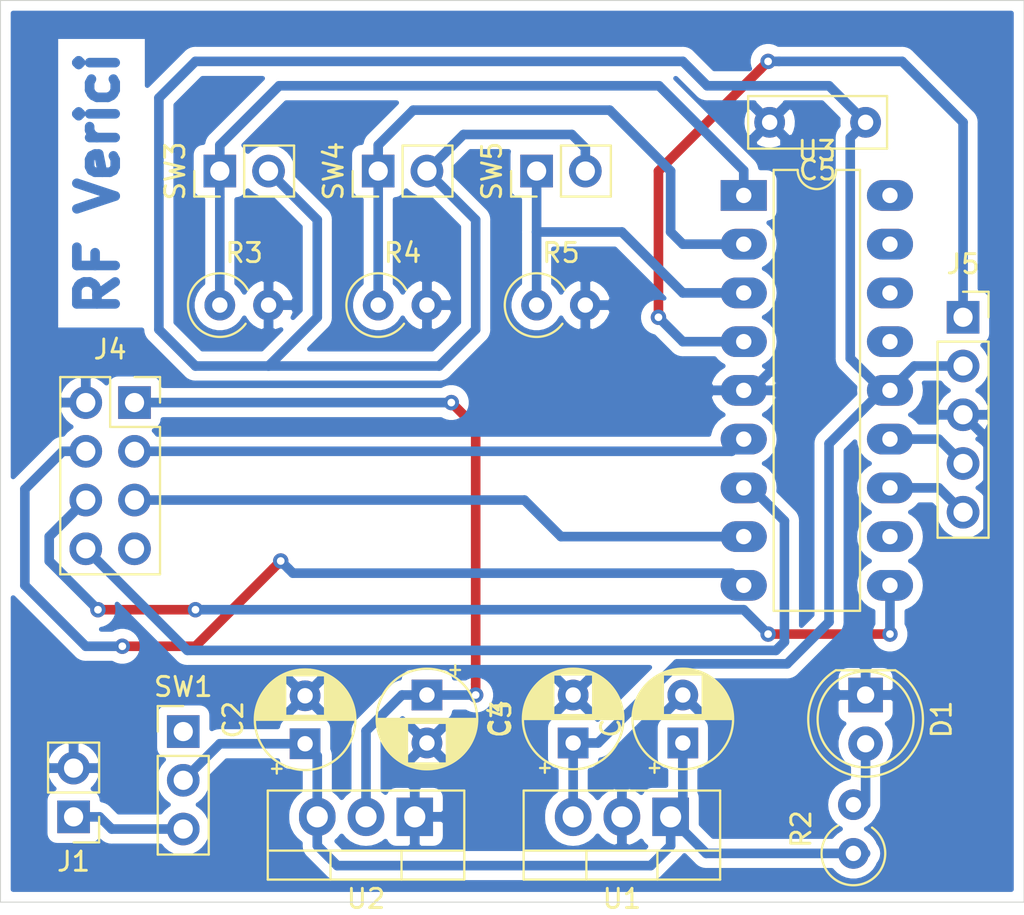
<source format=kicad_pcb>
(kicad_pcb (version 20171130) (host pcbnew "(5.1.2)-1")

  (general
    (thickness 1.6)
    (drawings 5)
    (tracks 140)
    (zones 0)
    (modules 20)
    (nets 25)
  )

  (page A4)
  (layers
    (0 F.Cu signal)
    (31 B.Cu signal)
    (32 B.Adhes user)
    (33 F.Adhes user)
    (34 B.Paste user)
    (35 F.Paste user)
    (36 B.SilkS user)
    (37 F.SilkS user)
    (38 B.Mask user)
    (39 F.Mask user)
    (40 Dwgs.User user)
    (41 Cmts.User user)
    (42 Eco1.User user)
    (43 Eco2.User user)
    (44 Edge.Cuts user)
    (45 Margin user)
    (46 B.CrtYd user)
    (47 F.CrtYd user)
    (48 B.Fab user)
    (49 F.Fab user)
  )

  (setup
    (last_trace_width 0.25)
    (user_trace_width 0.5)
    (user_trace_width 0.75)
    (user_trace_width 1)
    (user_trace_width 1.5)
    (trace_clearance 0.2)
    (zone_clearance 0.508)
    (zone_45_only no)
    (trace_min 0.2)
    (via_size 0.8)
    (via_drill 0.4)
    (via_min_size 0.4)
    (via_min_drill 0.3)
    (uvia_size 0.3)
    (uvia_drill 0.1)
    (uvias_allowed no)
    (uvia_min_size 0.2)
    (uvia_min_drill 0.1)
    (edge_width 0.05)
    (segment_width 0.2)
    (pcb_text_width 0.3)
    (pcb_text_size 1.5 1.5)
    (mod_edge_width 0.12)
    (mod_text_size 1 1)
    (mod_text_width 0.15)
    (pad_size 1.524 1.524)
    (pad_drill 0.762)
    (pad_to_mask_clearance 0.051)
    (solder_mask_min_width 0.25)
    (aux_axis_origin 0 0)
    (visible_elements 7FFFFFFF)
    (pcbplotparams
      (layerselection 0x00000_fffffffe)
      (usegerberextensions false)
      (usegerberattributes false)
      (usegerberadvancedattributes false)
      (creategerberjobfile false)
      (excludeedgelayer true)
      (linewidth 0.100000)
      (plotframeref false)
      (viasonmask false)
      (mode 1)
      (useauxorigin false)
      (hpglpennumber 1)
      (hpglpenspeed 20)
      (hpglpendiameter 15.000000)
      (psnegative false)
      (psa4output false)
      (plotreference true)
      (plotvalue true)
      (plotinvisibletext false)
      (padsonsilk false)
      (subtractmaskfromsilk false)
      (outputformat 4)
      (mirror false)
      (drillshape 2)
      (scaleselection 1)
      (outputdirectory ""))
  )

  (net 0 "")
  (net 1 GND)
  (net 2 VCC)
  (net 3 +5V)
  (net 4 +3V3)
  (net 5 "Net-(D1-Pad2)")
  (net 6 "Net-(J1-Pad1)")
  (net 7 MISO)
  (net 8 MOSI)
  (net 9 SCK)
  (net 10 CSN)
  (net 11 CE)
  (net 12 PGC)
  (net 13 PGD)
  (net 14 ~MCLR)
  (net 15 BTN1)
  (net 16 BTN2)
  (net 17 BTN3)
  (net 18 "Net-(SW1-Pad1)")
  (net 19 "Net-(U3-Pad18)")
  (net 20 "Net-(U3-Pad17)")
  (net 21 "Net-(U3-Pad16)")
  (net 22 "Net-(U3-Pad15)")
  (net 23 "Net-(U3-Pad11)")
  (net 24 "Net-(J4-Pad7)")

  (net_class Default "This is the default net class."
    (clearance 0.2)
    (trace_width 0.25)
    (via_dia 0.8)
    (via_drill 0.4)
    (uvia_dia 0.3)
    (uvia_drill 0.1)
    (add_net +3V3)
    (add_net +5V)
    (add_net BTN1)
    (add_net BTN2)
    (add_net BTN3)
    (add_net CE)
    (add_net CSN)
    (add_net GND)
    (add_net MISO)
    (add_net MOSI)
    (add_net "Net-(D1-Pad2)")
    (add_net "Net-(J1-Pad1)")
    (add_net "Net-(J4-Pad7)")
    (add_net "Net-(SW1-Pad1)")
    (add_net "Net-(U3-Pad11)")
    (add_net "Net-(U3-Pad15)")
    (add_net "Net-(U3-Pad16)")
    (add_net "Net-(U3-Pad17)")
    (add_net "Net-(U3-Pad18)")
    (add_net PGC)
    (add_net PGD)
    (add_net SCK)
    (add_net VCC)
    (add_net ~MCLR)
  )

  (net_class HomemadePCB ""
    (clearance 1)
    (trace_width 0.75)
    (via_dia 0.8)
    (via_drill 0.4)
    (uvia_dia 0.3)
    (uvia_drill 0.1)
  )

  (module Capacitor_THT:CP_Radial_D5.0mm_P2.50mm (layer F.Cu) (tedit 5AE50EF0) (tstamp 5CCC66D3)
    (at 99.06 107.275 90)
    (descr "CP, Radial series, Radial, pin pitch=2.50mm, , diameter=5mm, Electrolytic Capacitor")
    (tags "CP Radial series Radial pin pitch 2.50mm  diameter 5mm Electrolytic Capacitor")
    (path /5C9E541E)
    (fp_text reference C1 (at 1.25 -3.75 90) (layer F.SilkS)
      (effects (font (size 1 1) (thickness 0.15)))
    )
    (fp_text value 10uF (at 1.25 3.75 90) (layer F.Fab)
      (effects (font (size 1 1) (thickness 0.15)))
    )
    (fp_circle (center 1.25 0) (end 3.75 0) (layer F.Fab) (width 0.1))
    (fp_circle (center 1.25 0) (end 3.87 0) (layer F.SilkS) (width 0.12))
    (fp_circle (center 1.25 0) (end 4 0) (layer F.CrtYd) (width 0.05))
    (fp_line (start -0.883605 -1.0875) (end -0.383605 -1.0875) (layer F.Fab) (width 0.1))
    (fp_line (start -0.633605 -1.3375) (end -0.633605 -0.8375) (layer F.Fab) (width 0.1))
    (fp_line (start 1.25 -2.58) (end 1.25 2.58) (layer F.SilkS) (width 0.12))
    (fp_line (start 1.29 -2.58) (end 1.29 2.58) (layer F.SilkS) (width 0.12))
    (fp_line (start 1.33 -2.579) (end 1.33 2.579) (layer F.SilkS) (width 0.12))
    (fp_line (start 1.37 -2.578) (end 1.37 2.578) (layer F.SilkS) (width 0.12))
    (fp_line (start 1.41 -2.576) (end 1.41 2.576) (layer F.SilkS) (width 0.12))
    (fp_line (start 1.45 -2.573) (end 1.45 2.573) (layer F.SilkS) (width 0.12))
    (fp_line (start 1.49 -2.569) (end 1.49 -1.04) (layer F.SilkS) (width 0.12))
    (fp_line (start 1.49 1.04) (end 1.49 2.569) (layer F.SilkS) (width 0.12))
    (fp_line (start 1.53 -2.565) (end 1.53 -1.04) (layer F.SilkS) (width 0.12))
    (fp_line (start 1.53 1.04) (end 1.53 2.565) (layer F.SilkS) (width 0.12))
    (fp_line (start 1.57 -2.561) (end 1.57 -1.04) (layer F.SilkS) (width 0.12))
    (fp_line (start 1.57 1.04) (end 1.57 2.561) (layer F.SilkS) (width 0.12))
    (fp_line (start 1.61 -2.556) (end 1.61 -1.04) (layer F.SilkS) (width 0.12))
    (fp_line (start 1.61 1.04) (end 1.61 2.556) (layer F.SilkS) (width 0.12))
    (fp_line (start 1.65 -2.55) (end 1.65 -1.04) (layer F.SilkS) (width 0.12))
    (fp_line (start 1.65 1.04) (end 1.65 2.55) (layer F.SilkS) (width 0.12))
    (fp_line (start 1.69 -2.543) (end 1.69 -1.04) (layer F.SilkS) (width 0.12))
    (fp_line (start 1.69 1.04) (end 1.69 2.543) (layer F.SilkS) (width 0.12))
    (fp_line (start 1.73 -2.536) (end 1.73 -1.04) (layer F.SilkS) (width 0.12))
    (fp_line (start 1.73 1.04) (end 1.73 2.536) (layer F.SilkS) (width 0.12))
    (fp_line (start 1.77 -2.528) (end 1.77 -1.04) (layer F.SilkS) (width 0.12))
    (fp_line (start 1.77 1.04) (end 1.77 2.528) (layer F.SilkS) (width 0.12))
    (fp_line (start 1.81 -2.52) (end 1.81 -1.04) (layer F.SilkS) (width 0.12))
    (fp_line (start 1.81 1.04) (end 1.81 2.52) (layer F.SilkS) (width 0.12))
    (fp_line (start 1.85 -2.511) (end 1.85 -1.04) (layer F.SilkS) (width 0.12))
    (fp_line (start 1.85 1.04) (end 1.85 2.511) (layer F.SilkS) (width 0.12))
    (fp_line (start 1.89 -2.501) (end 1.89 -1.04) (layer F.SilkS) (width 0.12))
    (fp_line (start 1.89 1.04) (end 1.89 2.501) (layer F.SilkS) (width 0.12))
    (fp_line (start 1.93 -2.491) (end 1.93 -1.04) (layer F.SilkS) (width 0.12))
    (fp_line (start 1.93 1.04) (end 1.93 2.491) (layer F.SilkS) (width 0.12))
    (fp_line (start 1.971 -2.48) (end 1.971 -1.04) (layer F.SilkS) (width 0.12))
    (fp_line (start 1.971 1.04) (end 1.971 2.48) (layer F.SilkS) (width 0.12))
    (fp_line (start 2.011 -2.468) (end 2.011 -1.04) (layer F.SilkS) (width 0.12))
    (fp_line (start 2.011 1.04) (end 2.011 2.468) (layer F.SilkS) (width 0.12))
    (fp_line (start 2.051 -2.455) (end 2.051 -1.04) (layer F.SilkS) (width 0.12))
    (fp_line (start 2.051 1.04) (end 2.051 2.455) (layer F.SilkS) (width 0.12))
    (fp_line (start 2.091 -2.442) (end 2.091 -1.04) (layer F.SilkS) (width 0.12))
    (fp_line (start 2.091 1.04) (end 2.091 2.442) (layer F.SilkS) (width 0.12))
    (fp_line (start 2.131 -2.428) (end 2.131 -1.04) (layer F.SilkS) (width 0.12))
    (fp_line (start 2.131 1.04) (end 2.131 2.428) (layer F.SilkS) (width 0.12))
    (fp_line (start 2.171 -2.414) (end 2.171 -1.04) (layer F.SilkS) (width 0.12))
    (fp_line (start 2.171 1.04) (end 2.171 2.414) (layer F.SilkS) (width 0.12))
    (fp_line (start 2.211 -2.398) (end 2.211 -1.04) (layer F.SilkS) (width 0.12))
    (fp_line (start 2.211 1.04) (end 2.211 2.398) (layer F.SilkS) (width 0.12))
    (fp_line (start 2.251 -2.382) (end 2.251 -1.04) (layer F.SilkS) (width 0.12))
    (fp_line (start 2.251 1.04) (end 2.251 2.382) (layer F.SilkS) (width 0.12))
    (fp_line (start 2.291 -2.365) (end 2.291 -1.04) (layer F.SilkS) (width 0.12))
    (fp_line (start 2.291 1.04) (end 2.291 2.365) (layer F.SilkS) (width 0.12))
    (fp_line (start 2.331 -2.348) (end 2.331 -1.04) (layer F.SilkS) (width 0.12))
    (fp_line (start 2.331 1.04) (end 2.331 2.348) (layer F.SilkS) (width 0.12))
    (fp_line (start 2.371 -2.329) (end 2.371 -1.04) (layer F.SilkS) (width 0.12))
    (fp_line (start 2.371 1.04) (end 2.371 2.329) (layer F.SilkS) (width 0.12))
    (fp_line (start 2.411 -2.31) (end 2.411 -1.04) (layer F.SilkS) (width 0.12))
    (fp_line (start 2.411 1.04) (end 2.411 2.31) (layer F.SilkS) (width 0.12))
    (fp_line (start 2.451 -2.29) (end 2.451 -1.04) (layer F.SilkS) (width 0.12))
    (fp_line (start 2.451 1.04) (end 2.451 2.29) (layer F.SilkS) (width 0.12))
    (fp_line (start 2.491 -2.268) (end 2.491 -1.04) (layer F.SilkS) (width 0.12))
    (fp_line (start 2.491 1.04) (end 2.491 2.268) (layer F.SilkS) (width 0.12))
    (fp_line (start 2.531 -2.247) (end 2.531 -1.04) (layer F.SilkS) (width 0.12))
    (fp_line (start 2.531 1.04) (end 2.531 2.247) (layer F.SilkS) (width 0.12))
    (fp_line (start 2.571 -2.224) (end 2.571 -1.04) (layer F.SilkS) (width 0.12))
    (fp_line (start 2.571 1.04) (end 2.571 2.224) (layer F.SilkS) (width 0.12))
    (fp_line (start 2.611 -2.2) (end 2.611 -1.04) (layer F.SilkS) (width 0.12))
    (fp_line (start 2.611 1.04) (end 2.611 2.2) (layer F.SilkS) (width 0.12))
    (fp_line (start 2.651 -2.175) (end 2.651 -1.04) (layer F.SilkS) (width 0.12))
    (fp_line (start 2.651 1.04) (end 2.651 2.175) (layer F.SilkS) (width 0.12))
    (fp_line (start 2.691 -2.149) (end 2.691 -1.04) (layer F.SilkS) (width 0.12))
    (fp_line (start 2.691 1.04) (end 2.691 2.149) (layer F.SilkS) (width 0.12))
    (fp_line (start 2.731 -2.122) (end 2.731 -1.04) (layer F.SilkS) (width 0.12))
    (fp_line (start 2.731 1.04) (end 2.731 2.122) (layer F.SilkS) (width 0.12))
    (fp_line (start 2.771 -2.095) (end 2.771 -1.04) (layer F.SilkS) (width 0.12))
    (fp_line (start 2.771 1.04) (end 2.771 2.095) (layer F.SilkS) (width 0.12))
    (fp_line (start 2.811 -2.065) (end 2.811 -1.04) (layer F.SilkS) (width 0.12))
    (fp_line (start 2.811 1.04) (end 2.811 2.065) (layer F.SilkS) (width 0.12))
    (fp_line (start 2.851 -2.035) (end 2.851 -1.04) (layer F.SilkS) (width 0.12))
    (fp_line (start 2.851 1.04) (end 2.851 2.035) (layer F.SilkS) (width 0.12))
    (fp_line (start 2.891 -2.004) (end 2.891 -1.04) (layer F.SilkS) (width 0.12))
    (fp_line (start 2.891 1.04) (end 2.891 2.004) (layer F.SilkS) (width 0.12))
    (fp_line (start 2.931 -1.971) (end 2.931 -1.04) (layer F.SilkS) (width 0.12))
    (fp_line (start 2.931 1.04) (end 2.931 1.971) (layer F.SilkS) (width 0.12))
    (fp_line (start 2.971 -1.937) (end 2.971 -1.04) (layer F.SilkS) (width 0.12))
    (fp_line (start 2.971 1.04) (end 2.971 1.937) (layer F.SilkS) (width 0.12))
    (fp_line (start 3.011 -1.901) (end 3.011 -1.04) (layer F.SilkS) (width 0.12))
    (fp_line (start 3.011 1.04) (end 3.011 1.901) (layer F.SilkS) (width 0.12))
    (fp_line (start 3.051 -1.864) (end 3.051 -1.04) (layer F.SilkS) (width 0.12))
    (fp_line (start 3.051 1.04) (end 3.051 1.864) (layer F.SilkS) (width 0.12))
    (fp_line (start 3.091 -1.826) (end 3.091 -1.04) (layer F.SilkS) (width 0.12))
    (fp_line (start 3.091 1.04) (end 3.091 1.826) (layer F.SilkS) (width 0.12))
    (fp_line (start 3.131 -1.785) (end 3.131 -1.04) (layer F.SilkS) (width 0.12))
    (fp_line (start 3.131 1.04) (end 3.131 1.785) (layer F.SilkS) (width 0.12))
    (fp_line (start 3.171 -1.743) (end 3.171 -1.04) (layer F.SilkS) (width 0.12))
    (fp_line (start 3.171 1.04) (end 3.171 1.743) (layer F.SilkS) (width 0.12))
    (fp_line (start 3.211 -1.699) (end 3.211 -1.04) (layer F.SilkS) (width 0.12))
    (fp_line (start 3.211 1.04) (end 3.211 1.699) (layer F.SilkS) (width 0.12))
    (fp_line (start 3.251 -1.653) (end 3.251 -1.04) (layer F.SilkS) (width 0.12))
    (fp_line (start 3.251 1.04) (end 3.251 1.653) (layer F.SilkS) (width 0.12))
    (fp_line (start 3.291 -1.605) (end 3.291 -1.04) (layer F.SilkS) (width 0.12))
    (fp_line (start 3.291 1.04) (end 3.291 1.605) (layer F.SilkS) (width 0.12))
    (fp_line (start 3.331 -1.554) (end 3.331 -1.04) (layer F.SilkS) (width 0.12))
    (fp_line (start 3.331 1.04) (end 3.331 1.554) (layer F.SilkS) (width 0.12))
    (fp_line (start 3.371 -1.5) (end 3.371 -1.04) (layer F.SilkS) (width 0.12))
    (fp_line (start 3.371 1.04) (end 3.371 1.5) (layer F.SilkS) (width 0.12))
    (fp_line (start 3.411 -1.443) (end 3.411 -1.04) (layer F.SilkS) (width 0.12))
    (fp_line (start 3.411 1.04) (end 3.411 1.443) (layer F.SilkS) (width 0.12))
    (fp_line (start 3.451 -1.383) (end 3.451 -1.04) (layer F.SilkS) (width 0.12))
    (fp_line (start 3.451 1.04) (end 3.451 1.383) (layer F.SilkS) (width 0.12))
    (fp_line (start 3.491 -1.319) (end 3.491 -1.04) (layer F.SilkS) (width 0.12))
    (fp_line (start 3.491 1.04) (end 3.491 1.319) (layer F.SilkS) (width 0.12))
    (fp_line (start 3.531 -1.251) (end 3.531 -1.04) (layer F.SilkS) (width 0.12))
    (fp_line (start 3.531 1.04) (end 3.531 1.251) (layer F.SilkS) (width 0.12))
    (fp_line (start 3.571 -1.178) (end 3.571 1.178) (layer F.SilkS) (width 0.12))
    (fp_line (start 3.611 -1.098) (end 3.611 1.098) (layer F.SilkS) (width 0.12))
    (fp_line (start 3.651 -1.011) (end 3.651 1.011) (layer F.SilkS) (width 0.12))
    (fp_line (start 3.691 -0.915) (end 3.691 0.915) (layer F.SilkS) (width 0.12))
    (fp_line (start 3.731 -0.805) (end 3.731 0.805) (layer F.SilkS) (width 0.12))
    (fp_line (start 3.771 -0.677) (end 3.771 0.677) (layer F.SilkS) (width 0.12))
    (fp_line (start 3.811 -0.518) (end 3.811 0.518) (layer F.SilkS) (width 0.12))
    (fp_line (start 3.851 -0.284) (end 3.851 0.284) (layer F.SilkS) (width 0.12))
    (fp_line (start -1.554775 -1.475) (end -1.054775 -1.475) (layer F.SilkS) (width 0.12))
    (fp_line (start -1.304775 -1.725) (end -1.304775 -1.225) (layer F.SilkS) (width 0.12))
    (fp_text user %R (at 1.25 0 90) (layer F.Fab)
      (effects (font (size 1 1) (thickness 0.15)))
    )
    (pad 1 thru_hole rect (at 0 0 90) (size 1.6 1.6) (drill 0.8) (layers *.Cu *.Mask)
      (net 2 VCC))
    (pad 2 thru_hole circle (at 2.5 0 90) (size 1.6 1.6) (drill 0.8) (layers *.Cu *.Mask)
      (net 1 GND))
    (model ${KISYS3DMOD}/Capacitor_THT.3dshapes/CP_Radial_D5.0mm_P2.50mm.wrl
      (at (xyz 0 0 0))
      (scale (xyz 1 1 1))
      (rotate (xyz 0 0 0))
    )
  )

  (module Capacitor_THT:CP_Radial_D5.0mm_P2.50mm (layer F.Cu) (tedit 5AE50EF0) (tstamp 5CCC6757)
    (at 79.375 107.315 90)
    (descr "CP, Radial series, Radial, pin pitch=2.50mm, , diameter=5mm, Electrolytic Capacitor")
    (tags "CP Radial series Radial pin pitch 2.50mm  diameter 5mm Electrolytic Capacitor")
    (path /5C9E535C)
    (fp_text reference C2 (at 1.25 -3.75 90) (layer F.SilkS)
      (effects (font (size 1 1) (thickness 0.15)))
    )
    (fp_text value 10uF (at 1.25 3.75 90) (layer F.Fab)
      (effects (font (size 1 1) (thickness 0.15)))
    )
    (fp_text user %R (at 1.25 0 90) (layer F.Fab)
      (effects (font (size 1 1) (thickness 0.15)))
    )
    (fp_line (start -1.304775 -1.725) (end -1.304775 -1.225) (layer F.SilkS) (width 0.12))
    (fp_line (start -1.554775 -1.475) (end -1.054775 -1.475) (layer F.SilkS) (width 0.12))
    (fp_line (start 3.851 -0.284) (end 3.851 0.284) (layer F.SilkS) (width 0.12))
    (fp_line (start 3.811 -0.518) (end 3.811 0.518) (layer F.SilkS) (width 0.12))
    (fp_line (start 3.771 -0.677) (end 3.771 0.677) (layer F.SilkS) (width 0.12))
    (fp_line (start 3.731 -0.805) (end 3.731 0.805) (layer F.SilkS) (width 0.12))
    (fp_line (start 3.691 -0.915) (end 3.691 0.915) (layer F.SilkS) (width 0.12))
    (fp_line (start 3.651 -1.011) (end 3.651 1.011) (layer F.SilkS) (width 0.12))
    (fp_line (start 3.611 -1.098) (end 3.611 1.098) (layer F.SilkS) (width 0.12))
    (fp_line (start 3.571 -1.178) (end 3.571 1.178) (layer F.SilkS) (width 0.12))
    (fp_line (start 3.531 1.04) (end 3.531 1.251) (layer F.SilkS) (width 0.12))
    (fp_line (start 3.531 -1.251) (end 3.531 -1.04) (layer F.SilkS) (width 0.12))
    (fp_line (start 3.491 1.04) (end 3.491 1.319) (layer F.SilkS) (width 0.12))
    (fp_line (start 3.491 -1.319) (end 3.491 -1.04) (layer F.SilkS) (width 0.12))
    (fp_line (start 3.451 1.04) (end 3.451 1.383) (layer F.SilkS) (width 0.12))
    (fp_line (start 3.451 -1.383) (end 3.451 -1.04) (layer F.SilkS) (width 0.12))
    (fp_line (start 3.411 1.04) (end 3.411 1.443) (layer F.SilkS) (width 0.12))
    (fp_line (start 3.411 -1.443) (end 3.411 -1.04) (layer F.SilkS) (width 0.12))
    (fp_line (start 3.371 1.04) (end 3.371 1.5) (layer F.SilkS) (width 0.12))
    (fp_line (start 3.371 -1.5) (end 3.371 -1.04) (layer F.SilkS) (width 0.12))
    (fp_line (start 3.331 1.04) (end 3.331 1.554) (layer F.SilkS) (width 0.12))
    (fp_line (start 3.331 -1.554) (end 3.331 -1.04) (layer F.SilkS) (width 0.12))
    (fp_line (start 3.291 1.04) (end 3.291 1.605) (layer F.SilkS) (width 0.12))
    (fp_line (start 3.291 -1.605) (end 3.291 -1.04) (layer F.SilkS) (width 0.12))
    (fp_line (start 3.251 1.04) (end 3.251 1.653) (layer F.SilkS) (width 0.12))
    (fp_line (start 3.251 -1.653) (end 3.251 -1.04) (layer F.SilkS) (width 0.12))
    (fp_line (start 3.211 1.04) (end 3.211 1.699) (layer F.SilkS) (width 0.12))
    (fp_line (start 3.211 -1.699) (end 3.211 -1.04) (layer F.SilkS) (width 0.12))
    (fp_line (start 3.171 1.04) (end 3.171 1.743) (layer F.SilkS) (width 0.12))
    (fp_line (start 3.171 -1.743) (end 3.171 -1.04) (layer F.SilkS) (width 0.12))
    (fp_line (start 3.131 1.04) (end 3.131 1.785) (layer F.SilkS) (width 0.12))
    (fp_line (start 3.131 -1.785) (end 3.131 -1.04) (layer F.SilkS) (width 0.12))
    (fp_line (start 3.091 1.04) (end 3.091 1.826) (layer F.SilkS) (width 0.12))
    (fp_line (start 3.091 -1.826) (end 3.091 -1.04) (layer F.SilkS) (width 0.12))
    (fp_line (start 3.051 1.04) (end 3.051 1.864) (layer F.SilkS) (width 0.12))
    (fp_line (start 3.051 -1.864) (end 3.051 -1.04) (layer F.SilkS) (width 0.12))
    (fp_line (start 3.011 1.04) (end 3.011 1.901) (layer F.SilkS) (width 0.12))
    (fp_line (start 3.011 -1.901) (end 3.011 -1.04) (layer F.SilkS) (width 0.12))
    (fp_line (start 2.971 1.04) (end 2.971 1.937) (layer F.SilkS) (width 0.12))
    (fp_line (start 2.971 -1.937) (end 2.971 -1.04) (layer F.SilkS) (width 0.12))
    (fp_line (start 2.931 1.04) (end 2.931 1.971) (layer F.SilkS) (width 0.12))
    (fp_line (start 2.931 -1.971) (end 2.931 -1.04) (layer F.SilkS) (width 0.12))
    (fp_line (start 2.891 1.04) (end 2.891 2.004) (layer F.SilkS) (width 0.12))
    (fp_line (start 2.891 -2.004) (end 2.891 -1.04) (layer F.SilkS) (width 0.12))
    (fp_line (start 2.851 1.04) (end 2.851 2.035) (layer F.SilkS) (width 0.12))
    (fp_line (start 2.851 -2.035) (end 2.851 -1.04) (layer F.SilkS) (width 0.12))
    (fp_line (start 2.811 1.04) (end 2.811 2.065) (layer F.SilkS) (width 0.12))
    (fp_line (start 2.811 -2.065) (end 2.811 -1.04) (layer F.SilkS) (width 0.12))
    (fp_line (start 2.771 1.04) (end 2.771 2.095) (layer F.SilkS) (width 0.12))
    (fp_line (start 2.771 -2.095) (end 2.771 -1.04) (layer F.SilkS) (width 0.12))
    (fp_line (start 2.731 1.04) (end 2.731 2.122) (layer F.SilkS) (width 0.12))
    (fp_line (start 2.731 -2.122) (end 2.731 -1.04) (layer F.SilkS) (width 0.12))
    (fp_line (start 2.691 1.04) (end 2.691 2.149) (layer F.SilkS) (width 0.12))
    (fp_line (start 2.691 -2.149) (end 2.691 -1.04) (layer F.SilkS) (width 0.12))
    (fp_line (start 2.651 1.04) (end 2.651 2.175) (layer F.SilkS) (width 0.12))
    (fp_line (start 2.651 -2.175) (end 2.651 -1.04) (layer F.SilkS) (width 0.12))
    (fp_line (start 2.611 1.04) (end 2.611 2.2) (layer F.SilkS) (width 0.12))
    (fp_line (start 2.611 -2.2) (end 2.611 -1.04) (layer F.SilkS) (width 0.12))
    (fp_line (start 2.571 1.04) (end 2.571 2.224) (layer F.SilkS) (width 0.12))
    (fp_line (start 2.571 -2.224) (end 2.571 -1.04) (layer F.SilkS) (width 0.12))
    (fp_line (start 2.531 1.04) (end 2.531 2.247) (layer F.SilkS) (width 0.12))
    (fp_line (start 2.531 -2.247) (end 2.531 -1.04) (layer F.SilkS) (width 0.12))
    (fp_line (start 2.491 1.04) (end 2.491 2.268) (layer F.SilkS) (width 0.12))
    (fp_line (start 2.491 -2.268) (end 2.491 -1.04) (layer F.SilkS) (width 0.12))
    (fp_line (start 2.451 1.04) (end 2.451 2.29) (layer F.SilkS) (width 0.12))
    (fp_line (start 2.451 -2.29) (end 2.451 -1.04) (layer F.SilkS) (width 0.12))
    (fp_line (start 2.411 1.04) (end 2.411 2.31) (layer F.SilkS) (width 0.12))
    (fp_line (start 2.411 -2.31) (end 2.411 -1.04) (layer F.SilkS) (width 0.12))
    (fp_line (start 2.371 1.04) (end 2.371 2.329) (layer F.SilkS) (width 0.12))
    (fp_line (start 2.371 -2.329) (end 2.371 -1.04) (layer F.SilkS) (width 0.12))
    (fp_line (start 2.331 1.04) (end 2.331 2.348) (layer F.SilkS) (width 0.12))
    (fp_line (start 2.331 -2.348) (end 2.331 -1.04) (layer F.SilkS) (width 0.12))
    (fp_line (start 2.291 1.04) (end 2.291 2.365) (layer F.SilkS) (width 0.12))
    (fp_line (start 2.291 -2.365) (end 2.291 -1.04) (layer F.SilkS) (width 0.12))
    (fp_line (start 2.251 1.04) (end 2.251 2.382) (layer F.SilkS) (width 0.12))
    (fp_line (start 2.251 -2.382) (end 2.251 -1.04) (layer F.SilkS) (width 0.12))
    (fp_line (start 2.211 1.04) (end 2.211 2.398) (layer F.SilkS) (width 0.12))
    (fp_line (start 2.211 -2.398) (end 2.211 -1.04) (layer F.SilkS) (width 0.12))
    (fp_line (start 2.171 1.04) (end 2.171 2.414) (layer F.SilkS) (width 0.12))
    (fp_line (start 2.171 -2.414) (end 2.171 -1.04) (layer F.SilkS) (width 0.12))
    (fp_line (start 2.131 1.04) (end 2.131 2.428) (layer F.SilkS) (width 0.12))
    (fp_line (start 2.131 -2.428) (end 2.131 -1.04) (layer F.SilkS) (width 0.12))
    (fp_line (start 2.091 1.04) (end 2.091 2.442) (layer F.SilkS) (width 0.12))
    (fp_line (start 2.091 -2.442) (end 2.091 -1.04) (layer F.SilkS) (width 0.12))
    (fp_line (start 2.051 1.04) (end 2.051 2.455) (layer F.SilkS) (width 0.12))
    (fp_line (start 2.051 -2.455) (end 2.051 -1.04) (layer F.SilkS) (width 0.12))
    (fp_line (start 2.011 1.04) (end 2.011 2.468) (layer F.SilkS) (width 0.12))
    (fp_line (start 2.011 -2.468) (end 2.011 -1.04) (layer F.SilkS) (width 0.12))
    (fp_line (start 1.971 1.04) (end 1.971 2.48) (layer F.SilkS) (width 0.12))
    (fp_line (start 1.971 -2.48) (end 1.971 -1.04) (layer F.SilkS) (width 0.12))
    (fp_line (start 1.93 1.04) (end 1.93 2.491) (layer F.SilkS) (width 0.12))
    (fp_line (start 1.93 -2.491) (end 1.93 -1.04) (layer F.SilkS) (width 0.12))
    (fp_line (start 1.89 1.04) (end 1.89 2.501) (layer F.SilkS) (width 0.12))
    (fp_line (start 1.89 -2.501) (end 1.89 -1.04) (layer F.SilkS) (width 0.12))
    (fp_line (start 1.85 1.04) (end 1.85 2.511) (layer F.SilkS) (width 0.12))
    (fp_line (start 1.85 -2.511) (end 1.85 -1.04) (layer F.SilkS) (width 0.12))
    (fp_line (start 1.81 1.04) (end 1.81 2.52) (layer F.SilkS) (width 0.12))
    (fp_line (start 1.81 -2.52) (end 1.81 -1.04) (layer F.SilkS) (width 0.12))
    (fp_line (start 1.77 1.04) (end 1.77 2.528) (layer F.SilkS) (width 0.12))
    (fp_line (start 1.77 -2.528) (end 1.77 -1.04) (layer F.SilkS) (width 0.12))
    (fp_line (start 1.73 1.04) (end 1.73 2.536) (layer F.SilkS) (width 0.12))
    (fp_line (start 1.73 -2.536) (end 1.73 -1.04) (layer F.SilkS) (width 0.12))
    (fp_line (start 1.69 1.04) (end 1.69 2.543) (layer F.SilkS) (width 0.12))
    (fp_line (start 1.69 -2.543) (end 1.69 -1.04) (layer F.SilkS) (width 0.12))
    (fp_line (start 1.65 1.04) (end 1.65 2.55) (layer F.SilkS) (width 0.12))
    (fp_line (start 1.65 -2.55) (end 1.65 -1.04) (layer F.SilkS) (width 0.12))
    (fp_line (start 1.61 1.04) (end 1.61 2.556) (layer F.SilkS) (width 0.12))
    (fp_line (start 1.61 -2.556) (end 1.61 -1.04) (layer F.SilkS) (width 0.12))
    (fp_line (start 1.57 1.04) (end 1.57 2.561) (layer F.SilkS) (width 0.12))
    (fp_line (start 1.57 -2.561) (end 1.57 -1.04) (layer F.SilkS) (width 0.12))
    (fp_line (start 1.53 1.04) (end 1.53 2.565) (layer F.SilkS) (width 0.12))
    (fp_line (start 1.53 -2.565) (end 1.53 -1.04) (layer F.SilkS) (width 0.12))
    (fp_line (start 1.49 1.04) (end 1.49 2.569) (layer F.SilkS) (width 0.12))
    (fp_line (start 1.49 -2.569) (end 1.49 -1.04) (layer F.SilkS) (width 0.12))
    (fp_line (start 1.45 -2.573) (end 1.45 2.573) (layer F.SilkS) (width 0.12))
    (fp_line (start 1.41 -2.576) (end 1.41 2.576) (layer F.SilkS) (width 0.12))
    (fp_line (start 1.37 -2.578) (end 1.37 2.578) (layer F.SilkS) (width 0.12))
    (fp_line (start 1.33 -2.579) (end 1.33 2.579) (layer F.SilkS) (width 0.12))
    (fp_line (start 1.29 -2.58) (end 1.29 2.58) (layer F.SilkS) (width 0.12))
    (fp_line (start 1.25 -2.58) (end 1.25 2.58) (layer F.SilkS) (width 0.12))
    (fp_line (start -0.633605 -1.3375) (end -0.633605 -0.8375) (layer F.Fab) (width 0.1))
    (fp_line (start -0.883605 -1.0875) (end -0.383605 -1.0875) (layer F.Fab) (width 0.1))
    (fp_circle (center 1.25 0) (end 4 0) (layer F.CrtYd) (width 0.05))
    (fp_circle (center 1.25 0) (end 3.87 0) (layer F.SilkS) (width 0.12))
    (fp_circle (center 1.25 0) (end 3.75 0) (layer F.Fab) (width 0.1))
    (pad 2 thru_hole circle (at 2.5 0 90) (size 1.6 1.6) (drill 0.8) (layers *.Cu *.Mask)
      (net 1 GND))
    (pad 1 thru_hole rect (at 0 0 90) (size 1.6 1.6) (drill 0.8) (layers *.Cu *.Mask)
      (net 2 VCC))
    (model ${KISYS3DMOD}/Capacitor_THT.3dshapes/CP_Radial_D5.0mm_P2.50mm.wrl
      (at (xyz 0 0 0))
      (scale (xyz 1 1 1))
      (rotate (xyz 0 0 0))
    )
  )

  (module Capacitor_THT:CP_Radial_D5.0mm_P2.50mm (layer F.Cu) (tedit 5AE50EF0) (tstamp 5CCC7311)
    (at 93.345 107.275 90)
    (descr "CP, Radial series, Radial, pin pitch=2.50mm, , diameter=5mm, Electrolytic Capacitor")
    (tags "CP Radial series Radial pin pitch 2.50mm  diameter 5mm Electrolytic Capacitor")
    (path /5C9E53E6)
    (fp_text reference C3 (at 1.25 -3.75 90) (layer F.SilkS)
      (effects (font (size 1 1) (thickness 0.15)))
    )
    (fp_text value 10uF (at 1.25 3.75 90) (layer F.Fab)
      (effects (font (size 1 1) (thickness 0.15)))
    )
    (fp_text user %R (at 1.25 0 90) (layer F.Fab)
      (effects (font (size 1 1) (thickness 0.15)))
    )
    (fp_line (start -1.304775 -1.725) (end -1.304775 -1.225) (layer F.SilkS) (width 0.12))
    (fp_line (start -1.554775 -1.475) (end -1.054775 -1.475) (layer F.SilkS) (width 0.12))
    (fp_line (start 3.851 -0.284) (end 3.851 0.284) (layer F.SilkS) (width 0.12))
    (fp_line (start 3.811 -0.518) (end 3.811 0.518) (layer F.SilkS) (width 0.12))
    (fp_line (start 3.771 -0.677) (end 3.771 0.677) (layer F.SilkS) (width 0.12))
    (fp_line (start 3.731 -0.805) (end 3.731 0.805) (layer F.SilkS) (width 0.12))
    (fp_line (start 3.691 -0.915) (end 3.691 0.915) (layer F.SilkS) (width 0.12))
    (fp_line (start 3.651 -1.011) (end 3.651 1.011) (layer F.SilkS) (width 0.12))
    (fp_line (start 3.611 -1.098) (end 3.611 1.098) (layer F.SilkS) (width 0.12))
    (fp_line (start 3.571 -1.178) (end 3.571 1.178) (layer F.SilkS) (width 0.12))
    (fp_line (start 3.531 1.04) (end 3.531 1.251) (layer F.SilkS) (width 0.12))
    (fp_line (start 3.531 -1.251) (end 3.531 -1.04) (layer F.SilkS) (width 0.12))
    (fp_line (start 3.491 1.04) (end 3.491 1.319) (layer F.SilkS) (width 0.12))
    (fp_line (start 3.491 -1.319) (end 3.491 -1.04) (layer F.SilkS) (width 0.12))
    (fp_line (start 3.451 1.04) (end 3.451 1.383) (layer F.SilkS) (width 0.12))
    (fp_line (start 3.451 -1.383) (end 3.451 -1.04) (layer F.SilkS) (width 0.12))
    (fp_line (start 3.411 1.04) (end 3.411 1.443) (layer F.SilkS) (width 0.12))
    (fp_line (start 3.411 -1.443) (end 3.411 -1.04) (layer F.SilkS) (width 0.12))
    (fp_line (start 3.371 1.04) (end 3.371 1.5) (layer F.SilkS) (width 0.12))
    (fp_line (start 3.371 -1.5) (end 3.371 -1.04) (layer F.SilkS) (width 0.12))
    (fp_line (start 3.331 1.04) (end 3.331 1.554) (layer F.SilkS) (width 0.12))
    (fp_line (start 3.331 -1.554) (end 3.331 -1.04) (layer F.SilkS) (width 0.12))
    (fp_line (start 3.291 1.04) (end 3.291 1.605) (layer F.SilkS) (width 0.12))
    (fp_line (start 3.291 -1.605) (end 3.291 -1.04) (layer F.SilkS) (width 0.12))
    (fp_line (start 3.251 1.04) (end 3.251 1.653) (layer F.SilkS) (width 0.12))
    (fp_line (start 3.251 -1.653) (end 3.251 -1.04) (layer F.SilkS) (width 0.12))
    (fp_line (start 3.211 1.04) (end 3.211 1.699) (layer F.SilkS) (width 0.12))
    (fp_line (start 3.211 -1.699) (end 3.211 -1.04) (layer F.SilkS) (width 0.12))
    (fp_line (start 3.171 1.04) (end 3.171 1.743) (layer F.SilkS) (width 0.12))
    (fp_line (start 3.171 -1.743) (end 3.171 -1.04) (layer F.SilkS) (width 0.12))
    (fp_line (start 3.131 1.04) (end 3.131 1.785) (layer F.SilkS) (width 0.12))
    (fp_line (start 3.131 -1.785) (end 3.131 -1.04) (layer F.SilkS) (width 0.12))
    (fp_line (start 3.091 1.04) (end 3.091 1.826) (layer F.SilkS) (width 0.12))
    (fp_line (start 3.091 -1.826) (end 3.091 -1.04) (layer F.SilkS) (width 0.12))
    (fp_line (start 3.051 1.04) (end 3.051 1.864) (layer F.SilkS) (width 0.12))
    (fp_line (start 3.051 -1.864) (end 3.051 -1.04) (layer F.SilkS) (width 0.12))
    (fp_line (start 3.011 1.04) (end 3.011 1.901) (layer F.SilkS) (width 0.12))
    (fp_line (start 3.011 -1.901) (end 3.011 -1.04) (layer F.SilkS) (width 0.12))
    (fp_line (start 2.971 1.04) (end 2.971 1.937) (layer F.SilkS) (width 0.12))
    (fp_line (start 2.971 -1.937) (end 2.971 -1.04) (layer F.SilkS) (width 0.12))
    (fp_line (start 2.931 1.04) (end 2.931 1.971) (layer F.SilkS) (width 0.12))
    (fp_line (start 2.931 -1.971) (end 2.931 -1.04) (layer F.SilkS) (width 0.12))
    (fp_line (start 2.891 1.04) (end 2.891 2.004) (layer F.SilkS) (width 0.12))
    (fp_line (start 2.891 -2.004) (end 2.891 -1.04) (layer F.SilkS) (width 0.12))
    (fp_line (start 2.851 1.04) (end 2.851 2.035) (layer F.SilkS) (width 0.12))
    (fp_line (start 2.851 -2.035) (end 2.851 -1.04) (layer F.SilkS) (width 0.12))
    (fp_line (start 2.811 1.04) (end 2.811 2.065) (layer F.SilkS) (width 0.12))
    (fp_line (start 2.811 -2.065) (end 2.811 -1.04) (layer F.SilkS) (width 0.12))
    (fp_line (start 2.771 1.04) (end 2.771 2.095) (layer F.SilkS) (width 0.12))
    (fp_line (start 2.771 -2.095) (end 2.771 -1.04) (layer F.SilkS) (width 0.12))
    (fp_line (start 2.731 1.04) (end 2.731 2.122) (layer F.SilkS) (width 0.12))
    (fp_line (start 2.731 -2.122) (end 2.731 -1.04) (layer F.SilkS) (width 0.12))
    (fp_line (start 2.691 1.04) (end 2.691 2.149) (layer F.SilkS) (width 0.12))
    (fp_line (start 2.691 -2.149) (end 2.691 -1.04) (layer F.SilkS) (width 0.12))
    (fp_line (start 2.651 1.04) (end 2.651 2.175) (layer F.SilkS) (width 0.12))
    (fp_line (start 2.651 -2.175) (end 2.651 -1.04) (layer F.SilkS) (width 0.12))
    (fp_line (start 2.611 1.04) (end 2.611 2.2) (layer F.SilkS) (width 0.12))
    (fp_line (start 2.611 -2.2) (end 2.611 -1.04) (layer F.SilkS) (width 0.12))
    (fp_line (start 2.571 1.04) (end 2.571 2.224) (layer F.SilkS) (width 0.12))
    (fp_line (start 2.571 -2.224) (end 2.571 -1.04) (layer F.SilkS) (width 0.12))
    (fp_line (start 2.531 1.04) (end 2.531 2.247) (layer F.SilkS) (width 0.12))
    (fp_line (start 2.531 -2.247) (end 2.531 -1.04) (layer F.SilkS) (width 0.12))
    (fp_line (start 2.491 1.04) (end 2.491 2.268) (layer F.SilkS) (width 0.12))
    (fp_line (start 2.491 -2.268) (end 2.491 -1.04) (layer F.SilkS) (width 0.12))
    (fp_line (start 2.451 1.04) (end 2.451 2.29) (layer F.SilkS) (width 0.12))
    (fp_line (start 2.451 -2.29) (end 2.451 -1.04) (layer F.SilkS) (width 0.12))
    (fp_line (start 2.411 1.04) (end 2.411 2.31) (layer F.SilkS) (width 0.12))
    (fp_line (start 2.411 -2.31) (end 2.411 -1.04) (layer F.SilkS) (width 0.12))
    (fp_line (start 2.371 1.04) (end 2.371 2.329) (layer F.SilkS) (width 0.12))
    (fp_line (start 2.371 -2.329) (end 2.371 -1.04) (layer F.SilkS) (width 0.12))
    (fp_line (start 2.331 1.04) (end 2.331 2.348) (layer F.SilkS) (width 0.12))
    (fp_line (start 2.331 -2.348) (end 2.331 -1.04) (layer F.SilkS) (width 0.12))
    (fp_line (start 2.291 1.04) (end 2.291 2.365) (layer F.SilkS) (width 0.12))
    (fp_line (start 2.291 -2.365) (end 2.291 -1.04) (layer F.SilkS) (width 0.12))
    (fp_line (start 2.251 1.04) (end 2.251 2.382) (layer F.SilkS) (width 0.12))
    (fp_line (start 2.251 -2.382) (end 2.251 -1.04) (layer F.SilkS) (width 0.12))
    (fp_line (start 2.211 1.04) (end 2.211 2.398) (layer F.SilkS) (width 0.12))
    (fp_line (start 2.211 -2.398) (end 2.211 -1.04) (layer F.SilkS) (width 0.12))
    (fp_line (start 2.171 1.04) (end 2.171 2.414) (layer F.SilkS) (width 0.12))
    (fp_line (start 2.171 -2.414) (end 2.171 -1.04) (layer F.SilkS) (width 0.12))
    (fp_line (start 2.131 1.04) (end 2.131 2.428) (layer F.SilkS) (width 0.12))
    (fp_line (start 2.131 -2.428) (end 2.131 -1.04) (layer F.SilkS) (width 0.12))
    (fp_line (start 2.091 1.04) (end 2.091 2.442) (layer F.SilkS) (width 0.12))
    (fp_line (start 2.091 -2.442) (end 2.091 -1.04) (layer F.SilkS) (width 0.12))
    (fp_line (start 2.051 1.04) (end 2.051 2.455) (layer F.SilkS) (width 0.12))
    (fp_line (start 2.051 -2.455) (end 2.051 -1.04) (layer F.SilkS) (width 0.12))
    (fp_line (start 2.011 1.04) (end 2.011 2.468) (layer F.SilkS) (width 0.12))
    (fp_line (start 2.011 -2.468) (end 2.011 -1.04) (layer F.SilkS) (width 0.12))
    (fp_line (start 1.971 1.04) (end 1.971 2.48) (layer F.SilkS) (width 0.12))
    (fp_line (start 1.971 -2.48) (end 1.971 -1.04) (layer F.SilkS) (width 0.12))
    (fp_line (start 1.93 1.04) (end 1.93 2.491) (layer F.SilkS) (width 0.12))
    (fp_line (start 1.93 -2.491) (end 1.93 -1.04) (layer F.SilkS) (width 0.12))
    (fp_line (start 1.89 1.04) (end 1.89 2.501) (layer F.SilkS) (width 0.12))
    (fp_line (start 1.89 -2.501) (end 1.89 -1.04) (layer F.SilkS) (width 0.12))
    (fp_line (start 1.85 1.04) (end 1.85 2.511) (layer F.SilkS) (width 0.12))
    (fp_line (start 1.85 -2.511) (end 1.85 -1.04) (layer F.SilkS) (width 0.12))
    (fp_line (start 1.81 1.04) (end 1.81 2.52) (layer F.SilkS) (width 0.12))
    (fp_line (start 1.81 -2.52) (end 1.81 -1.04) (layer F.SilkS) (width 0.12))
    (fp_line (start 1.77 1.04) (end 1.77 2.528) (layer F.SilkS) (width 0.12))
    (fp_line (start 1.77 -2.528) (end 1.77 -1.04) (layer F.SilkS) (width 0.12))
    (fp_line (start 1.73 1.04) (end 1.73 2.536) (layer F.SilkS) (width 0.12))
    (fp_line (start 1.73 -2.536) (end 1.73 -1.04) (layer F.SilkS) (width 0.12))
    (fp_line (start 1.69 1.04) (end 1.69 2.543) (layer F.SilkS) (width 0.12))
    (fp_line (start 1.69 -2.543) (end 1.69 -1.04) (layer F.SilkS) (width 0.12))
    (fp_line (start 1.65 1.04) (end 1.65 2.55) (layer F.SilkS) (width 0.12))
    (fp_line (start 1.65 -2.55) (end 1.65 -1.04) (layer F.SilkS) (width 0.12))
    (fp_line (start 1.61 1.04) (end 1.61 2.556) (layer F.SilkS) (width 0.12))
    (fp_line (start 1.61 -2.556) (end 1.61 -1.04) (layer F.SilkS) (width 0.12))
    (fp_line (start 1.57 1.04) (end 1.57 2.561) (layer F.SilkS) (width 0.12))
    (fp_line (start 1.57 -2.561) (end 1.57 -1.04) (layer F.SilkS) (width 0.12))
    (fp_line (start 1.53 1.04) (end 1.53 2.565) (layer F.SilkS) (width 0.12))
    (fp_line (start 1.53 -2.565) (end 1.53 -1.04) (layer F.SilkS) (width 0.12))
    (fp_line (start 1.49 1.04) (end 1.49 2.569) (layer F.SilkS) (width 0.12))
    (fp_line (start 1.49 -2.569) (end 1.49 -1.04) (layer F.SilkS) (width 0.12))
    (fp_line (start 1.45 -2.573) (end 1.45 2.573) (layer F.SilkS) (width 0.12))
    (fp_line (start 1.41 -2.576) (end 1.41 2.576) (layer F.SilkS) (width 0.12))
    (fp_line (start 1.37 -2.578) (end 1.37 2.578) (layer F.SilkS) (width 0.12))
    (fp_line (start 1.33 -2.579) (end 1.33 2.579) (layer F.SilkS) (width 0.12))
    (fp_line (start 1.29 -2.58) (end 1.29 2.58) (layer F.SilkS) (width 0.12))
    (fp_line (start 1.25 -2.58) (end 1.25 2.58) (layer F.SilkS) (width 0.12))
    (fp_line (start -0.633605 -1.3375) (end -0.633605 -0.8375) (layer F.Fab) (width 0.1))
    (fp_line (start -0.883605 -1.0875) (end -0.383605 -1.0875) (layer F.Fab) (width 0.1))
    (fp_circle (center 1.25 0) (end 4 0) (layer F.CrtYd) (width 0.05))
    (fp_circle (center 1.25 0) (end 3.87 0) (layer F.SilkS) (width 0.12))
    (fp_circle (center 1.25 0) (end 3.75 0) (layer F.Fab) (width 0.1))
    (pad 2 thru_hole circle (at 2.5 0 90) (size 1.6 1.6) (drill 0.8) (layers *.Cu *.Mask)
      (net 1 GND))
    (pad 1 thru_hole rect (at 0 0 90) (size 1.6 1.6) (drill 0.8) (layers *.Cu *.Mask)
      (net 3 +5V))
    (model ${KISYS3DMOD}/Capacitor_THT.3dshapes/CP_Radial_D5.0mm_P2.50mm.wrl
      (at (xyz 0 0 0))
      (scale (xyz 1 1 1))
      (rotate (xyz 0 0 0))
    )
  )

  (module Capacitor_THT:CP_Radial_D5.0mm_P2.50mm (layer F.Cu) (tedit 5AE50EF0) (tstamp 5CCC685F)
    (at 85.725 104.775 270)
    (descr "CP, Radial series, Radial, pin pitch=2.50mm, , diameter=5mm, Electrolytic Capacitor")
    (tags "CP Radial series Radial pin pitch 2.50mm  diameter 5mm Electrolytic Capacitor")
    (path /5C9E53B2)
    (fp_text reference C4 (at 1.25 -3.75 90) (layer F.SilkS)
      (effects (font (size 1 1) (thickness 0.15)))
    )
    (fp_text value 10uF (at 1.25 3.75 90) (layer F.Fab)
      (effects (font (size 1 1) (thickness 0.15)))
    )
    (fp_circle (center 1.25 0) (end 3.75 0) (layer F.Fab) (width 0.1))
    (fp_circle (center 1.25 0) (end 3.87 0) (layer F.SilkS) (width 0.12))
    (fp_circle (center 1.25 0) (end 4 0) (layer F.CrtYd) (width 0.05))
    (fp_line (start -0.883605 -1.0875) (end -0.383605 -1.0875) (layer F.Fab) (width 0.1))
    (fp_line (start -0.633605 -1.3375) (end -0.633605 -0.8375) (layer F.Fab) (width 0.1))
    (fp_line (start 1.25 -2.58) (end 1.25 2.58) (layer F.SilkS) (width 0.12))
    (fp_line (start 1.29 -2.58) (end 1.29 2.58) (layer F.SilkS) (width 0.12))
    (fp_line (start 1.33 -2.579) (end 1.33 2.579) (layer F.SilkS) (width 0.12))
    (fp_line (start 1.37 -2.578) (end 1.37 2.578) (layer F.SilkS) (width 0.12))
    (fp_line (start 1.41 -2.576) (end 1.41 2.576) (layer F.SilkS) (width 0.12))
    (fp_line (start 1.45 -2.573) (end 1.45 2.573) (layer F.SilkS) (width 0.12))
    (fp_line (start 1.49 -2.569) (end 1.49 -1.04) (layer F.SilkS) (width 0.12))
    (fp_line (start 1.49 1.04) (end 1.49 2.569) (layer F.SilkS) (width 0.12))
    (fp_line (start 1.53 -2.565) (end 1.53 -1.04) (layer F.SilkS) (width 0.12))
    (fp_line (start 1.53 1.04) (end 1.53 2.565) (layer F.SilkS) (width 0.12))
    (fp_line (start 1.57 -2.561) (end 1.57 -1.04) (layer F.SilkS) (width 0.12))
    (fp_line (start 1.57 1.04) (end 1.57 2.561) (layer F.SilkS) (width 0.12))
    (fp_line (start 1.61 -2.556) (end 1.61 -1.04) (layer F.SilkS) (width 0.12))
    (fp_line (start 1.61 1.04) (end 1.61 2.556) (layer F.SilkS) (width 0.12))
    (fp_line (start 1.65 -2.55) (end 1.65 -1.04) (layer F.SilkS) (width 0.12))
    (fp_line (start 1.65 1.04) (end 1.65 2.55) (layer F.SilkS) (width 0.12))
    (fp_line (start 1.69 -2.543) (end 1.69 -1.04) (layer F.SilkS) (width 0.12))
    (fp_line (start 1.69 1.04) (end 1.69 2.543) (layer F.SilkS) (width 0.12))
    (fp_line (start 1.73 -2.536) (end 1.73 -1.04) (layer F.SilkS) (width 0.12))
    (fp_line (start 1.73 1.04) (end 1.73 2.536) (layer F.SilkS) (width 0.12))
    (fp_line (start 1.77 -2.528) (end 1.77 -1.04) (layer F.SilkS) (width 0.12))
    (fp_line (start 1.77 1.04) (end 1.77 2.528) (layer F.SilkS) (width 0.12))
    (fp_line (start 1.81 -2.52) (end 1.81 -1.04) (layer F.SilkS) (width 0.12))
    (fp_line (start 1.81 1.04) (end 1.81 2.52) (layer F.SilkS) (width 0.12))
    (fp_line (start 1.85 -2.511) (end 1.85 -1.04) (layer F.SilkS) (width 0.12))
    (fp_line (start 1.85 1.04) (end 1.85 2.511) (layer F.SilkS) (width 0.12))
    (fp_line (start 1.89 -2.501) (end 1.89 -1.04) (layer F.SilkS) (width 0.12))
    (fp_line (start 1.89 1.04) (end 1.89 2.501) (layer F.SilkS) (width 0.12))
    (fp_line (start 1.93 -2.491) (end 1.93 -1.04) (layer F.SilkS) (width 0.12))
    (fp_line (start 1.93 1.04) (end 1.93 2.491) (layer F.SilkS) (width 0.12))
    (fp_line (start 1.971 -2.48) (end 1.971 -1.04) (layer F.SilkS) (width 0.12))
    (fp_line (start 1.971 1.04) (end 1.971 2.48) (layer F.SilkS) (width 0.12))
    (fp_line (start 2.011 -2.468) (end 2.011 -1.04) (layer F.SilkS) (width 0.12))
    (fp_line (start 2.011 1.04) (end 2.011 2.468) (layer F.SilkS) (width 0.12))
    (fp_line (start 2.051 -2.455) (end 2.051 -1.04) (layer F.SilkS) (width 0.12))
    (fp_line (start 2.051 1.04) (end 2.051 2.455) (layer F.SilkS) (width 0.12))
    (fp_line (start 2.091 -2.442) (end 2.091 -1.04) (layer F.SilkS) (width 0.12))
    (fp_line (start 2.091 1.04) (end 2.091 2.442) (layer F.SilkS) (width 0.12))
    (fp_line (start 2.131 -2.428) (end 2.131 -1.04) (layer F.SilkS) (width 0.12))
    (fp_line (start 2.131 1.04) (end 2.131 2.428) (layer F.SilkS) (width 0.12))
    (fp_line (start 2.171 -2.414) (end 2.171 -1.04) (layer F.SilkS) (width 0.12))
    (fp_line (start 2.171 1.04) (end 2.171 2.414) (layer F.SilkS) (width 0.12))
    (fp_line (start 2.211 -2.398) (end 2.211 -1.04) (layer F.SilkS) (width 0.12))
    (fp_line (start 2.211 1.04) (end 2.211 2.398) (layer F.SilkS) (width 0.12))
    (fp_line (start 2.251 -2.382) (end 2.251 -1.04) (layer F.SilkS) (width 0.12))
    (fp_line (start 2.251 1.04) (end 2.251 2.382) (layer F.SilkS) (width 0.12))
    (fp_line (start 2.291 -2.365) (end 2.291 -1.04) (layer F.SilkS) (width 0.12))
    (fp_line (start 2.291 1.04) (end 2.291 2.365) (layer F.SilkS) (width 0.12))
    (fp_line (start 2.331 -2.348) (end 2.331 -1.04) (layer F.SilkS) (width 0.12))
    (fp_line (start 2.331 1.04) (end 2.331 2.348) (layer F.SilkS) (width 0.12))
    (fp_line (start 2.371 -2.329) (end 2.371 -1.04) (layer F.SilkS) (width 0.12))
    (fp_line (start 2.371 1.04) (end 2.371 2.329) (layer F.SilkS) (width 0.12))
    (fp_line (start 2.411 -2.31) (end 2.411 -1.04) (layer F.SilkS) (width 0.12))
    (fp_line (start 2.411 1.04) (end 2.411 2.31) (layer F.SilkS) (width 0.12))
    (fp_line (start 2.451 -2.29) (end 2.451 -1.04) (layer F.SilkS) (width 0.12))
    (fp_line (start 2.451 1.04) (end 2.451 2.29) (layer F.SilkS) (width 0.12))
    (fp_line (start 2.491 -2.268) (end 2.491 -1.04) (layer F.SilkS) (width 0.12))
    (fp_line (start 2.491 1.04) (end 2.491 2.268) (layer F.SilkS) (width 0.12))
    (fp_line (start 2.531 -2.247) (end 2.531 -1.04) (layer F.SilkS) (width 0.12))
    (fp_line (start 2.531 1.04) (end 2.531 2.247) (layer F.SilkS) (width 0.12))
    (fp_line (start 2.571 -2.224) (end 2.571 -1.04) (layer F.SilkS) (width 0.12))
    (fp_line (start 2.571 1.04) (end 2.571 2.224) (layer F.SilkS) (width 0.12))
    (fp_line (start 2.611 -2.2) (end 2.611 -1.04) (layer F.SilkS) (width 0.12))
    (fp_line (start 2.611 1.04) (end 2.611 2.2) (layer F.SilkS) (width 0.12))
    (fp_line (start 2.651 -2.175) (end 2.651 -1.04) (layer F.SilkS) (width 0.12))
    (fp_line (start 2.651 1.04) (end 2.651 2.175) (layer F.SilkS) (width 0.12))
    (fp_line (start 2.691 -2.149) (end 2.691 -1.04) (layer F.SilkS) (width 0.12))
    (fp_line (start 2.691 1.04) (end 2.691 2.149) (layer F.SilkS) (width 0.12))
    (fp_line (start 2.731 -2.122) (end 2.731 -1.04) (layer F.SilkS) (width 0.12))
    (fp_line (start 2.731 1.04) (end 2.731 2.122) (layer F.SilkS) (width 0.12))
    (fp_line (start 2.771 -2.095) (end 2.771 -1.04) (layer F.SilkS) (width 0.12))
    (fp_line (start 2.771 1.04) (end 2.771 2.095) (layer F.SilkS) (width 0.12))
    (fp_line (start 2.811 -2.065) (end 2.811 -1.04) (layer F.SilkS) (width 0.12))
    (fp_line (start 2.811 1.04) (end 2.811 2.065) (layer F.SilkS) (width 0.12))
    (fp_line (start 2.851 -2.035) (end 2.851 -1.04) (layer F.SilkS) (width 0.12))
    (fp_line (start 2.851 1.04) (end 2.851 2.035) (layer F.SilkS) (width 0.12))
    (fp_line (start 2.891 -2.004) (end 2.891 -1.04) (layer F.SilkS) (width 0.12))
    (fp_line (start 2.891 1.04) (end 2.891 2.004) (layer F.SilkS) (width 0.12))
    (fp_line (start 2.931 -1.971) (end 2.931 -1.04) (layer F.SilkS) (width 0.12))
    (fp_line (start 2.931 1.04) (end 2.931 1.971) (layer F.SilkS) (width 0.12))
    (fp_line (start 2.971 -1.937) (end 2.971 -1.04) (layer F.SilkS) (width 0.12))
    (fp_line (start 2.971 1.04) (end 2.971 1.937) (layer F.SilkS) (width 0.12))
    (fp_line (start 3.011 -1.901) (end 3.011 -1.04) (layer F.SilkS) (width 0.12))
    (fp_line (start 3.011 1.04) (end 3.011 1.901) (layer F.SilkS) (width 0.12))
    (fp_line (start 3.051 -1.864) (end 3.051 -1.04) (layer F.SilkS) (width 0.12))
    (fp_line (start 3.051 1.04) (end 3.051 1.864) (layer F.SilkS) (width 0.12))
    (fp_line (start 3.091 -1.826) (end 3.091 -1.04) (layer F.SilkS) (width 0.12))
    (fp_line (start 3.091 1.04) (end 3.091 1.826) (layer F.SilkS) (width 0.12))
    (fp_line (start 3.131 -1.785) (end 3.131 -1.04) (layer F.SilkS) (width 0.12))
    (fp_line (start 3.131 1.04) (end 3.131 1.785) (layer F.SilkS) (width 0.12))
    (fp_line (start 3.171 -1.743) (end 3.171 -1.04) (layer F.SilkS) (width 0.12))
    (fp_line (start 3.171 1.04) (end 3.171 1.743) (layer F.SilkS) (width 0.12))
    (fp_line (start 3.211 -1.699) (end 3.211 -1.04) (layer F.SilkS) (width 0.12))
    (fp_line (start 3.211 1.04) (end 3.211 1.699) (layer F.SilkS) (width 0.12))
    (fp_line (start 3.251 -1.653) (end 3.251 -1.04) (layer F.SilkS) (width 0.12))
    (fp_line (start 3.251 1.04) (end 3.251 1.653) (layer F.SilkS) (width 0.12))
    (fp_line (start 3.291 -1.605) (end 3.291 -1.04) (layer F.SilkS) (width 0.12))
    (fp_line (start 3.291 1.04) (end 3.291 1.605) (layer F.SilkS) (width 0.12))
    (fp_line (start 3.331 -1.554) (end 3.331 -1.04) (layer F.SilkS) (width 0.12))
    (fp_line (start 3.331 1.04) (end 3.331 1.554) (layer F.SilkS) (width 0.12))
    (fp_line (start 3.371 -1.5) (end 3.371 -1.04) (layer F.SilkS) (width 0.12))
    (fp_line (start 3.371 1.04) (end 3.371 1.5) (layer F.SilkS) (width 0.12))
    (fp_line (start 3.411 -1.443) (end 3.411 -1.04) (layer F.SilkS) (width 0.12))
    (fp_line (start 3.411 1.04) (end 3.411 1.443) (layer F.SilkS) (width 0.12))
    (fp_line (start 3.451 -1.383) (end 3.451 -1.04) (layer F.SilkS) (width 0.12))
    (fp_line (start 3.451 1.04) (end 3.451 1.383) (layer F.SilkS) (width 0.12))
    (fp_line (start 3.491 -1.319) (end 3.491 -1.04) (layer F.SilkS) (width 0.12))
    (fp_line (start 3.491 1.04) (end 3.491 1.319) (layer F.SilkS) (width 0.12))
    (fp_line (start 3.531 -1.251) (end 3.531 -1.04) (layer F.SilkS) (width 0.12))
    (fp_line (start 3.531 1.04) (end 3.531 1.251) (layer F.SilkS) (width 0.12))
    (fp_line (start 3.571 -1.178) (end 3.571 1.178) (layer F.SilkS) (width 0.12))
    (fp_line (start 3.611 -1.098) (end 3.611 1.098) (layer F.SilkS) (width 0.12))
    (fp_line (start 3.651 -1.011) (end 3.651 1.011) (layer F.SilkS) (width 0.12))
    (fp_line (start 3.691 -0.915) (end 3.691 0.915) (layer F.SilkS) (width 0.12))
    (fp_line (start 3.731 -0.805) (end 3.731 0.805) (layer F.SilkS) (width 0.12))
    (fp_line (start 3.771 -0.677) (end 3.771 0.677) (layer F.SilkS) (width 0.12))
    (fp_line (start 3.811 -0.518) (end 3.811 0.518) (layer F.SilkS) (width 0.12))
    (fp_line (start 3.851 -0.284) (end 3.851 0.284) (layer F.SilkS) (width 0.12))
    (fp_line (start -1.554775 -1.475) (end -1.054775 -1.475) (layer F.SilkS) (width 0.12))
    (fp_line (start -1.304775 -1.725) (end -1.304775 -1.225) (layer F.SilkS) (width 0.12))
    (fp_text user %R (at 1.25 0 90) (layer F.Fab)
      (effects (font (size 1 1) (thickness 0.15)))
    )
    (pad 1 thru_hole rect (at 0 0 270) (size 1.6 1.6) (drill 0.8) (layers *.Cu *.Mask)
      (net 4 +3V3))
    (pad 2 thru_hole circle (at 2.5 0 270) (size 1.6 1.6) (drill 0.8) (layers *.Cu *.Mask)
      (net 1 GND))
    (model ${KISYS3DMOD}/Capacitor_THT.3dshapes/CP_Radial_D5.0mm_P2.50mm.wrl
      (at (xyz 0 0 0))
      (scale (xyz 1 1 1))
      (rotate (xyz 0 0 0))
    )
  )

  (module Capacitor_THT:C_Disc_D7.0mm_W2.5mm_P5.00mm (layer F.Cu) (tedit 5AE50EF0) (tstamp 5CCC6872)
    (at 108.585 74.93 180)
    (descr "C, Disc series, Radial, pin pitch=5.00mm, , diameter*width=7*2.5mm^2, Capacitor, http://cdn-reichelt.de/documents/datenblatt/B300/DS_KERKO_TC.pdf")
    (tags "C Disc series Radial pin pitch 5.00mm  diameter 7mm width 2.5mm Capacitor")
    (path /5C9E5495)
    (fp_text reference C5 (at 2.5 -2.5) (layer F.SilkS)
      (effects (font (size 1 1) (thickness 0.15)))
    )
    (fp_text value 100nF (at 2.5 2.5) (layer F.Fab)
      (effects (font (size 1 1) (thickness 0.15)))
    )
    (fp_line (start -1 -1.25) (end -1 1.25) (layer F.Fab) (width 0.1))
    (fp_line (start -1 1.25) (end 6 1.25) (layer F.Fab) (width 0.1))
    (fp_line (start 6 1.25) (end 6 -1.25) (layer F.Fab) (width 0.1))
    (fp_line (start 6 -1.25) (end -1 -1.25) (layer F.Fab) (width 0.1))
    (fp_line (start -1.12 -1.37) (end 6.12 -1.37) (layer F.SilkS) (width 0.12))
    (fp_line (start -1.12 1.37) (end 6.12 1.37) (layer F.SilkS) (width 0.12))
    (fp_line (start -1.12 -1.37) (end -1.12 1.37) (layer F.SilkS) (width 0.12))
    (fp_line (start 6.12 -1.37) (end 6.12 1.37) (layer F.SilkS) (width 0.12))
    (fp_line (start -1.25 -1.5) (end -1.25 1.5) (layer F.CrtYd) (width 0.05))
    (fp_line (start -1.25 1.5) (end 6.25 1.5) (layer F.CrtYd) (width 0.05))
    (fp_line (start 6.25 1.5) (end 6.25 -1.5) (layer F.CrtYd) (width 0.05))
    (fp_line (start 6.25 -1.5) (end -1.25 -1.5) (layer F.CrtYd) (width 0.05))
    (fp_text user %R (at 2.5 0) (layer F.Fab)
      (effects (font (size 1 1) (thickness 0.15)))
    )
    (pad 1 thru_hole circle (at 0 0 180) (size 1.6 1.6) (drill 0.8) (layers *.Cu *.Mask)
      (net 3 +5V))
    (pad 2 thru_hole circle (at 5 0 180) (size 1.6 1.6) (drill 0.8) (layers *.Cu *.Mask)
      (net 1 GND))
    (model ${KISYS3DMOD}/Capacitor_THT.3dshapes/C_Disc_D7.0mm_W2.5mm_P5.00mm.wrl
      (at (xyz 0 0 0))
      (scale (xyz 1 1 1))
      (rotate (xyz 0 0 0))
    )
  )

  (module LED_THT:LED_D5.0mm (layer F.Cu) (tedit 5995936A) (tstamp 5CCC6884)
    (at 108.585 104.775 270)
    (descr "LED, diameter 5.0mm, 2 pins, http://cdn-reichelt.de/documents/datenblatt/A500/LL-504BC2E-009.pdf")
    (tags "LED diameter 5.0mm 2 pins")
    (path /5C9E56AF)
    (fp_text reference D1 (at 1.27 -3.96 90) (layer F.SilkS)
      (effects (font (size 1 1) (thickness 0.15)))
    )
    (fp_text value LED (at 1.27 3.96 90) (layer F.Fab)
      (effects (font (size 1 1) (thickness 0.15)))
    )
    (fp_arc (start 1.27 0) (end -1.23 -1.469694) (angle 299.1) (layer F.Fab) (width 0.1))
    (fp_arc (start 1.27 0) (end -1.29 -1.54483) (angle 148.9) (layer F.SilkS) (width 0.12))
    (fp_arc (start 1.27 0) (end -1.29 1.54483) (angle -148.9) (layer F.SilkS) (width 0.12))
    (fp_circle (center 1.27 0) (end 3.77 0) (layer F.Fab) (width 0.1))
    (fp_circle (center 1.27 0) (end 3.77 0) (layer F.SilkS) (width 0.12))
    (fp_line (start -1.23 -1.469694) (end -1.23 1.469694) (layer F.Fab) (width 0.1))
    (fp_line (start -1.29 -1.545) (end -1.29 1.545) (layer F.SilkS) (width 0.12))
    (fp_line (start -1.95 -3.25) (end -1.95 3.25) (layer F.CrtYd) (width 0.05))
    (fp_line (start -1.95 3.25) (end 4.5 3.25) (layer F.CrtYd) (width 0.05))
    (fp_line (start 4.5 3.25) (end 4.5 -3.25) (layer F.CrtYd) (width 0.05))
    (fp_line (start 4.5 -3.25) (end -1.95 -3.25) (layer F.CrtYd) (width 0.05))
    (fp_text user %R (at 1.25 0 90) (layer F.Fab)
      (effects (font (size 0.8 0.8) (thickness 0.2)))
    )
    (pad 1 thru_hole rect (at 0 0 270) (size 1.8 1.8) (drill 0.9) (layers *.Cu *.Mask)
      (net 1 GND))
    (pad 2 thru_hole circle (at 2.54 0 270) (size 1.8 1.8) (drill 0.9) (layers *.Cu *.Mask)
      (net 5 "Net-(D1-Pad2)"))
    (model ${KISYS3DMOD}/LED_THT.3dshapes/LED_D5.0mm.wrl
      (at (xyz 0 0 0))
      (scale (xyz 1 1 1))
      (rotate (xyz 0 0 0))
    )
  )

  (module Connector_PinHeader_2.54mm:PinHeader_1x02_P2.54mm_Vertical (layer F.Cu) (tedit 59FED5CC) (tstamp 5CCC689A)
    (at 67.31 111.125 180)
    (descr "Through hole straight pin header, 1x02, 2.54mm pitch, single row")
    (tags "Through hole pin header THT 1x02 2.54mm single row")
    (path /5C9E5178)
    (fp_text reference J1 (at 0 -2.33) (layer F.SilkS)
      (effects (font (size 1 1) (thickness 0.15)))
    )
    (fp_text value PWR_IN (at 0 4.87) (layer F.Fab)
      (effects (font (size 1 1) (thickness 0.15)))
    )
    (fp_text user %R (at 0 1.27 90) (layer F.Fab)
      (effects (font (size 1 1) (thickness 0.15)))
    )
    (fp_line (start 1.8 -1.8) (end -1.8 -1.8) (layer F.CrtYd) (width 0.05))
    (fp_line (start 1.8 4.35) (end 1.8 -1.8) (layer F.CrtYd) (width 0.05))
    (fp_line (start -1.8 4.35) (end 1.8 4.35) (layer F.CrtYd) (width 0.05))
    (fp_line (start -1.8 -1.8) (end -1.8 4.35) (layer F.CrtYd) (width 0.05))
    (fp_line (start -1.33 -1.33) (end 0 -1.33) (layer F.SilkS) (width 0.12))
    (fp_line (start -1.33 0) (end -1.33 -1.33) (layer F.SilkS) (width 0.12))
    (fp_line (start -1.33 1.27) (end 1.33 1.27) (layer F.SilkS) (width 0.12))
    (fp_line (start 1.33 1.27) (end 1.33 3.87) (layer F.SilkS) (width 0.12))
    (fp_line (start -1.33 1.27) (end -1.33 3.87) (layer F.SilkS) (width 0.12))
    (fp_line (start -1.33 3.87) (end 1.33 3.87) (layer F.SilkS) (width 0.12))
    (fp_line (start -1.27 -0.635) (end -0.635 -1.27) (layer F.Fab) (width 0.1))
    (fp_line (start -1.27 3.81) (end -1.27 -0.635) (layer F.Fab) (width 0.1))
    (fp_line (start 1.27 3.81) (end -1.27 3.81) (layer F.Fab) (width 0.1))
    (fp_line (start 1.27 -1.27) (end 1.27 3.81) (layer F.Fab) (width 0.1))
    (fp_line (start -0.635 -1.27) (end 1.27 -1.27) (layer F.Fab) (width 0.1))
    (pad 2 thru_hole oval (at 0 2.54 180) (size 1.7 1.7) (drill 1) (layers *.Cu *.Mask)
      (net 1 GND))
    (pad 1 thru_hole rect (at 0 0 180) (size 1.7 1.7) (drill 1) (layers *.Cu *.Mask)
      (net 6 "Net-(J1-Pad1)"))
    (model ${KISYS3DMOD}/Connector_PinHeader_2.54mm.3dshapes/PinHeader_1x02_P2.54mm_Vertical.wrl
      (at (xyz 0 0 0))
      (scale (xyz 1 1 1))
      (rotate (xyz 0 0 0))
    )
  )

  (module Connector_PinSocket_2.54mm:PinSocket_2x04_P2.54mm_Vertical (layer F.Cu) (tedit 5A19A422) (tstamp 5CCC68B8)
    (at 70.485 89.535)
    (descr "Through hole straight socket strip, 2x04, 2.54mm pitch, double cols (from Kicad 4.0.7), script generated")
    (tags "Through hole socket strip THT 2x04 2.54mm double row")
    (path /5C9E5045)
    (fp_text reference J4 (at -1.27 -2.77) (layer F.SilkS)
      (effects (font (size 1 1) (thickness 0.15)))
    )
    (fp_text value nRF24L01 (at -1.27 10.39) (layer F.Fab)
      (effects (font (size 1 1) (thickness 0.15)))
    )
    (fp_line (start -3.81 -1.27) (end 0.27 -1.27) (layer F.Fab) (width 0.1))
    (fp_line (start 0.27 -1.27) (end 1.27 -0.27) (layer F.Fab) (width 0.1))
    (fp_line (start 1.27 -0.27) (end 1.27 8.89) (layer F.Fab) (width 0.1))
    (fp_line (start 1.27 8.89) (end -3.81 8.89) (layer F.Fab) (width 0.1))
    (fp_line (start -3.81 8.89) (end -3.81 -1.27) (layer F.Fab) (width 0.1))
    (fp_line (start -3.87 -1.33) (end -1.27 -1.33) (layer F.SilkS) (width 0.12))
    (fp_line (start -3.87 -1.33) (end -3.87 8.95) (layer F.SilkS) (width 0.12))
    (fp_line (start -3.87 8.95) (end 1.33 8.95) (layer F.SilkS) (width 0.12))
    (fp_line (start 1.33 1.27) (end 1.33 8.95) (layer F.SilkS) (width 0.12))
    (fp_line (start -1.27 1.27) (end 1.33 1.27) (layer F.SilkS) (width 0.12))
    (fp_line (start -1.27 -1.33) (end -1.27 1.27) (layer F.SilkS) (width 0.12))
    (fp_line (start 1.33 -1.33) (end 1.33 0) (layer F.SilkS) (width 0.12))
    (fp_line (start 0 -1.33) (end 1.33 -1.33) (layer F.SilkS) (width 0.12))
    (fp_line (start -4.34 -1.8) (end 1.76 -1.8) (layer F.CrtYd) (width 0.05))
    (fp_line (start 1.76 -1.8) (end 1.76 9.4) (layer F.CrtYd) (width 0.05))
    (fp_line (start 1.76 9.4) (end -4.34 9.4) (layer F.CrtYd) (width 0.05))
    (fp_line (start -4.34 9.4) (end -4.34 -1.8) (layer F.CrtYd) (width 0.05))
    (fp_text user %R (at -1.27 3.81 90) (layer F.Fab)
      (effects (font (size 1 1) (thickness 0.15)))
    )
    (pad 1 thru_hole rect (at 0 0) (size 1.7 1.7) (drill 1) (layers *.Cu *.Mask)
      (net 4 +3V3))
    (pad 2 thru_hole oval (at -2.54 0) (size 1.7 1.7) (drill 1) (layers *.Cu *.Mask)
      (net 1 GND))
    (pad 3 thru_hole oval (at 0 2.54) (size 1.7 1.7) (drill 1) (layers *.Cu *.Mask)
      (net 10 CSN))
    (pad 4 thru_hole oval (at -2.54 2.54) (size 1.7 1.7) (drill 1) (layers *.Cu *.Mask)
      (net 11 CE))
    (pad 5 thru_hole oval (at 0 5.08) (size 1.7 1.7) (drill 1) (layers *.Cu *.Mask)
      (net 8 MOSI))
    (pad 6 thru_hole oval (at -2.54 5.08) (size 1.7 1.7) (drill 1) (layers *.Cu *.Mask)
      (net 9 SCK))
    (pad 7 thru_hole oval (at 0 7.62) (size 1.7 1.7) (drill 1) (layers *.Cu *.Mask)
      (net 24 "Net-(J4-Pad7)"))
    (pad 8 thru_hole oval (at -2.54 7.62) (size 1.7 1.7) (drill 1) (layers *.Cu *.Mask)
      (net 7 MISO))
    (model ${KISYS3DMOD}/Connector_PinSocket_2.54mm.3dshapes/PinSocket_2x04_P2.54mm_Vertical.wrl
      (at (xyz 0 0 0))
      (scale (xyz 1 1 1))
      (rotate (xyz 0 0 0))
    )
  )

  (module Connector_PinSocket_2.54mm:PinSocket_1x05_P2.54mm_Vertical (layer F.Cu) (tedit 5A19A420) (tstamp 5CCC68D1)
    (at 113.665 85.09)
    (descr "Through hole straight socket strip, 1x05, 2.54mm pitch, single row (from Kicad 4.0.7), script generated")
    (tags "Through hole socket strip THT 1x05 2.54mm single row")
    (path /5C9E6189)
    (fp_text reference J5 (at 0 -2.77) (layer F.SilkS)
      (effects (font (size 1 1) (thickness 0.15)))
    )
    (fp_text value ICSP (at 0 12.93) (layer F.Fab)
      (effects (font (size 1 1) (thickness 0.15)))
    )
    (fp_line (start -1.27 -1.27) (end 0.635 -1.27) (layer F.Fab) (width 0.1))
    (fp_line (start 0.635 -1.27) (end 1.27 -0.635) (layer F.Fab) (width 0.1))
    (fp_line (start 1.27 -0.635) (end 1.27 11.43) (layer F.Fab) (width 0.1))
    (fp_line (start 1.27 11.43) (end -1.27 11.43) (layer F.Fab) (width 0.1))
    (fp_line (start -1.27 11.43) (end -1.27 -1.27) (layer F.Fab) (width 0.1))
    (fp_line (start -1.33 1.27) (end 1.33 1.27) (layer F.SilkS) (width 0.12))
    (fp_line (start -1.33 1.27) (end -1.33 11.49) (layer F.SilkS) (width 0.12))
    (fp_line (start -1.33 11.49) (end 1.33 11.49) (layer F.SilkS) (width 0.12))
    (fp_line (start 1.33 1.27) (end 1.33 11.49) (layer F.SilkS) (width 0.12))
    (fp_line (start 1.33 -1.33) (end 1.33 0) (layer F.SilkS) (width 0.12))
    (fp_line (start 0 -1.33) (end 1.33 -1.33) (layer F.SilkS) (width 0.12))
    (fp_line (start -1.8 -1.8) (end 1.75 -1.8) (layer F.CrtYd) (width 0.05))
    (fp_line (start 1.75 -1.8) (end 1.75 11.9) (layer F.CrtYd) (width 0.05))
    (fp_line (start 1.75 11.9) (end -1.8 11.9) (layer F.CrtYd) (width 0.05))
    (fp_line (start -1.8 11.9) (end -1.8 -1.8) (layer F.CrtYd) (width 0.05))
    (fp_text user %R (at 0 5.08 90) (layer F.Fab)
      (effects (font (size 1 1) (thickness 0.15)))
    )
    (pad 1 thru_hole rect (at 0 0) (size 1.7 1.7) (drill 1) (layers *.Cu *.Mask)
      (net 14 ~MCLR))
    (pad 2 thru_hole oval (at 0 2.54) (size 1.7 1.7) (drill 1) (layers *.Cu *.Mask)
      (net 3 +5V))
    (pad 3 thru_hole oval (at 0 5.08) (size 1.7 1.7) (drill 1) (layers *.Cu *.Mask)
      (net 1 GND))
    (pad 4 thru_hole oval (at 0 7.62) (size 1.7 1.7) (drill 1) (layers *.Cu *.Mask)
      (net 13 PGD))
    (pad 5 thru_hole oval (at 0 10.16) (size 1.7 1.7) (drill 1) (layers *.Cu *.Mask)
      (net 12 PGC))
    (model ${KISYS3DMOD}/Connector_PinSocket_2.54mm.3dshapes/PinSocket_1x05_P2.54mm_Vertical.wrl
      (at (xyz 0 0 0))
      (scale (xyz 1 1 1))
      (rotate (xyz 0 0 0))
    )
  )

  (module Resistor_THT:R_Axial_DIN0309_L9.0mm_D3.2mm_P2.54mm_Vertical (layer F.Cu) (tedit 5AE5139B) (tstamp 5CCC68DF)
    (at 107.95 113.03 90)
    (descr "Resistor, Axial_DIN0309 series, Axial, Vertical, pin pitch=2.54mm, 0.5W = 1/2W, length*diameter=9*3.2mm^2, http://cdn-reichelt.de/documents/datenblatt/B400/1_4W%23YAG.pdf")
    (tags "Resistor Axial_DIN0309 series Axial Vertical pin pitch 2.54mm 0.5W = 1/2W length 9mm diameter 3.2mm")
    (path /5C9E5B9F)
    (fp_text reference R2 (at 1.27 -2.72 90) (layer F.SilkS)
      (effects (font (size 1 1) (thickness 0.15)))
    )
    (fp_text value 10k (at 1.27 2.72 90) (layer F.Fab)
      (effects (font (size 1 1) (thickness 0.15)))
    )
    (fp_text user %R (at 1.27 -2.72 90) (layer F.Fab)
      (effects (font (size 1 1) (thickness 0.15)))
    )
    (fp_line (start 3.59 -1.85) (end -1.85 -1.85) (layer F.CrtYd) (width 0.05))
    (fp_line (start 3.59 1.85) (end 3.59 -1.85) (layer F.CrtYd) (width 0.05))
    (fp_line (start -1.85 1.85) (end 3.59 1.85) (layer F.CrtYd) (width 0.05))
    (fp_line (start -1.85 -1.85) (end -1.85 1.85) (layer F.CrtYd) (width 0.05))
    (fp_line (start 0 0) (end 2.54 0) (layer F.Fab) (width 0.1))
    (fp_circle (center 0 0) (end 1.6 0) (layer F.Fab) (width 0.1))
    (fp_arc (start 0 0) (end 1.453272 -0.8) (angle -295.326041) (layer F.SilkS) (width 0.12))
    (pad 2 thru_hole oval (at 2.54 0 90) (size 1.6 1.6) (drill 0.8) (layers *.Cu *.Mask)
      (net 5 "Net-(D1-Pad2)"))
    (pad 1 thru_hole circle (at 0 0 90) (size 1.6 1.6) (drill 0.8) (layers *.Cu *.Mask)
      (net 2 VCC))
    (model ${KISYS3DMOD}/Resistor_THT.3dshapes/R_Axial_DIN0309_L9.0mm_D3.2mm_P2.54mm_Vertical.wrl
      (at (xyz 0 0 0))
      (scale (xyz 1 1 1))
      (rotate (xyz 0 0 0))
    )
  )

  (module Resistor_THT:R_Axial_DIN0309_L9.0mm_D3.2mm_P2.54mm_Vertical (layer F.Cu) (tedit 5AE5139B) (tstamp 5CCC68ED)
    (at 74.93 84.455)
    (descr "Resistor, Axial_DIN0309 series, Axial, Vertical, pin pitch=2.54mm, 0.5W = 1/2W, length*diameter=9*3.2mm^2, http://cdn-reichelt.de/documents/datenblatt/B400/1_4W%23YAG.pdf")
    (tags "Resistor Axial_DIN0309 series Axial Vertical pin pitch 2.54mm 0.5W = 1/2W length 9mm diameter 3.2mm")
    (path /5CA59393)
    (fp_text reference R3 (at 1.27 -2.72) (layer F.SilkS)
      (effects (font (size 1 1) (thickness 0.15)))
    )
    (fp_text value 10k (at 1.27 2.72) (layer F.Fab)
      (effects (font (size 1 1) (thickness 0.15)))
    )
    (fp_arc (start 0 0) (end 1.453272 -0.8) (angle -295.326041) (layer F.SilkS) (width 0.12))
    (fp_circle (center 0 0) (end 1.6 0) (layer F.Fab) (width 0.1))
    (fp_line (start 0 0) (end 2.54 0) (layer F.Fab) (width 0.1))
    (fp_line (start -1.85 -1.85) (end -1.85 1.85) (layer F.CrtYd) (width 0.05))
    (fp_line (start -1.85 1.85) (end 3.59 1.85) (layer F.CrtYd) (width 0.05))
    (fp_line (start 3.59 1.85) (end 3.59 -1.85) (layer F.CrtYd) (width 0.05))
    (fp_line (start 3.59 -1.85) (end -1.85 -1.85) (layer F.CrtYd) (width 0.05))
    (fp_text user %R (at 1.27 -2.72) (layer F.Fab)
      (effects (font (size 1 1) (thickness 0.15)))
    )
    (pad 1 thru_hole circle (at 0 0) (size 1.6 1.6) (drill 0.8) (layers *.Cu *.Mask)
      (net 15 BTN1))
    (pad 2 thru_hole oval (at 2.54 0) (size 1.6 1.6) (drill 0.8) (layers *.Cu *.Mask)
      (net 1 GND))
    (model ${KISYS3DMOD}/Resistor_THT.3dshapes/R_Axial_DIN0309_L9.0mm_D3.2mm_P2.54mm_Vertical.wrl
      (at (xyz 0 0 0))
      (scale (xyz 1 1 1))
      (rotate (xyz 0 0 0))
    )
  )

  (module Resistor_THT:R_Axial_DIN0309_L9.0mm_D3.2mm_P2.54mm_Vertical (layer F.Cu) (tedit 5AE5139B) (tstamp 5CCC68FB)
    (at 83.185 84.455)
    (descr "Resistor, Axial_DIN0309 series, Axial, Vertical, pin pitch=2.54mm, 0.5W = 1/2W, length*diameter=9*3.2mm^2, http://cdn-reichelt.de/documents/datenblatt/B400/1_4W%23YAG.pdf")
    (tags "Resistor Axial_DIN0309 series Axial Vertical pin pitch 2.54mm 0.5W = 1/2W length 9mm diameter 3.2mm")
    (path /5CA65D22)
    (fp_text reference R4 (at 1.27 -2.72) (layer F.SilkS)
      (effects (font (size 1 1) (thickness 0.15)))
    )
    (fp_text value 10k (at 1.27 2.72) (layer F.Fab)
      (effects (font (size 1 1) (thickness 0.15)))
    )
    (fp_text user %R (at 1.27 -2.72) (layer F.Fab)
      (effects (font (size 1 1) (thickness 0.15)))
    )
    (fp_line (start 3.59 -1.85) (end -1.85 -1.85) (layer F.CrtYd) (width 0.05))
    (fp_line (start 3.59 1.85) (end 3.59 -1.85) (layer F.CrtYd) (width 0.05))
    (fp_line (start -1.85 1.85) (end 3.59 1.85) (layer F.CrtYd) (width 0.05))
    (fp_line (start -1.85 -1.85) (end -1.85 1.85) (layer F.CrtYd) (width 0.05))
    (fp_line (start 0 0) (end 2.54 0) (layer F.Fab) (width 0.1))
    (fp_circle (center 0 0) (end 1.6 0) (layer F.Fab) (width 0.1))
    (fp_arc (start 0 0) (end 1.453272 -0.8) (angle -295.326041) (layer F.SilkS) (width 0.12))
    (pad 2 thru_hole oval (at 2.54 0) (size 1.6 1.6) (drill 0.8) (layers *.Cu *.Mask)
      (net 1 GND))
    (pad 1 thru_hole circle (at 0 0) (size 1.6 1.6) (drill 0.8) (layers *.Cu *.Mask)
      (net 16 BTN2))
    (model ${KISYS3DMOD}/Resistor_THT.3dshapes/R_Axial_DIN0309_L9.0mm_D3.2mm_P2.54mm_Vertical.wrl
      (at (xyz 0 0 0))
      (scale (xyz 1 1 1))
      (rotate (xyz 0 0 0))
    )
  )

  (module Resistor_THT:R_Axial_DIN0309_L9.0mm_D3.2mm_P2.54mm_Vertical (layer F.Cu) (tedit 5AE5139B) (tstamp 5CCC6909)
    (at 91.44 84.455)
    (descr "Resistor, Axial_DIN0309 series, Axial, Vertical, pin pitch=2.54mm, 0.5W = 1/2W, length*diameter=9*3.2mm^2, http://cdn-reichelt.de/documents/datenblatt/B400/1_4W%23YAG.pdf")
    (tags "Resistor Axial_DIN0309 series Axial Vertical pin pitch 2.54mm 0.5W = 1/2W length 9mm diameter 3.2mm")
    (path /5CA67FAF)
    (fp_text reference R5 (at 1.27 -2.72) (layer F.SilkS)
      (effects (font (size 1 1) (thickness 0.15)))
    )
    (fp_text value 10k (at 1.27 2.72) (layer F.Fab)
      (effects (font (size 1 1) (thickness 0.15)))
    )
    (fp_arc (start 0 0) (end 1.453272 -0.8) (angle -295.326041) (layer F.SilkS) (width 0.12))
    (fp_circle (center 0 0) (end 1.6 0) (layer F.Fab) (width 0.1))
    (fp_line (start 0 0) (end 2.54 0) (layer F.Fab) (width 0.1))
    (fp_line (start -1.85 -1.85) (end -1.85 1.85) (layer F.CrtYd) (width 0.05))
    (fp_line (start -1.85 1.85) (end 3.59 1.85) (layer F.CrtYd) (width 0.05))
    (fp_line (start 3.59 1.85) (end 3.59 -1.85) (layer F.CrtYd) (width 0.05))
    (fp_line (start 3.59 -1.85) (end -1.85 -1.85) (layer F.CrtYd) (width 0.05))
    (fp_text user %R (at 1.27 -2.72) (layer F.Fab)
      (effects (font (size 1 1) (thickness 0.15)))
    )
    (pad 1 thru_hole circle (at 0 0) (size 1.6 1.6) (drill 0.8) (layers *.Cu *.Mask)
      (net 17 BTN3))
    (pad 2 thru_hole oval (at 2.54 0) (size 1.6 1.6) (drill 0.8) (layers *.Cu *.Mask)
      (net 1 GND))
    (model ${KISYS3DMOD}/Resistor_THT.3dshapes/R_Axial_DIN0309_L9.0mm_D3.2mm_P2.54mm_Vertical.wrl
      (at (xyz 0 0 0))
      (scale (xyz 1 1 1))
      (rotate (xyz 0 0 0))
    )
  )

  (module Connector_PinHeader_2.54mm:PinHeader_1x03_P2.54mm_Vertical (layer F.Cu) (tedit 59FED5CC) (tstamp 5CCC6920)
    (at 73.025 106.68)
    (descr "Through hole straight pin header, 1x03, 2.54mm pitch, single row")
    (tags "Through hole pin header THT 1x03 2.54mm single row")
    (path /5C9E52E6)
    (fp_text reference SW1 (at 0 -2.33) (layer F.SilkS)
      (effects (font (size 1 1) (thickness 0.15)))
    )
    (fp_text value PWR_SW (at 0 7.41) (layer F.Fab)
      (effects (font (size 1 1) (thickness 0.15)))
    )
    (fp_line (start -0.635 -1.27) (end 1.27 -1.27) (layer F.Fab) (width 0.1))
    (fp_line (start 1.27 -1.27) (end 1.27 6.35) (layer F.Fab) (width 0.1))
    (fp_line (start 1.27 6.35) (end -1.27 6.35) (layer F.Fab) (width 0.1))
    (fp_line (start -1.27 6.35) (end -1.27 -0.635) (layer F.Fab) (width 0.1))
    (fp_line (start -1.27 -0.635) (end -0.635 -1.27) (layer F.Fab) (width 0.1))
    (fp_line (start -1.33 6.41) (end 1.33 6.41) (layer F.SilkS) (width 0.12))
    (fp_line (start -1.33 1.27) (end -1.33 6.41) (layer F.SilkS) (width 0.12))
    (fp_line (start 1.33 1.27) (end 1.33 6.41) (layer F.SilkS) (width 0.12))
    (fp_line (start -1.33 1.27) (end 1.33 1.27) (layer F.SilkS) (width 0.12))
    (fp_line (start -1.33 0) (end -1.33 -1.33) (layer F.SilkS) (width 0.12))
    (fp_line (start -1.33 -1.33) (end 0 -1.33) (layer F.SilkS) (width 0.12))
    (fp_line (start -1.8 -1.8) (end -1.8 6.85) (layer F.CrtYd) (width 0.05))
    (fp_line (start -1.8 6.85) (end 1.8 6.85) (layer F.CrtYd) (width 0.05))
    (fp_line (start 1.8 6.85) (end 1.8 -1.8) (layer F.CrtYd) (width 0.05))
    (fp_line (start 1.8 -1.8) (end -1.8 -1.8) (layer F.CrtYd) (width 0.05))
    (fp_text user %R (at 0 2.54 90) (layer F.Fab)
      (effects (font (size 1 1) (thickness 0.15)))
    )
    (pad 1 thru_hole rect (at 0 0) (size 1.7 1.7) (drill 1) (layers *.Cu *.Mask)
      (net 18 "Net-(SW1-Pad1)"))
    (pad 2 thru_hole oval (at 0 2.54) (size 1.7 1.7) (drill 1) (layers *.Cu *.Mask)
      (net 2 VCC))
    (pad 3 thru_hole oval (at 0 5.08) (size 1.7 1.7) (drill 1) (layers *.Cu *.Mask)
      (net 6 "Net-(J1-Pad1)"))
    (model ${KISYS3DMOD}/Connector_PinHeader_2.54mm.3dshapes/PinHeader_1x03_P2.54mm_Vertical.wrl
      (at (xyz 0 0 0))
      (scale (xyz 1 1 1))
      (rotate (xyz 0 0 0))
    )
  )

  (module Connector_PinHeader_2.54mm:PinHeader_1x02_P2.54mm_Vertical (layer F.Cu) (tedit 59FED5CC) (tstamp 5CCC8108)
    (at 74.93 77.47 90)
    (descr "Through hole straight pin header, 1x02, 2.54mm pitch, single row")
    (tags "Through hole pin header THT 1x02 2.54mm single row")
    (path /5CA592D3)
    (fp_text reference SW3 (at 0 -2.33 90) (layer F.SilkS)
      (effects (font (size 1 1) (thickness 0.15)))
    )
    (fp_text value BTN1 (at 0 4.87 90) (layer F.Fab)
      (effects (font (size 1 1) (thickness 0.15)))
    )
    (fp_line (start -0.635 -1.27) (end 1.27 -1.27) (layer F.Fab) (width 0.1))
    (fp_line (start 1.27 -1.27) (end 1.27 3.81) (layer F.Fab) (width 0.1))
    (fp_line (start 1.27 3.81) (end -1.27 3.81) (layer F.Fab) (width 0.1))
    (fp_line (start -1.27 3.81) (end -1.27 -0.635) (layer F.Fab) (width 0.1))
    (fp_line (start -1.27 -0.635) (end -0.635 -1.27) (layer F.Fab) (width 0.1))
    (fp_line (start -1.33 3.87) (end 1.33 3.87) (layer F.SilkS) (width 0.12))
    (fp_line (start -1.33 1.27) (end -1.33 3.87) (layer F.SilkS) (width 0.12))
    (fp_line (start 1.33 1.27) (end 1.33 3.87) (layer F.SilkS) (width 0.12))
    (fp_line (start -1.33 1.27) (end 1.33 1.27) (layer F.SilkS) (width 0.12))
    (fp_line (start -1.33 0) (end -1.33 -1.33) (layer F.SilkS) (width 0.12))
    (fp_line (start -1.33 -1.33) (end 0 -1.33) (layer F.SilkS) (width 0.12))
    (fp_line (start -1.8 -1.8) (end -1.8 4.35) (layer F.CrtYd) (width 0.05))
    (fp_line (start -1.8 4.35) (end 1.8 4.35) (layer F.CrtYd) (width 0.05))
    (fp_line (start 1.8 4.35) (end 1.8 -1.8) (layer F.CrtYd) (width 0.05))
    (fp_line (start 1.8 -1.8) (end -1.8 -1.8) (layer F.CrtYd) (width 0.05))
    (fp_text user %R (at 0 1.27 90) (layer F.Fab)
      (effects (font (size 1 1) (thickness 0.15)))
    )
    (pad 1 thru_hole rect (at 0 0 90) (size 1.7 1.7) (drill 1) (layers *.Cu *.Mask)
      (net 15 BTN1))
    (pad 2 thru_hole oval (at 0 2.54 90) (size 1.7 1.7) (drill 1) (layers *.Cu *.Mask)
      (net 3 +5V))
    (model ${KISYS3DMOD}/Connector_PinHeader_2.54mm.3dshapes/PinHeader_1x02_P2.54mm_Vertical.wrl
      (at (xyz 0 0 0))
      (scale (xyz 1 1 1))
      (rotate (xyz 0 0 0))
    )
  )

  (module Connector_PinHeader_2.54mm:PinHeader_1x02_P2.54mm_Vertical (layer F.Cu) (tedit 59FED5CC) (tstamp 5CCC88A6)
    (at 83.185 77.47 90)
    (descr "Through hole straight pin header, 1x02, 2.54mm pitch, single row")
    (tags "Through hole pin header THT 1x02 2.54mm single row")
    (path /5CA65D10)
    (fp_text reference SW4 (at 0 -2.33 90) (layer F.SilkS)
      (effects (font (size 1 1) (thickness 0.15)))
    )
    (fp_text value BTN2 (at 0 4.87 90) (layer F.Fab)
      (effects (font (size 1 1) (thickness 0.15)))
    )
    (fp_text user %R (at 0 1.27 180) (layer F.Fab)
      (effects (font (size 1 1) (thickness 0.15)))
    )
    (fp_line (start 1.8 -1.8) (end -1.8 -1.8) (layer F.CrtYd) (width 0.05))
    (fp_line (start 1.8 4.35) (end 1.8 -1.8) (layer F.CrtYd) (width 0.05))
    (fp_line (start -1.8 4.35) (end 1.8 4.35) (layer F.CrtYd) (width 0.05))
    (fp_line (start -1.8 -1.8) (end -1.8 4.35) (layer F.CrtYd) (width 0.05))
    (fp_line (start -1.33 -1.33) (end 0 -1.33) (layer F.SilkS) (width 0.12))
    (fp_line (start -1.33 0) (end -1.33 -1.33) (layer F.SilkS) (width 0.12))
    (fp_line (start -1.33 1.27) (end 1.33 1.27) (layer F.SilkS) (width 0.12))
    (fp_line (start 1.33 1.27) (end 1.33 3.87) (layer F.SilkS) (width 0.12))
    (fp_line (start -1.33 1.27) (end -1.33 3.87) (layer F.SilkS) (width 0.12))
    (fp_line (start -1.33 3.87) (end 1.33 3.87) (layer F.SilkS) (width 0.12))
    (fp_line (start -1.27 -0.635) (end -0.635 -1.27) (layer F.Fab) (width 0.1))
    (fp_line (start -1.27 3.81) (end -1.27 -0.635) (layer F.Fab) (width 0.1))
    (fp_line (start 1.27 3.81) (end -1.27 3.81) (layer F.Fab) (width 0.1))
    (fp_line (start 1.27 -1.27) (end 1.27 3.81) (layer F.Fab) (width 0.1))
    (fp_line (start -0.635 -1.27) (end 1.27 -1.27) (layer F.Fab) (width 0.1))
    (pad 2 thru_hole oval (at 0 2.54 90) (size 1.7 1.7) (drill 1) (layers *.Cu *.Mask)
      (net 3 +5V))
    (pad 1 thru_hole rect (at 0 0 90) (size 1.7 1.7) (drill 1) (layers *.Cu *.Mask)
      (net 16 BTN2))
    (model ${KISYS3DMOD}/Connector_PinHeader_2.54mm.3dshapes/PinHeader_1x02_P2.54mm_Vertical.wrl
      (at (xyz 0 0 0))
      (scale (xyz 1 1 1))
      (rotate (xyz 0 0 0))
    )
  )

  (module Connector_PinHeader_2.54mm:PinHeader_1x02_P2.54mm_Vertical (layer F.Cu) (tedit 59FED5CC) (tstamp 5CCCEB26)
    (at 91.44 77.47 90)
    (descr "Through hole straight pin header, 1x02, 2.54mm pitch, single row")
    (tags "Through hole pin header THT 1x02 2.54mm single row")
    (path /5CA67F9D)
    (fp_text reference SW5 (at 0 -2.33 90) (layer F.SilkS)
      (effects (font (size 1 1) (thickness 0.15)))
    )
    (fp_text value BTN3 (at 0 4.87 90) (layer F.Fab)
      (effects (font (size 1 1) (thickness 0.15)))
    )
    (fp_line (start -0.635 -1.27) (end 1.27 -1.27) (layer F.Fab) (width 0.1))
    (fp_line (start 1.27 -1.27) (end 1.27 3.81) (layer F.Fab) (width 0.1))
    (fp_line (start 1.27 3.81) (end -1.27 3.81) (layer F.Fab) (width 0.1))
    (fp_line (start -1.27 3.81) (end -1.27 -0.635) (layer F.Fab) (width 0.1))
    (fp_line (start -1.27 -0.635) (end -0.635 -1.27) (layer F.Fab) (width 0.1))
    (fp_line (start -1.33 3.87) (end 1.33 3.87) (layer F.SilkS) (width 0.12))
    (fp_line (start -1.33 1.27) (end -1.33 3.87) (layer F.SilkS) (width 0.12))
    (fp_line (start 1.33 1.27) (end 1.33 3.87) (layer F.SilkS) (width 0.12))
    (fp_line (start -1.33 1.27) (end 1.33 1.27) (layer F.SilkS) (width 0.12))
    (fp_line (start -1.33 0) (end -1.33 -1.33) (layer F.SilkS) (width 0.12))
    (fp_line (start -1.33 -1.33) (end 0 -1.33) (layer F.SilkS) (width 0.12))
    (fp_line (start -1.8 -1.8) (end -1.8 4.35) (layer F.CrtYd) (width 0.05))
    (fp_line (start -1.8 4.35) (end 1.8 4.35) (layer F.CrtYd) (width 0.05))
    (fp_line (start 1.8 4.35) (end 1.8 -1.8) (layer F.CrtYd) (width 0.05))
    (fp_line (start 1.8 -1.8) (end -1.8 -1.8) (layer F.CrtYd) (width 0.05))
    (fp_text user %R (at 0 1.27) (layer F.Fab)
      (effects (font (size 1 1) (thickness 0.15)))
    )
    (pad 1 thru_hole rect (at 0 0 90) (size 1.7 1.7) (drill 1) (layers *.Cu *.Mask)
      (net 17 BTN3))
    (pad 2 thru_hole oval (at 0 2.54 90) (size 1.7 1.7) (drill 1) (layers *.Cu *.Mask)
      (net 3 +5V))
    (model ${KISYS3DMOD}/Connector_PinHeader_2.54mm.3dshapes/PinHeader_1x02_P2.54mm_Vertical.wrl
      (at (xyz 0 0 0))
      (scale (xyz 1 1 1))
      (rotate (xyz 0 0 0))
    )
  )

  (module Package_TO_SOT_THT:TO-220-3_Vertical (layer F.Cu) (tedit 5AC8BA0D) (tstamp 5CCC697C)
    (at 98.425 111.125 180)
    (descr "TO-220-3, Vertical, RM 2.54mm, see https://www.vishay.com/docs/66542/to-220-1.pdf")
    (tags "TO-220-3 Vertical RM 2.54mm")
    (path /5C9E510E)
    (fp_text reference U1 (at 2.54 -4.27) (layer F.SilkS)
      (effects (font (size 1 1) (thickness 0.15)))
    )
    (fp_text value L7805 (at 2.54 2.5) (layer F.Fab)
      (effects (font (size 1 1) (thickness 0.15)))
    )
    (fp_line (start -2.46 -3.15) (end -2.46 1.25) (layer F.Fab) (width 0.1))
    (fp_line (start -2.46 1.25) (end 7.54 1.25) (layer F.Fab) (width 0.1))
    (fp_line (start 7.54 1.25) (end 7.54 -3.15) (layer F.Fab) (width 0.1))
    (fp_line (start 7.54 -3.15) (end -2.46 -3.15) (layer F.Fab) (width 0.1))
    (fp_line (start -2.46 -1.88) (end 7.54 -1.88) (layer F.Fab) (width 0.1))
    (fp_line (start 0.69 -3.15) (end 0.69 -1.88) (layer F.Fab) (width 0.1))
    (fp_line (start 4.39 -3.15) (end 4.39 -1.88) (layer F.Fab) (width 0.1))
    (fp_line (start -2.58 -3.27) (end 7.66 -3.27) (layer F.SilkS) (width 0.12))
    (fp_line (start -2.58 1.371) (end 7.66 1.371) (layer F.SilkS) (width 0.12))
    (fp_line (start -2.58 -3.27) (end -2.58 1.371) (layer F.SilkS) (width 0.12))
    (fp_line (start 7.66 -3.27) (end 7.66 1.371) (layer F.SilkS) (width 0.12))
    (fp_line (start -2.58 -1.76) (end 7.66 -1.76) (layer F.SilkS) (width 0.12))
    (fp_line (start 0.69 -3.27) (end 0.69 -1.76) (layer F.SilkS) (width 0.12))
    (fp_line (start 4.391 -3.27) (end 4.391 -1.76) (layer F.SilkS) (width 0.12))
    (fp_line (start -2.71 -3.4) (end -2.71 1.51) (layer F.CrtYd) (width 0.05))
    (fp_line (start -2.71 1.51) (end 7.79 1.51) (layer F.CrtYd) (width 0.05))
    (fp_line (start 7.79 1.51) (end 7.79 -3.4) (layer F.CrtYd) (width 0.05))
    (fp_line (start 7.79 -3.4) (end -2.71 -3.4) (layer F.CrtYd) (width 0.05))
    (fp_text user %R (at 2.54 -4.27) (layer F.Fab)
      (effects (font (size 1 1) (thickness 0.15)))
    )
    (pad 1 thru_hole rect (at 0 0 180) (size 1.905 2) (drill 1.1) (layers *.Cu *.Mask)
      (net 2 VCC))
    (pad 2 thru_hole oval (at 2.54 0 180) (size 1.905 2) (drill 1.1) (layers *.Cu *.Mask)
      (net 1 GND))
    (pad 3 thru_hole oval (at 5.08 0 180) (size 1.905 2) (drill 1.1) (layers *.Cu *.Mask)
      (net 3 +5V))
    (model ${KISYS3DMOD}/Package_TO_SOT_THT.3dshapes/TO-220-3_Vertical.wrl
      (at (xyz 0 0 0))
      (scale (xyz 1 1 1))
      (rotate (xyz 0 0 0))
    )
  )

  (module Package_TO_SOT_THT:TO-220-3_Vertical (layer F.Cu) (tedit 5AC8BA0D) (tstamp 5CCC6996)
    (at 85.09 111.125 180)
    (descr "TO-220-3, Vertical, RM 2.54mm, see https://www.vishay.com/docs/66542/to-220-1.pdf")
    (tags "TO-220-3 Vertical RM 2.54mm")
    (path /5C9E5252)
    (fp_text reference U2 (at 2.54 -4.27) (layer F.SilkS)
      (effects (font (size 1 1) (thickness 0.15)))
    )
    (fp_text value LM1117-3.3 (at 2.54 2.5) (layer F.Fab)
      (effects (font (size 1 1) (thickness 0.15)))
    )
    (fp_text user %R (at 2.54 -4.27) (layer F.Fab)
      (effects (font (size 1 1) (thickness 0.15)))
    )
    (fp_line (start 7.79 -3.4) (end -2.71 -3.4) (layer F.CrtYd) (width 0.05))
    (fp_line (start 7.79 1.51) (end 7.79 -3.4) (layer F.CrtYd) (width 0.05))
    (fp_line (start -2.71 1.51) (end 7.79 1.51) (layer F.CrtYd) (width 0.05))
    (fp_line (start -2.71 -3.4) (end -2.71 1.51) (layer F.CrtYd) (width 0.05))
    (fp_line (start 4.391 -3.27) (end 4.391 -1.76) (layer F.SilkS) (width 0.12))
    (fp_line (start 0.69 -3.27) (end 0.69 -1.76) (layer F.SilkS) (width 0.12))
    (fp_line (start -2.58 -1.76) (end 7.66 -1.76) (layer F.SilkS) (width 0.12))
    (fp_line (start 7.66 -3.27) (end 7.66 1.371) (layer F.SilkS) (width 0.12))
    (fp_line (start -2.58 -3.27) (end -2.58 1.371) (layer F.SilkS) (width 0.12))
    (fp_line (start -2.58 1.371) (end 7.66 1.371) (layer F.SilkS) (width 0.12))
    (fp_line (start -2.58 -3.27) (end 7.66 -3.27) (layer F.SilkS) (width 0.12))
    (fp_line (start 4.39 -3.15) (end 4.39 -1.88) (layer F.Fab) (width 0.1))
    (fp_line (start 0.69 -3.15) (end 0.69 -1.88) (layer F.Fab) (width 0.1))
    (fp_line (start -2.46 -1.88) (end 7.54 -1.88) (layer F.Fab) (width 0.1))
    (fp_line (start 7.54 -3.15) (end -2.46 -3.15) (layer F.Fab) (width 0.1))
    (fp_line (start 7.54 1.25) (end 7.54 -3.15) (layer F.Fab) (width 0.1))
    (fp_line (start -2.46 1.25) (end 7.54 1.25) (layer F.Fab) (width 0.1))
    (fp_line (start -2.46 -3.15) (end -2.46 1.25) (layer F.Fab) (width 0.1))
    (pad 3 thru_hole oval (at 5.08 0 180) (size 1.905 2) (drill 1.1) (layers *.Cu *.Mask)
      (net 2 VCC))
    (pad 2 thru_hole oval (at 2.54 0 180) (size 1.905 2) (drill 1.1) (layers *.Cu *.Mask)
      (net 4 +3V3))
    (pad 1 thru_hole rect (at 0 0 180) (size 1.905 2) (drill 1.1) (layers *.Cu *.Mask)
      (net 1 GND))
    (model ${KISYS3DMOD}/Package_TO_SOT_THT.3dshapes/TO-220-3_Vertical.wrl
      (at (xyz 0 0 0))
      (scale (xyz 1 1 1))
      (rotate (xyz 0 0 0))
    )
  )

  (module Package_DIP:DIP-18_W7.62mm_LongPads (layer F.Cu) (tedit 5A02E8C5) (tstamp 5CCC69BC)
    (at 102.235 78.74)
    (descr "18-lead though-hole mounted DIP package, row spacing 7.62 mm (300 mils), LongPads")
    (tags "THT DIP DIL PDIP 2.54mm 7.62mm 300mil LongPads")
    (path /5C9E4E97)
    (fp_text reference U3 (at 3.81 -2.33) (layer F.SilkS)
      (effects (font (size 1 1) (thickness 0.15)))
    )
    (fp_text value PIC16F819-IP (at 3.81 22.65) (layer F.Fab)
      (effects (font (size 1 1) (thickness 0.15)))
    )
    (fp_arc (start 3.81 -1.33) (end 2.81 -1.33) (angle -180) (layer F.SilkS) (width 0.12))
    (fp_line (start 1.635 -1.27) (end 6.985 -1.27) (layer F.Fab) (width 0.1))
    (fp_line (start 6.985 -1.27) (end 6.985 21.59) (layer F.Fab) (width 0.1))
    (fp_line (start 6.985 21.59) (end 0.635 21.59) (layer F.Fab) (width 0.1))
    (fp_line (start 0.635 21.59) (end 0.635 -0.27) (layer F.Fab) (width 0.1))
    (fp_line (start 0.635 -0.27) (end 1.635 -1.27) (layer F.Fab) (width 0.1))
    (fp_line (start 2.81 -1.33) (end 1.56 -1.33) (layer F.SilkS) (width 0.12))
    (fp_line (start 1.56 -1.33) (end 1.56 21.65) (layer F.SilkS) (width 0.12))
    (fp_line (start 1.56 21.65) (end 6.06 21.65) (layer F.SilkS) (width 0.12))
    (fp_line (start 6.06 21.65) (end 6.06 -1.33) (layer F.SilkS) (width 0.12))
    (fp_line (start 6.06 -1.33) (end 4.81 -1.33) (layer F.SilkS) (width 0.12))
    (fp_line (start -1.45 -1.55) (end -1.45 21.85) (layer F.CrtYd) (width 0.05))
    (fp_line (start -1.45 21.85) (end 9.1 21.85) (layer F.CrtYd) (width 0.05))
    (fp_line (start 9.1 21.85) (end 9.1 -1.55) (layer F.CrtYd) (width 0.05))
    (fp_line (start 9.1 -1.55) (end -1.45 -1.55) (layer F.CrtYd) (width 0.05))
    (fp_text user %R (at 3.81 10.16) (layer F.Fab)
      (effects (font (size 1 1) (thickness 0.15)))
    )
    (pad 1 thru_hole rect (at 0 0) (size 2.4 1.6) (drill 0.8) (layers *.Cu *.Mask)
      (net 15 BTN1))
    (pad 10 thru_hole oval (at 7.62 20.32) (size 2.4 1.6) (drill 0.8) (layers *.Cu *.Mask)
      (net 9 SCK))
    (pad 2 thru_hole oval (at 0 2.54) (size 2.4 1.6) (drill 0.8) (layers *.Cu *.Mask)
      (net 16 BTN2))
    (pad 11 thru_hole oval (at 7.62 17.78) (size 2.4 1.6) (drill 0.8) (layers *.Cu *.Mask)
      (net 23 "Net-(U3-Pad11)"))
    (pad 3 thru_hole oval (at 0 5.08) (size 2.4 1.6) (drill 0.8) (layers *.Cu *.Mask)
      (net 17 BTN3))
    (pad 12 thru_hole oval (at 7.62 15.24) (size 2.4 1.6) (drill 0.8) (layers *.Cu *.Mask)
      (net 12 PGC))
    (pad 4 thru_hole oval (at 0 7.62) (size 2.4 1.6) (drill 0.8) (layers *.Cu *.Mask)
      (net 14 ~MCLR))
    (pad 13 thru_hole oval (at 7.62 12.7) (size 2.4 1.6) (drill 0.8) (layers *.Cu *.Mask)
      (net 13 PGD))
    (pad 5 thru_hole oval (at 0 10.16) (size 2.4 1.6) (drill 0.8) (layers *.Cu *.Mask)
      (net 1 GND))
    (pad 14 thru_hole oval (at 7.62 10.16) (size 2.4 1.6) (drill 0.8) (layers *.Cu *.Mask)
      (net 3 +5V))
    (pad 6 thru_hole oval (at 0 12.7) (size 2.4 1.6) (drill 0.8) (layers *.Cu *.Mask)
      (net 10 CSN))
    (pad 15 thru_hole oval (at 7.62 7.62) (size 2.4 1.6) (drill 0.8) (layers *.Cu *.Mask)
      (net 22 "Net-(U3-Pad15)"))
    (pad 7 thru_hole oval (at 0 15.24) (size 2.4 1.6) (drill 0.8) (layers *.Cu *.Mask)
      (net 7 MISO))
    (pad 16 thru_hole oval (at 7.62 5.08) (size 2.4 1.6) (drill 0.8) (layers *.Cu *.Mask)
      (net 21 "Net-(U3-Pad16)"))
    (pad 8 thru_hole oval (at 0 17.78) (size 2.4 1.6) (drill 0.8) (layers *.Cu *.Mask)
      (net 8 MOSI))
    (pad 17 thru_hole oval (at 7.62 2.54) (size 2.4 1.6) (drill 0.8) (layers *.Cu *.Mask)
      (net 20 "Net-(U3-Pad17)"))
    (pad 9 thru_hole oval (at 0 20.32) (size 2.4 1.6) (drill 0.8) (layers *.Cu *.Mask)
      (net 11 CE))
    (pad 18 thru_hole oval (at 7.62 0) (size 2.4 1.6) (drill 0.8) (layers *.Cu *.Mask)
      (net 19 "Net-(U3-Pad18)"))
    (model ${KISYS3DMOD}/Package_DIP.3dshapes/DIP-18_W7.62mm.wrl
      (at (xyz 0 0 0))
      (scale (xyz 1 1 1))
      (rotate (xyz 0 0 0))
    )
  )

  (gr_text "RF Verici" (at 68.58 78.105 90) (layer B.Cu)
    (effects (font (size 2 2) (thickness 0.5)))
  )
  (gr_line (start 63.5 68.58) (end 116.84 68.58) (layer Edge.Cuts) (width 0.05) (tstamp 5CCCEAF8))
  (gr_line (start 63.5 115.57) (end 63.5 68.58) (layer Edge.Cuts) (width 0.05))
  (gr_line (start 116.84 115.57) (end 63.5 115.57) (layer Edge.Cuts) (width 0.05))
  (gr_line (start 116.84 68.58) (end 116.84 115.57) (layer Edge.Cuts) (width 0.05))

  (segment (start 102.635 88.9) (end 102.235 88.9) (width 0.5) (layer B.Cu) (net 1))
  (segment (start 104.384999 87.150001) (end 102.635 88.9) (width 0.5) (layer B.Cu) (net 1))
  (segment (start 104.384999 75.729999) (end 104.384999 87.150001) (width 0.5) (layer B.Cu) (net 1))
  (segment (start 103.585 74.93) (end 104.384999 75.729999) (width 0.5) (layer B.Cu) (net 1))
  (segment (start 109.985 104.775) (end 108.585 104.775) (width 0.5) (layer B.Cu) (net 1))
  (segment (start 114.965001 99.794999) (end 109.985 104.775) (width 0.5) (layer B.Cu) (net 1))
  (segment (start 114.965001 91.470001) (end 114.965001 99.794999) (width 0.5) (layer B.Cu) (net 1))
  (segment (start 113.665 90.17) (end 114.965001 91.470001) (width 0.5) (layer B.Cu) (net 1))
  (segment (start 80.01 107.95) (end 79.375 107.315) (width 0.5) (layer B.Cu) (net 2))
  (segment (start 80.01 111.125) (end 80.01 107.95) (width 0.5) (layer B.Cu) (net 2))
  (segment (start 98.425 111.1725) (end 98.425 111.125) (width 0.5) (layer B.Cu) (net 2))
  (segment (start 100.2825 113.03) (end 98.425 111.1725) (width 0.5) (layer B.Cu) (net 2))
  (segment (start 108.585 113.03) (end 100.2825 113.03) (width 0.5) (layer B.Cu) (net 2))
  (segment (start 99.06 110.49) (end 98.425 111.125) (width 0.5) (layer B.Cu) (net 2))
  (segment (start 99.06 107.275) (end 99.06 110.49) (width 0.5) (layer B.Cu) (net 2))
  (segment (start 74.93 107.315) (end 79.375 107.315) (width 0.5) (layer B.Cu) (net 2))
  (segment (start 73.025 109.22) (end 74.93 107.315) (width 0.5) (layer B.Cu) (net 2))
  (segment (start 98.425 112.625) (end 98.425 111.125) (width 0.5) (layer B.Cu) (net 2))
  (segment (start 97.385 113.665) (end 98.425 112.625) (width 0.5) (layer B.Cu) (net 2))
  (segment (start 81.05 113.665) (end 97.385 113.665) (width 0.5) (layer B.Cu) (net 2))
  (segment (start 80.01 112.625) (end 81.05 113.665) (width 0.5) (layer B.Cu) (net 2))
  (segment (start 80.01 111.125) (end 80.01 112.625) (width 0.5) (layer B.Cu) (net 2))
  (segment (start 107.785001 87.230001) (end 109.455 88.9) (width 0.5) (layer B.Cu) (net 3))
  (segment (start 107.785001 75.729999) (end 107.785001 87.230001) (width 0.5) (layer B.Cu) (net 3))
  (segment (start 108.585 74.93) (end 107.785001 75.729999) (width 0.5) (layer B.Cu) (net 3))
  (segment (start 93.345 107.275) (end 93.345 111.125) (width 0.5) (layer B.Cu) (net 3))
  (segment (start 109.455 88.9) (end 109.855 88.9) (width 0.5) (layer B.Cu) (net 3))
  (segment (start 93.345 107.275) (end 94.645 107.275) (width 0.5) (layer B.Cu) (net 3))
  (segment (start 106.68 91.675) (end 109.455 88.9) (width 0.5) (layer B.Cu) (net 3))
  (segment (start 94.645 107.275) (end 98.769987 103.150013) (width 0.5) (layer B.Cu) (net 3))
  (segment (start 98.769987 103.150013) (end 104.494987 103.150013) (width 0.5) (layer B.Cu) (net 3))
  (segment (start 104.494987 103.150013) (end 106.68 100.965) (width 0.5) (layer B.Cu) (net 3))
  (segment (start 106.68 100.965) (end 106.68 91.675) (width 0.5) (layer B.Cu) (net 3))
  (segment (start 77.47 87.63) (end 80.01 85.09) (width 0.5) (layer B.Cu) (net 3))
  (segment (start 80.01 80.01) (end 77.47 77.47) (width 0.5) (layer B.Cu) (net 3))
  (segment (start 80.01 85.09) (end 80.01 80.01) (width 0.5) (layer B.Cu) (net 3))
  (segment (start 77.47 87.63) (end 86.36 87.63) (width 0.5) (layer B.Cu) (net 3))
  (segment (start 86.36 87.63) (end 88.265 85.725) (width 0.5) (layer B.Cu) (net 3))
  (segment (start 88.265 80.01) (end 85.725 77.47) (width 0.5) (layer B.Cu) (net 3))
  (segment (start 88.265 85.725) (end 88.265 80.01) (width 0.5) (layer B.Cu) (net 3))
  (segment (start 93.98 77.47) (end 93.98 76.267919) (width 0.5) (layer B.Cu) (net 3))
  (segment (start 93.98 76.267919) (end 93.277081 75.565) (width 0.5) (layer B.Cu) (net 3))
  (segment (start 87.63 75.565) (end 85.725 77.47) (width 0.5) (layer B.Cu) (net 3))
  (segment (start 93.277081 75.565) (end 87.63 75.565) (width 0.5) (layer B.Cu) (net 3))
  (segment (start 111.125 87.63) (end 109.855 88.9) (width 0.5) (layer B.Cu) (net 3))
  (segment (start 113.665 87.63) (end 111.125 87.63) (width 0.5) (layer B.Cu) (net 3))
  (segment (start 73.66 87.63) (end 77.47 87.63) (width 0.5) (layer B.Cu) (net 3))
  (segment (start 71.755 85.725) (end 73.66 87.63) (width 0.5) (layer B.Cu) (net 3))
  (segment (start 106.68 73.025) (end 100.33 73.025) (width 0.5) (layer B.Cu) (net 3))
  (segment (start 100.33 73.025) (end 99.06 71.755) (width 0.5) (layer B.Cu) (net 3))
  (segment (start 99.06 71.755) (end 73.66 71.755) (width 0.5) (layer B.Cu) (net 3))
  (segment (start 73.66 71.755) (end 71.755 73.66) (width 0.5) (layer B.Cu) (net 3))
  (segment (start 108.585 74.93) (end 106.68 73.025) (width 0.5) (layer B.Cu) (net 3))
  (segment (start 71.755 73.66) (end 71.755 85.725) (width 0.5) (layer B.Cu) (net 3))
  (segment (start 84.425 104.775) (end 85.725 104.775) (width 0.5) (layer B.Cu) (net 4))
  (segment (start 82.55 106.65) (end 84.425 104.775) (width 0.5) (layer B.Cu) (net 4))
  (segment (start 82.55 111.125) (end 82.55 106.65) (width 0.5) (layer B.Cu) (net 4))
  (via (at 86.995 89.535) (size 0.8) (drill 0.4) (layers F.Cu B.Cu) (net 4))
  (segment (start 70.485 89.535) (end 86.995 89.535) (width 0.5) (layer B.Cu) (net 4))
  (via (at 88.265 104.775) (size 0.8) (drill 0.4) (layers F.Cu B.Cu) (net 4))
  (segment (start 88.265 90.805) (end 88.265 104.209315) (width 0.5) (layer F.Cu) (net 4))
  (segment (start 88.265 104.209315) (end 88.265 104.775) (width 0.5) (layer F.Cu) (net 4))
  (segment (start 86.995 89.535) (end 88.265 90.805) (width 0.5) (layer F.Cu) (net 4))
  (segment (start 85.725 104.775) (end 88.265 104.775) (width 0.5) (layer B.Cu) (net 4))
  (segment (start 108.585 110.49) (end 108.585 107.315) (width 0.5) (layer B.Cu) (net 5))
  (segment (start 68.66 111.125) (end 69.295 111.76) (width 0.5) (layer B.Cu) (net 6))
  (segment (start 67.31 111.125) (end 68.66 111.125) (width 0.5) (layer B.Cu) (net 6))
  (segment (start 69.295 111.76) (end 73.025 111.76) (width 0.5) (layer B.Cu) (net 6))
  (segment (start 104.355002 95.700002) (end 102.635 93.98) (width 0.5) (layer B.Cu) (net 7))
  (segment (start 73.240002 102.450002) (end 103.913002 102.450002) (width 0.5) (layer B.Cu) (net 7))
  (segment (start 104.355002 102.008002) (end 104.355002 95.700002) (width 0.5) (layer B.Cu) (net 7))
  (segment (start 103.913002 102.450002) (end 104.355002 102.008002) (width 0.5) (layer B.Cu) (net 7))
  (segment (start 67.945 97.155) (end 73.240002 102.450002) (width 0.5) (layer B.Cu) (net 7))
  (segment (start 102.635 93.98) (end 102.235 93.98) (width 0.5) (layer B.Cu) (net 7))
  (segment (start 92.71 96.52) (end 102.235 96.52) (width 0.5) (layer B.Cu) (net 8))
  (segment (start 70.485 94.615) (end 90.805 94.615) (width 0.5) (layer B.Cu) (net 8))
  (segment (start 90.805 94.615) (end 92.71 96.52) (width 0.5) (layer B.Cu) (net 8))
  (via (at 68.58 100.33) (size 0.8) (drill 0.4) (layers F.Cu B.Cu) (net 9))
  (via (at 73.66 100.33) (size 0.8) (drill 0.4) (layers F.Cu B.Cu) (net 9))
  (segment (start 68.58 100.33) (end 73.66 100.33) (width 0.5) (layer F.Cu) (net 9))
  (via (at 103.505 101.6) (size 0.8) (drill 0.4) (layers F.Cu B.Cu) (net 9))
  (segment (start 102.235 100.33) (end 103.505 101.6) (width 0.5) (layer B.Cu) (net 9))
  (segment (start 73.66 100.33) (end 102.235 100.33) (width 0.5) (layer B.Cu) (net 9))
  (via (at 109.855 101.6) (size 0.8) (drill 0.4) (layers F.Cu B.Cu) (net 9))
  (segment (start 103.505 101.6) (end 109.855 101.6) (width 0.5) (layer F.Cu) (net 9))
  (segment (start 109.855 101.6) (end 109.855 99.06) (width 0.5) (layer B.Cu) (net 9))
  (segment (start 66.04 97.79) (end 68.58 100.33) (width 0.5) (layer B.Cu) (net 9))
  (segment (start 67.945 94.615) (end 66.04 96.52) (width 0.5) (layer B.Cu) (net 9))
  (segment (start 66.04 96.52) (end 66.04 97.79) (width 0.5) (layer B.Cu) (net 9))
  (segment (start 101.6 92.075) (end 102.235 91.44) (width 0.5) (layer B.Cu) (net 10))
  (segment (start 70.485 92.075) (end 101.6 92.075) (width 0.5) (layer B.Cu) (net 10))
  (via (at 69.85 102.235) (size 0.8) (drill 0.4) (layers F.Cu B.Cu) (net 11))
  (segment (start 73.66 102.235) (end 77.705001 98.189999) (width 0.5) (layer F.Cu) (net 11))
  (via (at 78.105 97.79) (size 0.8) (drill 0.4) (layers F.Cu B.Cu) (net 11))
  (segment (start 77.705001 98.189999) (end 78.105 97.79) (width 0.5) (layer F.Cu) (net 11))
  (segment (start 69.85 102.235) (end 73.66 102.235) (width 0.5) (layer F.Cu) (net 11))
  (segment (start 78.504999 98.189999) (end 78.105 97.79) (width 0.5) (layer B.Cu) (net 11))
  (segment (start 78.74 98.425) (end 78.504999 98.189999) (width 0.5) (layer B.Cu) (net 11))
  (segment (start 102.235 99.06) (end 101.6 98.425) (width 0.5) (layer B.Cu) (net 11))
  (segment (start 101.6 98.425) (end 78.74 98.425) (width 0.5) (layer B.Cu) (net 11))
  (segment (start 67.945 102.235) (end 69.85 102.235) (width 0.5) (layer B.Cu) (net 11))
  (segment (start 64.77 99.06) (end 67.945 102.235) (width 0.5) (layer B.Cu) (net 11))
  (segment (start 64.77 94.047919) (end 64.77 99.06) (width 0.5) (layer B.Cu) (net 11))
  (segment (start 67.945 92.075) (end 66.742919 92.075) (width 0.5) (layer B.Cu) (net 11))
  (segment (start 66.742919 92.075) (end 64.77 94.047919) (width 0.5) (layer B.Cu) (net 11))
  (segment (start 113.665 95.25) (end 112.395 93.98) (width 0.5) (layer B.Cu) (net 12))
  (segment (start 112.395 93.98) (end 109.855 93.98) (width 0.5) (layer B.Cu) (net 12))
  (segment (start 113.665 92.71) (end 112.395 91.44) (width 0.5) (layer B.Cu) (net 13))
  (segment (start 112.395 91.44) (end 109.855 91.44) (width 0.5) (layer B.Cu) (net 13))
  (via (at 97.79 85.09) (size 0.8) (drill 0.4) (layers F.Cu B.Cu) (net 14))
  (segment (start 102.235 86.36) (end 99.06 86.36) (width 0.5) (layer B.Cu) (net 14))
  (segment (start 99.06 86.36) (end 97.79 85.09) (width 0.5) (layer B.Cu) (net 14))
  (segment (start 103.105001 72.154999) (end 103.505 71.755) (width 0.5) (layer F.Cu) (net 14))
  (segment (start 97.79 77.47) (end 103.105001 72.154999) (width 0.5) (layer F.Cu) (net 14))
  (segment (start 97.79 85.09) (end 97.79 77.47) (width 0.5) (layer F.Cu) (net 14))
  (segment (start 110.49 71.755) (end 104.070685 71.755) (width 0.5) (layer B.Cu) (net 14))
  (via (at 103.505 71.755) (size 0.8) (drill 0.4) (layers F.Cu B.Cu) (net 14))
  (segment (start 104.070685 71.755) (end 103.505 71.755) (width 0.5) (layer B.Cu) (net 14))
  (segment (start 113.665 74.93) (end 110.49 71.755) (width 0.5) (layer B.Cu) (net 14))
  (segment (start 113.665 85.09) (end 113.665 74.93) (width 0.5) (layer B.Cu) (net 14))
  (segment (start 74.93 78.82) (end 74.93 84.455) (width 0.5) (layer B.Cu) (net 15))
  (segment (start 74.93 77.47) (end 74.93 78.82) (width 0.5) (layer B.Cu) (net 15))
  (segment (start 102.235 77.44) (end 102.235 78.74) (width 0.5) (layer B.Cu) (net 15))
  (segment (start 97.82 73.025) (end 102.235 77.44) (width 0.5) (layer B.Cu) (net 15))
  (segment (start 78.025 73.025) (end 97.82 73.025) (width 0.5) (layer B.Cu) (net 15))
  (segment (start 74.93 76.12) (end 78.025 73.025) (width 0.5) (layer B.Cu) (net 15))
  (segment (start 74.93 77.47) (end 74.93 76.12) (width 0.5) (layer B.Cu) (net 15))
  (segment (start 83.185 77.47) (end 83.185 84.455) (width 0.5) (layer B.Cu) (net 16))
  (segment (start 83.185 76.12) (end 85.01 74.295) (width 0.5) (layer B.Cu) (net 16))
  (segment (start 99.06 81.28) (end 102.235 81.28) (width 0.5) (layer B.Cu) (net 16))
  (segment (start 83.185 77.47) (end 83.185 76.12) (width 0.5) (layer B.Cu) (net 16))
  (segment (start 85.01 74.295) (end 95.25 74.295) (width 0.5) (layer B.Cu) (net 16))
  (segment (start 95.25 74.295) (end 98.425 77.47) (width 0.5) (layer B.Cu) (net 16))
  (segment (start 98.425 77.47) (end 98.425 80.645) (width 0.5) (layer B.Cu) (net 16))
  (segment (start 98.425 80.645) (end 99.06 81.28) (width 0.5) (layer B.Cu) (net 16))
  (segment (start 91.44 80.645) (end 95.885 80.645) (width 0.5) (layer B.Cu) (net 17))
  (segment (start 91.44 77.47) (end 91.44 80.645) (width 0.5) (layer B.Cu) (net 17))
  (segment (start 91.44 80.645) (end 91.44 84.455) (width 0.5) (layer B.Cu) (net 17))
  (segment (start 99.06 83.82) (end 102.235 83.82) (width 0.5) (layer B.Cu) (net 17))
  (segment (start 95.885 80.645) (end 99.06 83.82) (width 0.5) (layer B.Cu) (net 17))

  (zone (net 1) (net_name GND) (layer B.Cu) (tstamp 5CCEA5F6) (hatch edge 0.508)
    (connect_pads (clearance 0.508))
    (min_thickness 0.254)
    (fill yes (arc_segments 32) (thermal_gap 0.508) (thermal_bridge_width 0.508))
    (polygon
      (pts
        (xy 63.5 68.58) (xy 116.84 68.58) (xy 116.84 115.57) (xy 63.5 115.57)
      )
    )
    (filled_polygon
      (pts
        (xy 116.180001 114.91) (xy 64.16 114.91) (xy 64.16 110.275) (xy 65.821928 110.275) (xy 65.821928 111.975)
        (xy 65.834188 112.099482) (xy 65.870498 112.21918) (xy 65.929463 112.329494) (xy 66.008815 112.426185) (xy 66.105506 112.505537)
        (xy 66.21582 112.564502) (xy 66.335518 112.600812) (xy 66.46 112.613072) (xy 68.16 112.613072) (xy 68.284482 112.600812)
        (xy 68.40418 112.564502) (xy 68.514494 112.505537) (xy 68.611185 112.426185) (xy 68.654017 112.373993) (xy 68.666183 112.388817)
        (xy 68.699951 112.41653) (xy 68.699953 112.416532) (xy 68.800941 112.499411) (xy 68.954686 112.581589) (xy 69.097795 112.625001)
        (xy 69.12151 112.632195) (xy 69.251523 112.645) (xy 69.251531 112.645) (xy 69.295 112.649281) (xy 69.338469 112.645)
        (xy 71.830241 112.645) (xy 71.969866 112.815134) (xy 72.195986 113.000706) (xy 72.453966 113.138599) (xy 72.733889 113.223513)
        (xy 72.95205 113.245) (xy 73.09795 113.245) (xy 73.316111 113.223513) (xy 73.596034 113.138599) (xy 73.854014 113.000706)
        (xy 74.080134 112.815134) (xy 74.265706 112.589014) (xy 74.403599 112.331034) (xy 74.488513 112.051111) (xy 74.517185 111.76)
        (xy 74.488513 111.468889) (xy 74.403599 111.188966) (xy 74.265706 110.930986) (xy 74.080134 110.704866) (xy 73.854014 110.519294)
        (xy 73.799209 110.49) (xy 73.854014 110.460706) (xy 74.080134 110.275134) (xy 74.265706 110.049014) (xy 74.403599 109.791034)
        (xy 74.488513 109.511111) (xy 74.517185 109.22) (xy 74.495612 109.000966) (xy 75.296579 108.2) (xy 77.945299 108.2)
        (xy 77.949188 108.239482) (xy 77.985498 108.35918) (xy 78.044463 108.469494) (xy 78.123815 108.566185) (xy 78.220506 108.645537)
        (xy 78.33082 108.704502) (xy 78.450518 108.740812) (xy 78.575 108.753072) (xy 79.125001 108.753072) (xy 79.125 109.750495)
        (xy 79.123766 109.751155) (xy 78.882037 109.949537) (xy 78.683655 110.191265) (xy 78.536245 110.467051) (xy 78.44547 110.766296)
        (xy 78.4225 110.999514) (xy 78.4225 111.250485) (xy 78.44547 111.483703) (xy 78.536245 111.782948) (xy 78.683655 112.058734)
        (xy 78.882037 112.300463) (xy 79.123765 112.498845) (xy 79.125001 112.499506) (xy 79.125001 112.581521) (xy 79.120719 112.625)
        (xy 79.137805 112.79849) (xy 79.188412 112.965313) (xy 79.27059 113.119059) (xy 79.353468 113.220046) (xy 79.353469 113.220047)
        (xy 79.381184 113.253817) (xy 79.414951 113.281529) (xy 80.39347 114.260049) (xy 80.421183 114.293817) (xy 80.454951 114.32153)
        (xy 80.454953 114.321532) (xy 80.526452 114.38021) (xy 80.555941 114.404411) (xy 80.709687 114.486589) (xy 80.87651 114.537195)
        (xy 81.006523 114.55) (xy 81.006533 114.55) (xy 81.049999 114.554281) (xy 81.093465 114.55) (xy 97.341531 114.55)
        (xy 97.385 114.554281) (xy 97.428469 114.55) (xy 97.428477 114.55) (xy 97.55849 114.537195) (xy 97.725313 114.486589)
        (xy 97.879059 114.404411) (xy 98.013817 114.293817) (xy 98.041534 114.260044) (xy 99.02005 113.281529) (xy 99.053817 113.253817)
        (xy 99.081533 113.220046) (xy 99.144384 113.143462) (xy 99.62597 113.625049) (xy 99.653683 113.658817) (xy 99.687451 113.68653)
        (xy 99.687453 113.686532) (xy 99.788441 113.769411) (xy 99.942186 113.851589) (xy 100.10901 113.902195) (xy 100.239023 113.915)
        (xy 100.239031 113.915) (xy 100.2825 113.919281) (xy 100.325969 113.915) (xy 106.815479 113.915) (xy 106.835363 113.944759)
        (xy 107.035241 114.144637) (xy 107.270273 114.30168) (xy 107.531426 114.409853) (xy 107.808665 114.465) (xy 108.091335 114.465)
        (xy 108.368574 114.409853) (xy 108.629727 114.30168) (xy 108.864759 114.144637) (xy 109.064637 113.944759) (xy 109.22168 113.709727)
        (xy 109.272269 113.587593) (xy 109.324411 113.524059) (xy 109.406589 113.370313) (xy 109.457195 113.20349) (xy 109.474282 113.03)
        (xy 109.457195 112.85651) (xy 109.406589 112.689687) (xy 109.324411 112.535941) (xy 109.272269 112.472407) (xy 109.22168 112.350273)
        (xy 109.064637 112.115241) (xy 108.864759 111.915363) (xy 108.629727 111.75832) (xy 108.624971 111.75635) (xy 108.751101 111.688932)
        (xy 108.969608 111.509608) (xy 109.148932 111.291101) (xy 109.282182 111.041808) (xy 109.28521 111.031825) (xy 109.324411 110.984059)
        (xy 109.406589 110.830313) (xy 109.457195 110.66349) (xy 109.47 110.533477) (xy 109.47 108.56979) (xy 109.563505 108.507312)
        (xy 109.777312 108.293505) (xy 109.945299 108.042095) (xy 110.061011 107.762743) (xy 110.12 107.466184) (xy 110.12 107.163816)
        (xy 110.061011 106.867257) (xy 109.945299 106.587905) (xy 109.777312 106.336495) (xy 109.710873 106.270056) (xy 109.72918 106.264502)
        (xy 109.839494 106.205537) (xy 109.936185 106.126185) (xy 110.015537 106.029494) (xy 110.074502 105.91918) (xy 110.110812 105.799482)
        (xy 110.123072 105.675) (xy 110.12 105.06075) (xy 109.96125 104.902) (xy 108.712 104.902) (xy 108.712 104.922)
        (xy 108.458 104.922) (xy 108.458 104.902) (xy 107.20875 104.902) (xy 107.05 105.06075) (xy 107.046928 105.675)
        (xy 107.059188 105.799482) (xy 107.095498 105.91918) (xy 107.154463 106.029494) (xy 107.233815 106.126185) (xy 107.330506 106.205537)
        (xy 107.44082 106.264502) (xy 107.459127 106.270056) (xy 107.392688 106.336495) (xy 107.224701 106.587905) (xy 107.108989 106.867257)
        (xy 107.05 107.163816) (xy 107.05 107.466184) (xy 107.108989 107.762743) (xy 107.224701 108.042095) (xy 107.392688 108.293505)
        (xy 107.606495 108.507312) (xy 107.700001 108.569791) (xy 107.7 109.07268) (xy 107.668691 109.075764) (xy 107.398192 109.157818)
        (xy 107.148899 109.291068) (xy 106.930392 109.470392) (xy 106.751068 109.688899) (xy 106.617818 109.938192) (xy 106.535764 110.208691)
        (xy 106.508057 110.49) (xy 106.535764 110.771309) (xy 106.617818 111.041808) (xy 106.751068 111.291101) (xy 106.930392 111.509608)
        (xy 107.148899 111.688932) (xy 107.275029 111.75635) (xy 107.270273 111.75832) (xy 107.035241 111.915363) (xy 106.835363 112.115241)
        (xy 106.815479 112.145) (xy 100.649079 112.145) (xy 100.015572 111.511493) (xy 100.015572 110.125) (xy 100.003312 110.000518)
        (xy 99.967002 109.88082) (xy 99.945 109.839658) (xy 99.945 108.704701) (xy 99.984482 108.700812) (xy 100.10418 108.664502)
        (xy 100.214494 108.605537) (xy 100.311185 108.526185) (xy 100.390537 108.429494) (xy 100.449502 108.31918) (xy 100.485812 108.199482)
        (xy 100.498072 108.075) (xy 100.498072 106.475) (xy 100.485812 106.350518) (xy 100.449502 106.23082) (xy 100.390537 106.120506)
        (xy 100.311185 106.023815) (xy 100.214494 105.944463) (xy 100.10418 105.885498) (xy 99.984482 105.849188) (xy 99.86 105.836928)
        (xy 99.852785 105.836928) (xy 99.873097 105.767702) (xy 99.06 104.954605) (xy 98.246903 105.767702) (xy 98.267215 105.836928)
        (xy 98.26 105.836928) (xy 98.135518 105.849188) (xy 98.01582 105.885498) (xy 97.905506 105.944463) (xy 97.808815 106.023815)
        (xy 97.729463 106.120506) (xy 97.670498 106.23082) (xy 97.634188 106.350518) (xy 97.621928 106.475) (xy 97.621928 108.075)
        (xy 97.634188 108.199482) (xy 97.670498 108.31918) (xy 97.729463 108.429494) (xy 97.808815 108.526185) (xy 97.905506 108.605537)
        (xy 98.01582 108.664502) (xy 98.135518 108.700812) (xy 98.175 108.704701) (xy 98.175001 109.486928) (xy 97.4725 109.486928)
        (xy 97.348018 109.499188) (xy 97.22832 109.535498) (xy 97.118006 109.594463) (xy 97.021315 109.673815) (xy 96.941963 109.770506)
        (xy 96.892941 109.862219) (xy 96.751923 109.749031) (xy 96.476094 109.605429) (xy 96.25798 109.534437) (xy 96.012 109.654406)
        (xy 96.012 110.998) (xy 96.032 110.998) (xy 96.032 111.252) (xy 96.012 111.252) (xy 96.012 112.595594)
        (xy 96.25798 112.715563) (xy 96.476094 112.644571) (xy 96.751923 112.500969) (xy 96.892941 112.387781) (xy 96.941963 112.479494)
        (xy 97.021315 112.576185) (xy 97.118006 112.655537) (xy 97.134219 112.664203) (xy 97.018422 112.78) (xy 81.416579 112.78)
        (xy 81.027608 112.391029) (xy 81.137963 112.300463) (xy 81.28 112.127391) (xy 81.422037 112.300463) (xy 81.663765 112.498845)
        (xy 81.939551 112.646255) (xy 82.238796 112.73703) (xy 82.55 112.767681) (xy 82.861203 112.73703) (xy 83.160448 112.646255)
        (xy 83.436234 112.498845) (xy 83.562095 112.395553) (xy 83.606963 112.479494) (xy 83.686315 112.576185) (xy 83.783006 112.655537)
        (xy 83.89332 112.714502) (xy 84.013018 112.750812) (xy 84.1375 112.763072) (xy 84.80425 112.76) (xy 84.963 112.60125)
        (xy 84.963 111.252) (xy 85.217 111.252) (xy 85.217 112.60125) (xy 85.37575 112.76) (xy 86.0425 112.763072)
        (xy 86.166982 112.750812) (xy 86.28668 112.714502) (xy 86.396994 112.655537) (xy 86.493685 112.576185) (xy 86.573037 112.479494)
        (xy 86.632002 112.36918) (xy 86.668312 112.249482) (xy 86.680572 112.125) (xy 86.6775 111.41075) (xy 86.51875 111.252)
        (xy 85.217 111.252) (xy 84.963 111.252) (xy 84.943 111.252) (xy 84.943 110.998) (xy 84.963 110.998)
        (xy 84.963 109.64875) (xy 85.217 109.64875) (xy 85.217 110.998) (xy 86.51875 110.998) (xy 86.6775 110.83925)
        (xy 86.680572 110.125) (xy 86.668312 110.000518) (xy 86.632002 109.88082) (xy 86.573037 109.770506) (xy 86.493685 109.673815)
        (xy 86.396994 109.594463) (xy 86.28668 109.535498) (xy 86.166982 109.499188) (xy 86.0425 109.486928) (xy 85.37575 109.49)
        (xy 85.217 109.64875) (xy 84.963 109.64875) (xy 84.80425 109.49) (xy 84.1375 109.486928) (xy 84.013018 109.499188)
        (xy 83.89332 109.535498) (xy 83.783006 109.594463) (xy 83.686315 109.673815) (xy 83.606963 109.770506) (xy 83.562095 109.854446)
        (xy 83.436235 109.751155) (xy 83.435 109.750495) (xy 83.435 108.267702) (xy 84.911903 108.267702) (xy 84.983486 108.511671)
        (xy 85.238996 108.632571) (xy 85.513184 108.7013) (xy 85.795512 108.715217) (xy 86.07513 108.673787) (xy 86.341292 108.578603)
        (xy 86.466514 108.511671) (xy 86.538097 108.267702) (xy 85.725 107.454605) (xy 84.911903 108.267702) (xy 83.435 108.267702)
        (xy 83.435 107.345512) (xy 84.284783 107.345512) (xy 84.326213 107.62513) (xy 84.421397 107.891292) (xy 84.488329 108.016514)
        (xy 84.732298 108.088097) (xy 85.545395 107.275) (xy 85.904605 107.275) (xy 86.717702 108.088097) (xy 86.961671 108.016514)
        (xy 87.082571 107.761004) (xy 87.1513 107.486816) (xy 87.165217 107.204488) (xy 87.123787 106.92487) (xy 87.028603 106.658708)
        (xy 86.961671 106.533486) (xy 86.717702 106.461903) (xy 85.904605 107.275) (xy 85.545395 107.275) (xy 84.732298 106.461903)
        (xy 84.488329 106.533486) (xy 84.367429 106.788996) (xy 84.2987 107.063184) (xy 84.284783 107.345512) (xy 83.435 107.345512)
        (xy 83.435 107.016578) (xy 84.451989 105.99959) (xy 84.473815 106.026185) (xy 84.570506 106.105537) (xy 84.68082 106.164502)
        (xy 84.800518 106.200812) (xy 84.925 106.213072) (xy 84.932215 106.213072) (xy 84.911903 106.282298) (xy 85.725 107.095395)
        (xy 86.538097 106.282298) (xy 86.517785 106.213072) (xy 86.525 106.213072) (xy 86.649482 106.200812) (xy 86.76918 106.164502)
        (xy 86.879494 106.105537) (xy 86.976185 106.026185) (xy 87.055537 105.929494) (xy 87.114502 105.81918) (xy 87.150812 105.699482)
        (xy 87.154701 105.66) (xy 87.726546 105.66) (xy 87.774744 105.692205) (xy 87.963102 105.770226) (xy 88.163061 105.81)
        (xy 88.366939 105.81) (xy 88.566898 105.770226) (xy 88.755256 105.692205) (xy 88.924774 105.578937) (xy 89.068937 105.434774)
        (xy 89.182205 105.265256) (xy 89.260226 105.076898) (xy 89.3 104.876939) (xy 89.3 104.845512) (xy 91.904783 104.845512)
        (xy 91.946213 105.12513) (xy 92.041397 105.391292) (xy 92.108329 105.516514) (xy 92.352298 105.588097) (xy 93.165395 104.775)
        (xy 93.524605 104.775) (xy 94.337702 105.588097) (xy 94.581671 105.516514) (xy 94.702571 105.261004) (xy 94.7713 104.986816)
        (xy 94.785217 104.704488) (xy 94.743787 104.42487) (xy 94.648603 104.158708) (xy 94.581671 104.033486) (xy 94.337702 103.961903)
        (xy 93.524605 104.775) (xy 93.165395 104.775) (xy 92.352298 103.961903) (xy 92.108329 104.033486) (xy 91.987429 104.288996)
        (xy 91.9187 104.563184) (xy 91.904783 104.845512) (xy 89.3 104.845512) (xy 89.3 104.673061) (xy 89.260226 104.473102)
        (xy 89.182205 104.284744) (xy 89.068937 104.115226) (xy 88.924774 103.971063) (xy 88.755256 103.857795) (xy 88.566898 103.779774)
        (xy 88.366939 103.74) (xy 88.163061 103.74) (xy 87.963102 103.779774) (xy 87.774744 103.857795) (xy 87.726546 103.89)
        (xy 87.154701 103.89) (xy 87.150812 103.850518) (xy 87.114502 103.73082) (xy 87.055537 103.620506) (xy 86.976185 103.523815)
        (xy 86.879494 103.444463) (xy 86.76918 103.385498) (xy 86.649482 103.349188) (xy 86.525 103.336928) (xy 84.925 103.336928)
        (xy 84.800518 103.349188) (xy 84.68082 103.385498) (xy 84.570506 103.444463) (xy 84.473815 103.523815) (xy 84.394463 103.620506)
        (xy 84.335498 103.73082) (xy 84.299188 103.850518) (xy 84.294455 103.898575) (xy 84.25151 103.902805) (xy 84.084687 103.953411)
        (xy 83.930941 104.035589) (xy 83.901452 104.05979) (xy 83.829953 104.118468) (xy 83.829951 104.11847) (xy 83.796183 104.146183)
        (xy 83.76847 104.179951) (xy 81.954951 105.993471) (xy 81.921184 106.021183) (xy 81.893471 106.054951) (xy 81.893468 106.054954)
        (xy 81.81059 106.155941) (xy 81.728412 106.309687) (xy 81.677805 106.47651) (xy 81.660719 106.65) (xy 81.665001 106.693479)
        (xy 81.665 109.750495) (xy 81.663766 109.751155) (xy 81.422037 109.949537) (xy 81.28 110.122609) (xy 81.137963 109.949537)
        (xy 80.896235 109.751155) (xy 80.895 109.750495) (xy 80.895 107.993469) (xy 80.899281 107.95) (xy 80.895 107.906531)
        (xy 80.895 107.906523) (xy 80.882195 107.77651) (xy 80.831589 107.609687) (xy 80.831589 107.609686) (xy 80.813072 107.575043)
        (xy 80.813072 106.515) (xy 80.800812 106.390518) (xy 80.764502 106.27082) (xy 80.705537 106.160506) (xy 80.626185 106.063815)
        (xy 80.529494 105.984463) (xy 80.41918 105.925498) (xy 80.299482 105.889188) (xy 80.175 105.876928) (xy 80.167785 105.876928)
        (xy 80.188097 105.807702) (xy 79.375 104.994605) (xy 78.561903 105.807702) (xy 78.582215 105.876928) (xy 78.575 105.876928)
        (xy 78.450518 105.889188) (xy 78.33082 105.925498) (xy 78.220506 105.984463) (xy 78.123815 106.063815) (xy 78.044463 106.160506)
        (xy 77.985498 106.27082) (xy 77.949188 106.390518) (xy 77.945299 106.43) (xy 74.973469 106.43) (xy 74.93 106.425719)
        (xy 74.886531 106.43) (xy 74.886523 106.43) (xy 74.75651 106.442805) (xy 74.589687 106.493411) (xy 74.513072 106.534362)
        (xy 74.513072 105.83) (xy 74.500812 105.705518) (xy 74.464502 105.58582) (xy 74.405537 105.475506) (xy 74.326185 105.378815)
        (xy 74.229494 105.299463) (xy 74.11918 105.240498) (xy 73.999482 105.204188) (xy 73.875 105.191928) (xy 72.175 105.191928)
        (xy 72.050518 105.204188) (xy 71.93082 105.240498) (xy 71.820506 105.299463) (xy 71.723815 105.378815) (xy 71.644463 105.475506)
        (xy 71.585498 105.58582) (xy 71.549188 105.705518) (xy 71.536928 105.83) (xy 71.536928 107.53) (xy 71.549188 107.654482)
        (xy 71.585498 107.77418) (xy 71.644463 107.884494) (xy 71.723815 107.981185) (xy 71.820506 108.060537) (xy 71.93082 108.119502)
        (xy 71.999687 108.140393) (xy 71.969866 108.164866) (xy 71.784294 108.390986) (xy 71.646401 108.648966) (xy 71.561487 108.928889)
        (xy 71.532815 109.22) (xy 71.561487 109.511111) (xy 71.646401 109.791034) (xy 71.784294 110.049014) (xy 71.969866 110.275134)
        (xy 72.195986 110.460706) (xy 72.250791 110.49) (xy 72.195986 110.519294) (xy 71.969866 110.704866) (xy 71.830241 110.875)
        (xy 69.661579 110.875) (xy 69.316532 110.529954) (xy 69.288817 110.496183) (xy 69.154059 110.385589) (xy 69.000313 110.303411)
        (xy 68.83349 110.252805) (xy 68.795518 110.249065) (xy 68.785812 110.150518) (xy 68.749502 110.03082) (xy 68.690537 109.920506)
        (xy 68.611185 109.823815) (xy 68.514494 109.744463) (xy 68.40418 109.685498) (xy 68.323534 109.661034) (xy 68.407588 109.585269)
        (xy 68.581641 109.35192) (xy 68.706825 109.089099) (xy 68.751476 108.94189) (xy 68.630155 108.712) (xy 67.437 108.712)
        (xy 67.437 108.732) (xy 67.183 108.732) (xy 67.183 108.712) (xy 65.989845 108.712) (xy 65.868524 108.94189)
        (xy 65.913175 109.089099) (xy 66.038359 109.35192) (xy 66.212412 109.585269) (xy 66.296466 109.661034) (xy 66.21582 109.685498)
        (xy 66.105506 109.744463) (xy 66.008815 109.823815) (xy 65.929463 109.920506) (xy 65.870498 110.03082) (xy 65.834188 110.150518)
        (xy 65.821928 110.275) (xy 64.16 110.275) (xy 64.16 108.22811) (xy 65.868524 108.22811) (xy 65.989845 108.458)
        (xy 67.183 108.458) (xy 67.183 107.264186) (xy 67.437 107.264186) (xy 67.437 108.458) (xy 68.630155 108.458)
        (xy 68.751476 108.22811) (xy 68.706825 108.080901) (xy 68.581641 107.81808) (xy 68.407588 107.584731) (xy 68.191355 107.389822)
        (xy 67.941252 107.240843) (xy 67.666891 107.143519) (xy 67.437 107.264186) (xy 67.183 107.264186) (xy 66.953109 107.143519)
        (xy 66.678748 107.240843) (xy 66.428645 107.389822) (xy 66.212412 107.584731) (xy 66.038359 107.81808) (xy 65.913175 108.080901)
        (xy 65.868524 108.22811) (xy 64.16 108.22811) (xy 64.16 104.885512) (xy 77.934783 104.885512) (xy 77.976213 105.16513)
        (xy 78.071397 105.431292) (xy 78.138329 105.556514) (xy 78.382298 105.628097) (xy 79.195395 104.815) (xy 79.554605 104.815)
        (xy 80.367702 105.628097) (xy 80.611671 105.556514) (xy 80.732571 105.301004) (xy 80.8013 105.026816) (xy 80.815217 104.744488)
        (xy 80.773787 104.46487) (xy 80.678603 104.198708) (xy 80.611671 104.073486) (xy 80.367702 104.001903) (xy 79.554605 104.815)
        (xy 79.195395 104.815) (xy 78.382298 104.001903) (xy 78.138329 104.073486) (xy 78.017429 104.328996) (xy 77.9487 104.603184)
        (xy 77.934783 104.885512) (xy 64.16 104.885512) (xy 64.16 103.822298) (xy 78.561903 103.822298) (xy 79.375 104.635395)
        (xy 80.188097 103.822298) (xy 80.116514 103.578329) (xy 79.861004 103.457429) (xy 79.586816 103.3887) (xy 79.304488 103.374783)
        (xy 79.02487 103.416213) (xy 78.758708 103.511397) (xy 78.633486 103.578329) (xy 78.561903 103.822298) (xy 64.16 103.822298)
        (xy 64.16 99.704259) (xy 64.174951 99.716529) (xy 67.28847 102.830049) (xy 67.316183 102.863817) (xy 67.349951 102.89153)
        (xy 67.349953 102.891532) (xy 67.356962 102.897284) (xy 67.450941 102.974411) (xy 67.604687 103.056589) (xy 67.77151 103.107195)
        (xy 67.901523 103.12) (xy 67.901533 103.12) (xy 67.944999 103.124281) (xy 67.988466 103.12) (xy 69.311546 103.12)
        (xy 69.359744 103.152205) (xy 69.548102 103.230226) (xy 69.748061 103.27) (xy 69.951939 103.27) (xy 70.151898 103.230226)
        (xy 70.340256 103.152205) (xy 70.509774 103.038937) (xy 70.653937 102.894774) (xy 70.767205 102.725256) (xy 70.845226 102.536898)
        (xy 70.885 102.336939) (xy 70.885 102.133061) (xy 70.845226 101.933102) (xy 70.767205 101.744744) (xy 70.653937 101.575226)
        (xy 70.509774 101.431063) (xy 70.340256 101.317795) (xy 70.151898 101.239774) (xy 69.951939 101.2) (xy 69.748061 101.2)
        (xy 69.548102 101.239774) (xy 69.359744 101.317795) (xy 69.311546 101.35) (xy 68.75735 101.35) (xy 68.881898 101.325226)
        (xy 69.070256 101.247205) (xy 69.239774 101.133937) (xy 69.383937 100.989774) (xy 69.497205 100.820256) (xy 69.575226 100.631898)
        (xy 69.615 100.431939) (xy 69.615 100.228061) (xy 69.577387 100.038965) (xy 72.583472 103.045051) (xy 72.611185 103.078819)
        (xy 72.644953 103.106532) (xy 72.644955 103.106534) (xy 72.745943 103.189413) (xy 72.899688 103.271591) (xy 73.066512 103.322197)
        (xy 73.196525 103.335002) (xy 73.196533 103.335002) (xy 73.240002 103.339283) (xy 73.283471 103.335002) (xy 93.27301 103.335002)
        (xy 92.99487 103.376213) (xy 92.728708 103.471397) (xy 92.603486 103.538329) (xy 92.531903 103.782298) (xy 93.345 104.595395)
        (xy 94.158097 103.782298) (xy 94.086514 103.538329) (xy 93.831004 103.417429) (xy 93.556816 103.3487) (xy 93.278931 103.335002)
        (xy 97.333419 103.335002) (xy 94.618011 106.050411) (xy 94.596185 106.023815) (xy 94.499494 105.944463) (xy 94.38918 105.885498)
        (xy 94.269482 105.849188) (xy 94.145 105.836928) (xy 94.137785 105.836928) (xy 94.158097 105.767702) (xy 93.345 104.954605)
        (xy 92.531903 105.767702) (xy 92.552215 105.836928) (xy 92.545 105.836928) (xy 92.420518 105.849188) (xy 92.30082 105.885498)
        (xy 92.190506 105.944463) (xy 92.093815 106.023815) (xy 92.014463 106.120506) (xy 91.955498 106.23082) (xy 91.919188 106.350518)
        (xy 91.906928 106.475) (xy 91.906928 108.075) (xy 91.919188 108.199482) (xy 91.955498 108.31918) (xy 92.014463 108.429494)
        (xy 92.093815 108.526185) (xy 92.190506 108.605537) (xy 92.30082 108.664502) (xy 92.420518 108.700812) (xy 92.46 108.704701)
        (xy 92.460001 109.750495) (xy 92.458766 109.751155) (xy 92.217037 109.949537) (xy 92.018655 110.191265) (xy 91.871245 110.467051)
        (xy 91.78047 110.766296) (xy 91.7575 110.999514) (xy 91.7575 111.250485) (xy 91.78047 111.483703) (xy 91.871245 111.782948)
        (xy 92.018655 112.058734) (xy 92.217037 112.300463) (xy 92.458765 112.498845) (xy 92.734551 112.646255) (xy 93.033796 112.73703)
        (xy 93.345 112.767681) (xy 93.656203 112.73703) (xy 93.955448 112.646255) (xy 94.231234 112.498845) (xy 94.472963 112.300463)
        (xy 94.620163 112.121101) (xy 94.775563 112.306315) (xy 95.018077 112.500969) (xy 95.293906 112.644571) (xy 95.51202 112.715563)
        (xy 95.758 112.595594) (xy 95.758 111.252) (xy 95.738 111.252) (xy 95.738 110.998) (xy 95.758 110.998)
        (xy 95.758 109.654406) (xy 95.51202 109.534437) (xy 95.293906 109.605429) (xy 95.018077 109.749031) (xy 94.775563 109.943685)
        (xy 94.620162 110.1289) (xy 94.472963 109.949537) (xy 94.231235 109.751155) (xy 94.23 109.750495) (xy 94.23 108.704701)
        (xy 94.269482 108.700812) (xy 94.38918 108.664502) (xy 94.499494 108.605537) (xy 94.596185 108.526185) (xy 94.675537 108.429494)
        (xy 94.734502 108.31918) (xy 94.770812 108.199482) (xy 94.775545 108.151425) (xy 94.81849 108.147195) (xy 94.985313 108.096589)
        (xy 95.139059 108.014411) (xy 95.273817 107.903817) (xy 95.301534 107.870044) (xy 97.764718 105.40686) (xy 97.823329 105.516514)
        (xy 98.067298 105.588097) (xy 98.880395 104.775) (xy 98.866253 104.760858) (xy 99.045858 104.581253) (xy 99.06 104.595395)
        (xy 99.074143 104.581253) (xy 99.253748 104.760858) (xy 99.239605 104.775) (xy 100.052702 105.588097) (xy 100.296671 105.516514)
        (xy 100.417571 105.261004) (xy 100.4863 104.986816) (xy 100.500217 104.704488) (xy 100.458787 104.42487) (xy 100.363603 104.158708)
        (xy 100.297487 104.035013) (xy 104.451518 104.035013) (xy 104.494987 104.039294) (xy 104.538456 104.035013) (xy 104.538464 104.035013)
        (xy 104.668477 104.022208) (xy 104.8353 103.971602) (xy 104.989046 103.889424) (xy 105.006621 103.875) (xy 107.046928 103.875)
        (xy 107.05 104.48925) (xy 107.20875 104.648) (xy 108.458 104.648) (xy 108.458 103.39875) (xy 108.712 103.39875)
        (xy 108.712 104.648) (xy 109.96125 104.648) (xy 110.12 104.48925) (xy 110.123072 103.875) (xy 110.110812 103.750518)
        (xy 110.074502 103.63082) (xy 110.015537 103.520506) (xy 109.936185 103.423815) (xy 109.839494 103.344463) (xy 109.72918 103.285498)
        (xy 109.609482 103.249188) (xy 109.485 103.236928) (xy 108.87075 103.24) (xy 108.712 103.39875) (xy 108.458 103.39875)
        (xy 108.29925 103.24) (xy 107.685 103.236928) (xy 107.560518 103.249188) (xy 107.44082 103.285498) (xy 107.330506 103.344463)
        (xy 107.233815 103.423815) (xy 107.154463 103.520506) (xy 107.095498 103.63082) (xy 107.059188 103.750518) (xy 107.046928 103.875)
        (xy 105.006621 103.875) (xy 105.123804 103.77883) (xy 105.151521 103.745057) (xy 107.27505 101.621529) (xy 107.308817 101.593817)
        (xy 107.419411 101.459059) (xy 107.501589 101.305313) (xy 107.552195 101.13849) (xy 107.565 101.008477) (xy 107.565 101.008467)
        (xy 107.569281 100.965001) (xy 107.565 100.921534) (xy 107.565 92.041578) (xy 108.026822 91.579756) (xy 108.040764 91.721309)
        (xy 108.122818 91.991808) (xy 108.256068 92.241101) (xy 108.435392 92.459608) (xy 108.653899 92.638932) (xy 108.786858 92.71)
        (xy 108.653899 92.781068) (xy 108.435392 92.960392) (xy 108.256068 93.178899) (xy 108.122818 93.428192) (xy 108.040764 93.698691)
        (xy 108.013057 93.98) (xy 108.040764 94.261309) (xy 108.122818 94.531808) (xy 108.256068 94.781101) (xy 108.435392 94.999608)
        (xy 108.653899 95.178932) (xy 108.786858 95.25) (xy 108.653899 95.321068) (xy 108.435392 95.500392) (xy 108.256068 95.718899)
        (xy 108.122818 95.968192) (xy 108.040764 96.238691) (xy 108.013057 96.52) (xy 108.040764 96.801309) (xy 108.122818 97.071808)
        (xy 108.256068 97.321101) (xy 108.435392 97.539608) (xy 108.653899 97.718932) (xy 108.786858 97.79) (xy 108.653899 97.861068)
        (xy 108.435392 98.040392) (xy 108.256068 98.258899) (xy 108.122818 98.508192) (xy 108.040764 98.778691) (xy 108.013057 99.06)
        (xy 108.040764 99.341309) (xy 108.122818 99.611808) (xy 108.256068 99.861101) (xy 108.435392 100.079608) (xy 108.653899 100.258932)
        (xy 108.903192 100.392182) (xy 108.97 100.412448) (xy 108.97 101.061545) (xy 108.937795 101.109744) (xy 108.859774 101.298102)
        (xy 108.82 101.498061) (xy 108.82 101.701939) (xy 108.859774 101.901898) (xy 108.937795 102.090256) (xy 109.051063 102.259774)
        (xy 109.195226 102.403937) (xy 109.364744 102.517205) (xy 109.553102 102.595226) (xy 109.753061 102.635) (xy 109.956939 102.635)
        (xy 110.156898 102.595226) (xy 110.345256 102.517205) (xy 110.514774 102.403937) (xy 110.658937 102.259774) (xy 110.772205 102.090256)
        (xy 110.850226 101.901898) (xy 110.89 101.701939) (xy 110.89 101.498061) (xy 110.850226 101.298102) (xy 110.772205 101.109744)
        (xy 110.74 101.061546) (xy 110.74 100.412448) (xy 110.806808 100.392182) (xy 111.056101 100.258932) (xy 111.274608 100.079608)
        (xy 111.453932 99.861101) (xy 111.587182 99.611808) (xy 111.669236 99.341309) (xy 111.696943 99.06) (xy 111.669236 98.778691)
        (xy 111.587182 98.508192) (xy 111.453932 98.258899) (xy 111.274608 98.040392) (xy 111.056101 97.861068) (xy 110.923142 97.79)
        (xy 111.056101 97.718932) (xy 111.274608 97.539608) (xy 111.453932 97.321101) (xy 111.587182 97.071808) (xy 111.669236 96.801309)
        (xy 111.696943 96.52) (xy 111.669236 96.238691) (xy 111.587182 95.968192) (xy 111.453932 95.718899) (xy 111.274608 95.500392)
        (xy 111.056101 95.321068) (xy 110.923142 95.25) (xy 111.056101 95.178932) (xy 111.274608 94.999608) (xy 111.385078 94.865)
        (xy 112.028422 94.865) (xy 112.194388 95.030966) (xy 112.172815 95.25) (xy 112.201487 95.541111) (xy 112.286401 95.821034)
        (xy 112.424294 96.079014) (xy 112.609866 96.305134) (xy 112.835986 96.490706) (xy 113.093966 96.628599) (xy 113.373889 96.713513)
        (xy 113.59205 96.735) (xy 113.73795 96.735) (xy 113.956111 96.713513) (xy 114.236034 96.628599) (xy 114.494014 96.490706)
        (xy 114.720134 96.305134) (xy 114.905706 96.079014) (xy 115.043599 95.821034) (xy 115.128513 95.541111) (xy 115.157185 95.25)
        (xy 115.128513 94.958889) (xy 115.043599 94.678966) (xy 114.905706 94.420986) (xy 114.720134 94.194866) (xy 114.494014 94.009294)
        (xy 114.439209 93.98) (xy 114.494014 93.950706) (xy 114.720134 93.765134) (xy 114.905706 93.539014) (xy 115.043599 93.281034)
        (xy 115.128513 93.001111) (xy 115.157185 92.71) (xy 115.128513 92.418889) (xy 115.043599 92.138966) (xy 114.905706 91.880986)
        (xy 114.720134 91.654866) (xy 114.494014 91.469294) (xy 114.429477 91.434799) (xy 114.546355 91.365178) (xy 114.762588 91.170269)
        (xy 114.936641 90.93692) (xy 115.061825 90.674099) (xy 115.106476 90.52689) (xy 114.985155 90.297) (xy 113.792 90.297)
        (xy 113.792 90.317) (xy 113.538 90.317) (xy 113.538 90.297) (xy 112.344845 90.297) (xy 112.223524 90.52689)
        (xy 112.23205 90.555) (xy 111.385078 90.555) (xy 111.274608 90.420392) (xy 111.056101 90.241068) (xy 110.923142 90.17)
        (xy 111.056101 90.098932) (xy 111.274608 89.919608) (xy 111.453932 89.701101) (xy 111.587182 89.451808) (xy 111.669236 89.181309)
        (xy 111.696943 88.9) (xy 111.669236 88.618691) (xy 111.637782 88.515) (xy 112.470241 88.515) (xy 112.609866 88.685134)
        (xy 112.835986 88.870706) (xy 112.900523 88.905201) (xy 112.783645 88.974822) (xy 112.567412 89.169731) (xy 112.393359 89.40308)
        (xy 112.268175 89.665901) (xy 112.223524 89.81311) (xy 112.344845 90.043) (xy 113.538 90.043) (xy 113.538 90.023)
        (xy 113.792 90.023) (xy 113.792 90.043) (xy 114.985155 90.043) (xy 115.106476 89.81311) (xy 115.061825 89.665901)
        (xy 114.936641 89.40308) (xy 114.762588 89.169731) (xy 114.546355 88.974822) (xy 114.429477 88.905201) (xy 114.494014 88.870706)
        (xy 114.720134 88.685134) (xy 114.905706 88.459014) (xy 115.043599 88.201034) (xy 115.128513 87.921111) (xy 115.157185 87.63)
        (xy 115.128513 87.338889) (xy 115.043599 87.058966) (xy 114.905706 86.800986) (xy 114.720134 86.574866) (xy 114.690313 86.550393)
        (xy 114.75918 86.529502) (xy 114.869494 86.470537) (xy 114.966185 86.391185) (xy 115.045537 86.294494) (xy 115.104502 86.18418)
        (xy 115.140812 86.064482) (xy 115.153072 85.94) (xy 115.153072 84.24) (xy 115.140812 84.115518) (xy 115.104502 83.99582)
        (xy 115.045537 83.885506) (xy 114.966185 83.788815) (xy 114.869494 83.709463) (xy 114.75918 83.650498) (xy 114.639482 83.614188)
        (xy 114.55 83.605375) (xy 114.55 74.973466) (xy 114.554281 74.929999) (xy 114.55 74.886533) (xy 114.55 74.886523)
        (xy 114.537195 74.75651) (xy 114.486589 74.589687) (xy 114.404411 74.435941) (xy 114.293817 74.301183) (xy 114.260049 74.27347)
        (xy 111.146534 71.159956) (xy 111.118817 71.126183) (xy 110.984059 71.015589) (xy 110.830313 70.933411) (xy 110.66349 70.882805)
        (xy 110.533477 70.87) (xy 110.533469 70.87) (xy 110.49 70.865719) (xy 110.446531 70.87) (xy 104.043454 70.87)
        (xy 103.995256 70.837795) (xy 103.806898 70.759774) (xy 103.606939 70.72) (xy 103.403061 70.72) (xy 103.203102 70.759774)
        (xy 103.014744 70.837795) (xy 102.845226 70.951063) (xy 102.701063 71.095226) (xy 102.587795 71.264744) (xy 102.509774 71.453102)
        (xy 102.47 71.653061) (xy 102.47 71.856939) (xy 102.509774 72.056898) (xy 102.544196 72.14) (xy 100.696579 72.14)
        (xy 99.716534 71.159956) (xy 99.688817 71.126183) (xy 99.554059 71.015589) (xy 99.400313 70.933411) (xy 99.23349 70.882805)
        (xy 99.103477 70.87) (xy 99.103469 70.87) (xy 99.06 70.865719) (xy 99.016531 70.87) (xy 73.703469 70.87)
        (xy 73.66 70.865719) (xy 73.616531 70.87) (xy 73.616523 70.87) (xy 73.48651 70.882805) (xy 73.319687 70.933411)
        (xy 73.165941 71.015589) (xy 73.064953 71.098468) (xy 73.064951 71.09847) (xy 73.031183 71.126183) (xy 73.00347 71.159951)
        (xy 71.159956 73.003466) (xy 71.15 73.011637) (xy 71.15 70.458095) (xy 66.38 70.458095) (xy 66.38 85.751905)
        (xy 70.868369 85.751905) (xy 70.882805 85.89849) (xy 70.933412 86.065313) (xy 71.01559 86.219059) (xy 71.098468 86.320046)
        (xy 71.098469 86.320047) (xy 71.126184 86.353817) (xy 71.159951 86.381529) (xy 73.003468 88.225047) (xy 73.031183 88.258817)
        (xy 73.064951 88.28653) (xy 73.064953 88.286532) (xy 73.129887 88.339822) (xy 73.165941 88.369411) (xy 73.319687 88.451589)
        (xy 73.48651 88.502195) (xy 73.616523 88.515) (xy 73.616531 88.515) (xy 73.66 88.519281) (xy 73.703469 88.515)
        (xy 77.426531 88.515) (xy 77.47 88.519281) (xy 77.513469 88.515) (xy 86.316531 88.515) (xy 86.36 88.519281)
        (xy 86.403469 88.515) (xy 86.403477 88.515) (xy 86.53349 88.502195) (xy 86.700313 88.451589) (xy 86.854059 88.369411)
        (xy 86.988817 88.258817) (xy 87.016534 88.225044) (xy 88.86005 86.381529) (xy 88.893817 86.353817) (xy 88.921533 86.320046)
        (xy 89.004411 86.219059) (xy 89.086588 86.065314) (xy 89.086589 86.065313) (xy 89.137195 85.89849) (xy 89.15 85.768477)
        (xy 89.15 85.768469) (xy 89.154281 85.725) (xy 89.15 85.681531) (xy 89.15 80.053465) (xy 89.154281 80.009999)
        (xy 89.15 79.966533) (xy 89.15 79.966523) (xy 89.137195 79.83651) (xy 89.086589 79.669687) (xy 89.004411 79.515941)
        (xy 88.974431 79.479411) (xy 88.921532 79.414953) (xy 88.92153 79.414951) (xy 88.893817 79.381183) (xy 88.860049 79.35347)
        (xy 87.195612 77.689034) (xy 87.217185 77.47) (xy 87.195612 77.250966) (xy 87.996579 76.45) (xy 89.977996 76.45)
        (xy 89.964188 76.495518) (xy 89.951928 76.62) (xy 89.951928 78.32) (xy 89.964188 78.444482) (xy 90.000498 78.56418)
        (xy 90.059463 78.674494) (xy 90.138815 78.771185) (xy 90.235506 78.850537) (xy 90.34582 78.909502) (xy 90.465518 78.945812)
        (xy 90.555 78.954625) (xy 90.555001 80.601514) (xy 90.550718 80.645) (xy 90.555 80.688477) (xy 90.555001 83.320478)
        (xy 90.525241 83.340363) (xy 90.325363 83.540241) (xy 90.16832 83.775273) (xy 90.060147 84.036426) (xy 90.005 84.313665)
        (xy 90.005 84.596335) (xy 90.060147 84.873574) (xy 90.16832 85.134727) (xy 90.325363 85.369759) (xy 90.525241 85.569637)
        (xy 90.760273 85.72668) (xy 91.021426 85.834853) (xy 91.298665 85.89) (xy 91.581335 85.89) (xy 91.858574 85.834853)
        (xy 92.119727 85.72668) (xy 92.354759 85.569637) (xy 92.554637 85.369759) (xy 92.71168 85.134727) (xy 92.716357 85.123435)
        (xy 92.748963 85.19242) (xy 92.916481 85.418414) (xy 93.124869 85.607385) (xy 93.366119 85.75207) (xy 93.63096 85.846909)
        (xy 93.853 85.725624) (xy 93.853 84.582) (xy 94.107 84.582) (xy 94.107 85.725624) (xy 94.32904 85.846909)
        (xy 94.593881 85.75207) (xy 94.835131 85.607385) (xy 95.043519 85.418414) (xy 95.211037 85.19242) (xy 95.331246 84.938087)
        (xy 95.371904 84.804039) (xy 95.249915 84.582) (xy 94.107 84.582) (xy 93.853 84.582) (xy 93.833 84.582)
        (xy 93.833 84.328) (xy 93.853 84.328) (xy 93.853 83.184376) (xy 94.107 83.184376) (xy 94.107 84.328)
        (xy 95.249915 84.328) (xy 95.371904 84.105961) (xy 95.331246 83.971913) (xy 95.211037 83.71758) (xy 95.043519 83.491586)
        (xy 94.835131 83.302615) (xy 94.593881 83.15793) (xy 94.32904 83.063091) (xy 94.107 83.184376) (xy 93.853 83.184376)
        (xy 93.63096 83.063091) (xy 93.366119 83.15793) (xy 93.124869 83.302615) (xy 92.916481 83.491586) (xy 92.748963 83.71758)
        (xy 92.716357 83.786565) (xy 92.71168 83.775273) (xy 92.554637 83.540241) (xy 92.354759 83.340363) (xy 92.325 83.320479)
        (xy 92.325 81.53) (xy 95.518422 81.53) (xy 98.081034 84.092613) (xy 97.891939 84.055) (xy 97.688061 84.055)
        (xy 97.488102 84.094774) (xy 97.299744 84.172795) (xy 97.130226 84.286063) (xy 96.986063 84.430226) (xy 96.872795 84.599744)
        (xy 96.794774 84.788102) (xy 96.755 84.988061) (xy 96.755 85.191939) (xy 96.794774 85.391898) (xy 96.872795 85.580256)
        (xy 96.986063 85.749774) (xy 97.130226 85.893937) (xy 97.299744 86.007205) (xy 97.488102 86.085226) (xy 97.544957 86.096535)
        (xy 98.40347 86.955049) (xy 98.431183 86.988817) (xy 98.464951 87.01653) (xy 98.464953 87.016532) (xy 98.516659 87.058966)
        (xy 98.565941 87.099411) (xy 98.719687 87.181589) (xy 98.88651 87.232195) (xy 99.016523 87.245) (xy 99.016533 87.245)
        (xy 99.059999 87.249281) (xy 99.103465 87.245) (xy 100.704922 87.245) (xy 100.815392 87.379608) (xy 101.033899 87.558932)
        (xy 101.161741 87.627265) (xy 100.932161 87.777399) (xy 100.7305 87.975105) (xy 100.571285 88.208354) (xy 100.460633 88.468182)
        (xy 100.443096 88.550961) (xy 100.565085 88.773) (xy 102.108 88.773) (xy 102.108 88.753) (xy 102.362 88.753)
        (xy 102.362 88.773) (xy 103.904915 88.773) (xy 104.026904 88.550961) (xy 104.009367 88.468182) (xy 103.898715 88.208354)
        (xy 103.7395 87.975105) (xy 103.537839 87.777399) (xy 103.308259 87.627265) (xy 103.436101 87.558932) (xy 103.654608 87.379608)
        (xy 103.833932 87.161101) (xy 103.967182 86.911808) (xy 104.049236 86.641309) (xy 104.076943 86.36) (xy 104.049236 86.078691)
        (xy 103.967182 85.808192) (xy 103.833932 85.558899) (xy 103.654608 85.340392) (xy 103.436101 85.161068) (xy 103.303142 85.09)
        (xy 103.436101 85.018932) (xy 103.654608 84.839608) (xy 103.833932 84.621101) (xy 103.967182 84.371808) (xy 104.049236 84.101309)
        (xy 104.076943 83.82) (xy 104.049236 83.538691) (xy 103.967182 83.268192) (xy 103.833932 83.018899) (xy 103.654608 82.800392)
        (xy 103.436101 82.621068) (xy 103.303142 82.55) (xy 103.436101 82.478932) (xy 103.654608 82.299608) (xy 103.833932 82.081101)
        (xy 103.967182 81.831808) (xy 104.049236 81.561309) (xy 104.076943 81.28) (xy 104.049236 80.998691) (xy 103.967182 80.728192)
        (xy 103.833932 80.478899) (xy 103.654608 80.260392) (xy 103.541518 80.167581) (xy 103.559482 80.165812) (xy 103.67918 80.129502)
        (xy 103.789494 80.070537) (xy 103.886185 79.991185) (xy 103.965537 79.894494) (xy 104.024502 79.78418) (xy 104.060812 79.664482)
        (xy 104.073072 79.54) (xy 104.073072 77.94) (xy 104.060812 77.815518) (xy 104.024502 77.69582) (xy 103.965537 77.585506)
        (xy 103.886185 77.488815) (xy 103.789494 77.409463) (xy 103.67918 77.350498) (xy 103.559482 77.314188) (xy 103.435 77.301928)
        (xy 103.110683 77.301928) (xy 103.107195 77.26651) (xy 103.056589 77.099687) (xy 102.974411 76.945941) (xy 102.970839 76.941588)
        (xy 102.891532 76.844953) (xy 102.89153 76.844951) (xy 102.863817 76.811183) (xy 102.83005 76.783472) (xy 101.96928 75.922702)
        (xy 102.771903 75.922702) (xy 102.843486 76.166671) (xy 103.098996 76.287571) (xy 103.373184 76.3563) (xy 103.655512 76.370217)
        (xy 103.93513 76.328787) (xy 104.201292 76.233603) (xy 104.326514 76.166671) (xy 104.398097 75.922702) (xy 103.585 75.109605)
        (xy 102.771903 75.922702) (xy 101.96928 75.922702) (xy 101.04709 75.000512) (xy 102.144783 75.000512) (xy 102.186213 75.28013)
        (xy 102.281397 75.546292) (xy 102.348329 75.671514) (xy 102.592298 75.743097) (xy 103.405395 74.93) (xy 103.764605 74.93)
        (xy 104.577702 75.743097) (xy 104.821671 75.671514) (xy 104.942571 75.416004) (xy 105.0113 75.141816) (xy 105.025217 74.859488)
        (xy 104.983787 74.57987) (xy 104.888603 74.313708) (xy 104.821671 74.188486) (xy 104.577702 74.116903) (xy 103.764605 74.93)
        (xy 103.405395 74.93) (xy 102.592298 74.116903) (xy 102.348329 74.188486) (xy 102.227429 74.443996) (xy 102.1587 74.718184)
        (xy 102.144783 75.000512) (xy 101.04709 75.000512) (xy 98.686578 72.64) (xy 98.693422 72.64) (xy 99.673468 73.620047)
        (xy 99.701183 73.653817) (xy 99.734951 73.68153) (xy 99.734953 73.681532) (xy 99.749328 73.693329) (xy 99.835941 73.764411)
        (xy 99.989687 73.846589) (xy 100.15651 73.897195) (xy 100.286523 73.91) (xy 100.286533 73.91) (xy 100.329999 73.914281)
        (xy 100.373465 73.91) (xy 102.779913 73.91) (xy 102.771903 73.937298) (xy 103.585 74.750395) (xy 104.398097 73.937298)
        (xy 104.390087 73.91) (xy 106.313422 73.91) (xy 107.156983 74.753561) (xy 107.15 74.788665) (xy 107.15 75.071335)
        (xy 107.155985 75.101424) (xy 107.04559 75.235941) (xy 106.963412 75.389687) (xy 106.932623 75.491183) (xy 106.915906 75.546292)
        (xy 106.912806 75.55651) (xy 106.900001 75.686523) (xy 106.900001 75.68653) (xy 106.89572 75.729999) (xy 106.900001 75.773468)
        (xy 106.900002 87.186522) (xy 106.89572 87.230001) (xy 106.912806 87.403491) (xy 106.963413 87.570314) (xy 107.045591 87.72406)
        (xy 107.128469 87.825047) (xy 107.128472 87.82505) (xy 107.156185 87.858818) (xy 107.189952 87.88653) (xy 108.030125 88.726704)
        (xy 108.013057 88.9) (xy 108.030125 89.073296) (xy 106.084951 91.018471) (xy 106.051184 91.046183) (xy 106.023471 91.079951)
        (xy 106.023468 91.079954) (xy 105.94059 91.180941) (xy 105.858412 91.334687) (xy 105.807805 91.50151) (xy 105.790719 91.675)
        (xy 105.795001 91.718479) (xy 105.795 100.598421) (xy 105.240002 101.153419) (xy 105.240002 95.743467) (xy 105.244283 95.700001)
        (xy 105.240002 95.656535) (xy 105.240002 95.656525) (xy 105.227197 95.526512) (xy 105.176591 95.359689) (xy 105.094413 95.205943)
        (xy 104.983819 95.071185) (xy 104.950051 95.043472) (xy 104.059875 94.153296) (xy 104.076943 93.98) (xy 104.049236 93.698691)
        (xy 103.967182 93.428192) (xy 103.833932 93.178899) (xy 103.654608 92.960392) (xy 103.436101 92.781068) (xy 103.303142 92.71)
        (xy 103.436101 92.638932) (xy 103.654608 92.459608) (xy 103.833932 92.241101) (xy 103.967182 91.991808) (xy 104.049236 91.721309)
        (xy 104.076943 91.44) (xy 104.049236 91.158691) (xy 103.967182 90.888192) (xy 103.833932 90.638899) (xy 103.654608 90.420392)
        (xy 103.436101 90.241068) (xy 103.308259 90.172735) (xy 103.537839 90.022601) (xy 103.7395 89.824895) (xy 103.898715 89.591646)
        (xy 104.009367 89.331818) (xy 104.026904 89.249039) (xy 103.904915 89.027) (xy 102.362 89.027) (xy 102.362 89.047)
        (xy 102.108 89.047) (xy 102.108 89.027) (xy 100.565085 89.027) (xy 100.443096 89.249039) (xy 100.460633 89.331818)
        (xy 100.571285 89.591646) (xy 100.7305 89.824895) (xy 100.932161 90.022601) (xy 101.161741 90.172735) (xy 101.033899 90.241068)
        (xy 100.815392 90.420392) (xy 100.636068 90.638899) (xy 100.502818 90.888192) (xy 100.420764 91.158691) (xy 100.41768 91.19)
        (xy 71.679759 91.19) (xy 71.540134 91.019866) (xy 71.510313 90.995393) (xy 71.57918 90.974502) (xy 71.689494 90.915537)
        (xy 71.786185 90.836185) (xy 71.865537 90.739494) (xy 71.924502 90.62918) (xy 71.960812 90.509482) (xy 71.969625 90.42)
        (xy 86.456546 90.42) (xy 86.504744 90.452205) (xy 86.693102 90.530226) (xy 86.893061 90.57) (xy 87.096939 90.57)
        (xy 87.296898 90.530226) (xy 87.485256 90.452205) (xy 87.654774 90.338937) (xy 87.798937 90.194774) (xy 87.912205 90.025256)
        (xy 87.990226 89.836898) (xy 88.03 89.636939) (xy 88.03 89.433061) (xy 87.990226 89.233102) (xy 87.912205 89.044744)
        (xy 87.798937 88.875226) (xy 87.654774 88.731063) (xy 87.485256 88.617795) (xy 87.296898 88.539774) (xy 87.096939 88.5)
        (xy 86.893061 88.5) (xy 86.693102 88.539774) (xy 86.504744 88.617795) (xy 86.456546 88.65) (xy 71.969625 88.65)
        (xy 71.960812 88.560518) (xy 71.924502 88.44082) (xy 71.865537 88.330506) (xy 71.786185 88.233815) (xy 71.689494 88.154463)
        (xy 71.57918 88.095498) (xy 71.459482 88.059188) (xy 71.335 88.046928) (xy 69.635 88.046928) (xy 69.510518 88.059188)
        (xy 69.39082 88.095498) (xy 69.280506 88.154463) (xy 69.183815 88.233815) (xy 69.104463 88.330506) (xy 69.045498 88.44082)
        (xy 69.022502 88.516626) (xy 68.826355 88.339822) (xy 68.576252 88.190843) (xy 68.301891 88.093519) (xy 68.072 88.214186)
        (xy 68.072 89.408) (xy 68.092 89.408) (xy 68.092 89.662) (xy 68.072 89.662) (xy 68.072 89.682)
        (xy 67.818 89.682) (xy 67.818 89.662) (xy 66.624845 89.662) (xy 66.503524 89.89189) (xy 66.548175 90.039099)
        (xy 66.673359 90.30192) (xy 66.847412 90.535269) (xy 67.063645 90.730178) (xy 67.180523 90.799799) (xy 67.115986 90.834294)
        (xy 66.889866 91.019866) (xy 66.752944 91.186706) (xy 66.742919 91.185719) (xy 66.69945 91.19) (xy 66.699442 91.19)
        (xy 66.569429 91.202805) (xy 66.402606 91.253411) (xy 66.256695 91.331401) (xy 66.24886 91.335589) (xy 66.147872 91.418468)
        (xy 66.14787 91.41847) (xy 66.114102 91.446183) (xy 66.086389 91.479951) (xy 64.174956 93.391385) (xy 64.16 93.403659)
        (xy 64.16 89.17811) (xy 66.503524 89.17811) (xy 66.624845 89.408) (xy 67.818 89.408) (xy 67.818 88.214186)
        (xy 67.588109 88.093519) (xy 67.313748 88.190843) (xy 67.063645 88.339822) (xy 66.847412 88.534731) (xy 66.673359 88.76808)
        (xy 66.548175 89.030901) (xy 66.503524 89.17811) (xy 64.16 89.17811) (xy 64.16 69.24) (xy 116.18 69.24)
      )
    )
    (filled_polygon
      (pts
        (xy 82.589951 75.463471) (xy 82.556184 75.491183) (xy 82.528471 75.524951) (xy 82.528468 75.524954) (xy 82.44559 75.625941)
        (xy 82.363412 75.779687) (xy 82.312805 75.94651) (xy 82.309065 75.984482) (xy 82.210518 75.994188) (xy 82.09082 76.030498)
        (xy 81.980506 76.089463) (xy 81.883815 76.168815) (xy 81.804463 76.265506) (xy 81.745498 76.37582) (xy 81.709188 76.495518)
        (xy 81.696928 76.62) (xy 81.696928 78.32) (xy 81.709188 78.444482) (xy 81.745498 78.56418) (xy 81.804463 78.674494)
        (xy 81.883815 78.771185) (xy 81.980506 78.850537) (xy 82.09082 78.909502) (xy 82.210518 78.945812) (xy 82.3 78.954625)
        (xy 82.300001 83.320478) (xy 82.270241 83.340363) (xy 82.070363 83.540241) (xy 81.91332 83.775273) (xy 81.805147 84.036426)
        (xy 81.75 84.313665) (xy 81.75 84.596335) (xy 81.805147 84.873574) (xy 81.91332 85.134727) (xy 82.070363 85.369759)
        (xy 82.270241 85.569637) (xy 82.505273 85.72668) (xy 82.766426 85.834853) (xy 83.043665 85.89) (xy 83.326335 85.89)
        (xy 83.603574 85.834853) (xy 83.864727 85.72668) (xy 84.099759 85.569637) (xy 84.299637 85.369759) (xy 84.45668 85.134727)
        (xy 84.461357 85.123435) (xy 84.493963 85.19242) (xy 84.661481 85.418414) (xy 84.869869 85.607385) (xy 85.111119 85.75207)
        (xy 85.37596 85.846909) (xy 85.598 85.725624) (xy 85.598 84.582) (xy 85.852 84.582) (xy 85.852 85.725624)
        (xy 86.07404 85.846909) (xy 86.338881 85.75207) (xy 86.580131 85.607385) (xy 86.788519 85.418414) (xy 86.956037 85.19242)
        (xy 87.076246 84.938087) (xy 87.116904 84.804039) (xy 86.994915 84.582) (xy 85.852 84.582) (xy 85.598 84.582)
        (xy 85.578 84.582) (xy 85.578 84.328) (xy 85.598 84.328) (xy 85.598 83.184376) (xy 85.852 83.184376)
        (xy 85.852 84.328) (xy 86.994915 84.328) (xy 87.116904 84.105961) (xy 87.076246 83.971913) (xy 86.956037 83.71758)
        (xy 86.788519 83.491586) (xy 86.580131 83.302615) (xy 86.338881 83.15793) (xy 86.07404 83.063091) (xy 85.852 83.184376)
        (xy 85.598 83.184376) (xy 85.37596 83.063091) (xy 85.111119 83.15793) (xy 84.869869 83.302615) (xy 84.661481 83.491586)
        (xy 84.493963 83.71758) (xy 84.461357 83.786565) (xy 84.45668 83.775273) (xy 84.299637 83.540241) (xy 84.099759 83.340363)
        (xy 84.07 83.320479) (xy 84.07 78.954625) (xy 84.159482 78.945812) (xy 84.27918 78.909502) (xy 84.389494 78.850537)
        (xy 84.486185 78.771185) (xy 84.565537 78.674494) (xy 84.624502 78.56418) (xy 84.645393 78.495313) (xy 84.669866 78.525134)
        (xy 84.895986 78.710706) (xy 85.153966 78.848599) (xy 85.433889 78.933513) (xy 85.65205 78.955) (xy 85.79795 78.955)
        (xy 85.944034 78.940612) (xy 87.380001 80.37658) (xy 87.38 85.358421) (xy 85.993422 86.745) (xy 79.606579 86.745)
        (xy 80.60505 85.746529) (xy 80.638817 85.718817) (xy 80.666533 85.685046) (xy 80.74941 85.58406) (xy 80.749411 85.584059)
        (xy 80.831589 85.430313) (xy 80.882195 85.26349) (xy 80.895 85.133477) (xy 80.895 85.133467) (xy 80.899281 85.090001)
        (xy 80.895 85.046535) (xy 80.895 80.053465) (xy 80.899281 80.009999) (xy 80.895 79.966533) (xy 80.895 79.966523)
        (xy 80.882195 79.83651) (xy 80.831589 79.669687) (xy 80.749411 79.515941) (xy 80.719431 79.479411) (xy 80.666532 79.414953)
        (xy 80.66653 79.414951) (xy 80.638817 79.381183) (xy 80.605049 79.35347) (xy 78.940612 77.689034) (xy 78.962185 77.47)
        (xy 78.933513 77.178889) (xy 78.848599 76.898966) (xy 78.710706 76.640986) (xy 78.525134 76.414866) (xy 78.299014 76.229294)
        (xy 78.041034 76.091401) (xy 77.761111 76.006487) (xy 77.54295 75.985) (xy 77.39705 75.985) (xy 77.178889 76.006487)
        (xy 76.898966 76.091401) (xy 76.640986 76.229294) (xy 76.414866 76.414866) (xy 76.390393 76.444687) (xy 76.369502 76.37582)
        (xy 76.310537 76.265506) (xy 76.231185 76.168815) (xy 76.177127 76.124451) (xy 78.391579 73.91) (xy 84.143421 73.91)
      )
    )
    (filled_polygon
      (pts
        (xy 74.334951 75.463471) (xy 74.301184 75.491183) (xy 74.273471 75.524951) (xy 74.273468 75.524954) (xy 74.19059 75.625941)
        (xy 74.108412 75.779687) (xy 74.057805 75.94651) (xy 74.054065 75.984482) (xy 73.955518 75.994188) (xy 73.83582 76.030498)
        (xy 73.725506 76.089463) (xy 73.628815 76.168815) (xy 73.549463 76.265506) (xy 73.490498 76.37582) (xy 73.454188 76.495518)
        (xy 73.441928 76.62) (xy 73.441928 78.32) (xy 73.454188 78.444482) (xy 73.490498 78.56418) (xy 73.549463 78.674494)
        (xy 73.628815 78.771185) (xy 73.725506 78.850537) (xy 73.83582 78.909502) (xy 73.955518 78.945812) (xy 74.045 78.954625)
        (xy 74.045001 83.320478) (xy 74.015241 83.340363) (xy 73.815363 83.540241) (xy 73.65832 83.775273) (xy 73.550147 84.036426)
        (xy 73.495 84.313665) (xy 73.495 84.596335) (xy 73.550147 84.873574) (xy 73.65832 85.134727) (xy 73.815363 85.369759)
        (xy 74.015241 85.569637) (xy 74.250273 85.72668) (xy 74.511426 85.834853) (xy 74.788665 85.89) (xy 75.071335 85.89)
        (xy 75.348574 85.834853) (xy 75.609727 85.72668) (xy 75.844759 85.569637) (xy 76.044637 85.369759) (xy 76.20168 85.134727)
        (xy 76.206357 85.123435) (xy 76.238963 85.19242) (xy 76.406481 85.418414) (xy 76.614869 85.607385) (xy 76.856119 85.75207)
        (xy 77.12096 85.846909) (xy 77.343 85.725624) (xy 77.343 84.582) (xy 77.323 84.582) (xy 77.323 84.328)
        (xy 77.343 84.328) (xy 77.343 83.184376) (xy 77.597 83.184376) (xy 77.597 84.328) (xy 78.739915 84.328)
        (xy 78.861904 84.105961) (xy 78.821246 83.971913) (xy 78.701037 83.71758) (xy 78.533519 83.491586) (xy 78.325131 83.302615)
        (xy 78.083881 83.15793) (xy 77.81904 83.063091) (xy 77.597 83.184376) (xy 77.343 83.184376) (xy 77.12096 83.063091)
        (xy 76.856119 83.15793) (xy 76.614869 83.302615) (xy 76.406481 83.491586) (xy 76.238963 83.71758) (xy 76.206357 83.786565)
        (xy 76.20168 83.775273) (xy 76.044637 83.540241) (xy 75.844759 83.340363) (xy 75.815 83.320479) (xy 75.815 78.954625)
        (xy 75.904482 78.945812) (xy 76.02418 78.909502) (xy 76.134494 78.850537) (xy 76.231185 78.771185) (xy 76.310537 78.674494)
        (xy 76.369502 78.56418) (xy 76.390393 78.495313) (xy 76.414866 78.525134) (xy 76.640986 78.710706) (xy 76.898966 78.848599)
        (xy 77.178889 78.933513) (xy 77.39705 78.955) (xy 77.54295 78.955) (xy 77.689034 78.940612) (xy 79.125001 80.37658)
        (xy 79.125 84.723421) (xy 78.7414 85.107021) (xy 78.821246 84.938087) (xy 78.861904 84.804039) (xy 78.739915 84.582)
        (xy 77.597 84.582) (xy 77.597 85.725624) (xy 77.81904 85.846909) (xy 78.083881 85.75207) (xy 78.115036 85.733385)
        (xy 77.103422 86.745) (xy 74.026579 86.745) (xy 72.64 85.358422) (xy 72.64 74.026578) (xy 74.026579 72.64)
        (xy 77.158421 72.64)
      )
    )
  )
)

</source>
